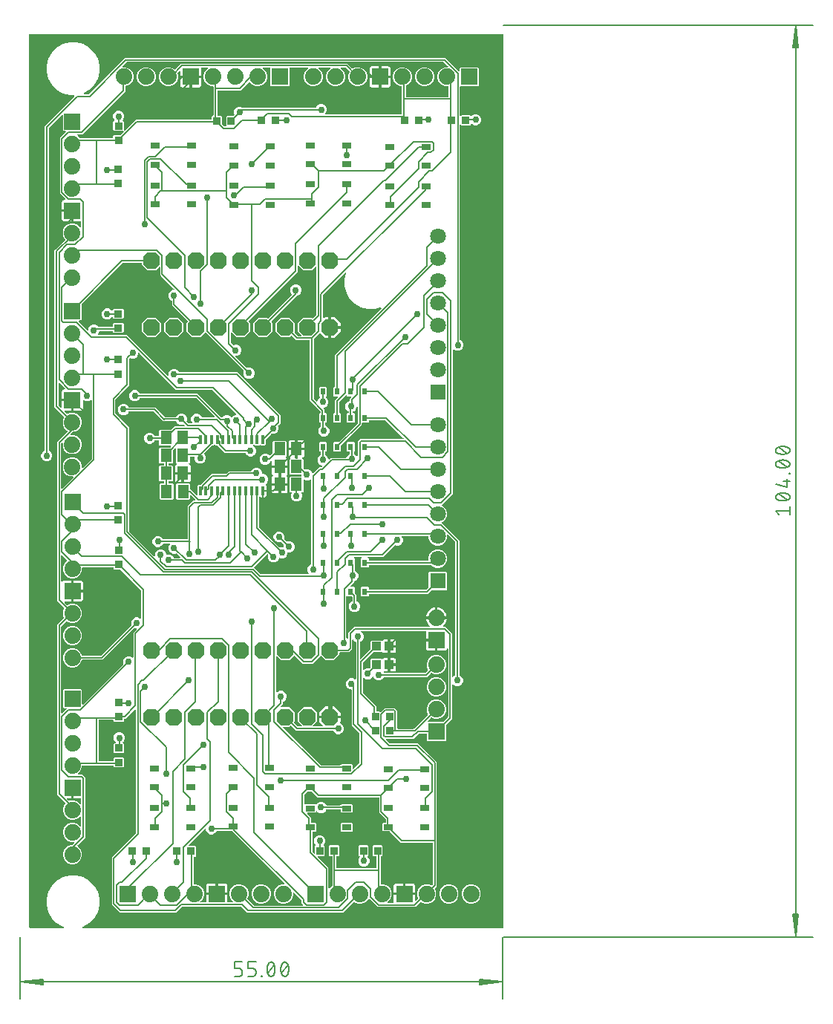
<source format=gbr>
G04 EAGLE Gerber RS-274X export*
G75*
%MOMM*%
%FSLAX34Y34*%
%LPD*%
%INTop Copper*%
%IPPOS*%
%AMOC8*
5,1,8,0,0,1.08239X$1,22.5*%
G01*
%ADD10C,0.130000*%
%ADD11C,0.152400*%
%ADD12P,2.089446X8X112.500000*%
%ADD13R,1.879600X1.879600*%
%ADD14C,1.879600*%
%ADD15R,1.050000X0.650000*%
%ADD16R,0.810000X0.930000*%
%ADD17R,0.930000X0.810000*%
%ADD18R,1.040000X1.020000*%
%ADD19R,1.800000X1.800000*%
%ADD20C,1.800000*%
%ADD21R,0.600000X0.800000*%
%ADD22R,0.304800X0.990600*%
%ADD23R,1.300000X1.500000*%
%ADD24C,0.756400*%

G36*
X49071Y10165D02*
X49071Y10165D01*
X49095Y10162D01*
X49192Y10184D01*
X49290Y10200D01*
X49311Y10212D01*
X49335Y10217D01*
X49420Y10269D01*
X49507Y10316D01*
X49524Y10333D01*
X49545Y10346D01*
X49608Y10422D01*
X49677Y10494D01*
X49687Y10516D01*
X49702Y10534D01*
X49739Y10627D01*
X49780Y10717D01*
X49783Y10741D01*
X49792Y10763D01*
X49797Y10863D01*
X49808Y10961D01*
X49802Y10985D01*
X49804Y11009D01*
X49776Y11104D01*
X49755Y11202D01*
X49743Y11223D01*
X49736Y11246D01*
X49680Y11327D01*
X49629Y11413D01*
X49611Y11429D01*
X49597Y11448D01*
X49518Y11508D01*
X49442Y11573D01*
X49420Y11582D01*
X49401Y11596D01*
X49244Y11657D01*
X48358Y11895D01*
X41481Y15865D01*
X35865Y21481D01*
X31895Y28358D01*
X29839Y36029D01*
X29839Y43971D01*
X31895Y51642D01*
X35865Y58519D01*
X41481Y64135D01*
X48358Y68105D01*
X56029Y70161D01*
X63971Y70161D01*
X71642Y68105D01*
X78519Y64135D01*
X84135Y58519D01*
X88105Y51642D01*
X90161Y43971D01*
X90161Y36029D01*
X88105Y28358D01*
X84135Y21481D01*
X78519Y15865D01*
X71642Y11895D01*
X70756Y11657D01*
X70734Y11647D01*
X70710Y11643D01*
X70622Y11597D01*
X70531Y11556D01*
X70514Y11540D01*
X70493Y11528D01*
X70424Y11457D01*
X70351Y11389D01*
X70340Y11368D01*
X70323Y11350D01*
X70281Y11260D01*
X70234Y11173D01*
X70230Y11149D01*
X70220Y11127D01*
X70209Y11028D01*
X70191Y10930D01*
X70195Y10906D01*
X70192Y10883D01*
X70213Y10786D01*
X70229Y10687D01*
X70240Y10666D01*
X70245Y10642D01*
X70296Y10557D01*
X70341Y10468D01*
X70359Y10452D01*
X70371Y10431D01*
X70446Y10366D01*
X70518Y10297D01*
X70539Y10287D01*
X70558Y10271D01*
X70650Y10234D01*
X70740Y10191D01*
X70764Y10188D01*
X70786Y10179D01*
X70953Y10161D01*
X550000Y10161D01*
X550020Y10164D01*
X550039Y10162D01*
X550141Y10184D01*
X550243Y10200D01*
X550260Y10210D01*
X550280Y10214D01*
X550369Y10267D01*
X550460Y10316D01*
X550474Y10330D01*
X550491Y10340D01*
X550558Y10419D01*
X550630Y10494D01*
X550638Y10512D01*
X550651Y10527D01*
X550690Y10623D01*
X550733Y10717D01*
X550735Y10737D01*
X550743Y10755D01*
X550761Y10922D01*
X550761Y1029078D01*
X550758Y1029098D01*
X550760Y1029117D01*
X550738Y1029219D01*
X550722Y1029321D01*
X550712Y1029338D01*
X550708Y1029358D01*
X550655Y1029447D01*
X550606Y1029538D01*
X550592Y1029552D01*
X550582Y1029569D01*
X550503Y1029636D01*
X550428Y1029708D01*
X550410Y1029716D01*
X550395Y1029729D01*
X550299Y1029768D01*
X550205Y1029811D01*
X550185Y1029813D01*
X550167Y1029821D01*
X550000Y1029839D01*
X10922Y1029839D01*
X10902Y1029836D01*
X10883Y1029838D01*
X10781Y1029816D01*
X10679Y1029800D01*
X10662Y1029790D01*
X10642Y1029786D01*
X10553Y1029733D01*
X10462Y1029684D01*
X10448Y1029670D01*
X10431Y1029660D01*
X10364Y1029581D01*
X10292Y1029506D01*
X10284Y1029488D01*
X10271Y1029473D01*
X10232Y1029377D01*
X10189Y1029283D01*
X10187Y1029263D01*
X10179Y1029245D01*
X10161Y1029078D01*
X10161Y10922D01*
X10164Y10902D01*
X10162Y10883D01*
X10184Y10781D01*
X10200Y10679D01*
X10210Y10662D01*
X10214Y10642D01*
X10267Y10553D01*
X10316Y10462D01*
X10330Y10448D01*
X10340Y10431D01*
X10419Y10364D01*
X10494Y10292D01*
X10512Y10284D01*
X10527Y10271D01*
X10623Y10232D01*
X10717Y10189D01*
X10737Y10187D01*
X10755Y10179D01*
X10922Y10161D01*
X49047Y10161D01*
X49071Y10165D01*
G37*
%LPC*%
G36*
X113353Y28193D02*
X113353Y28193D01*
X111790Y29756D01*
X104393Y37153D01*
X104393Y90863D01*
X131602Y118072D01*
X131655Y118146D01*
X131715Y118216D01*
X131727Y118246D01*
X131746Y118272D01*
X131773Y118359D01*
X131807Y118444D01*
X131811Y118485D01*
X131818Y118507D01*
X131817Y118539D01*
X131825Y118611D01*
X131825Y259342D01*
X131814Y259412D01*
X131812Y259484D01*
X131794Y259533D01*
X131786Y259584D01*
X131752Y259648D01*
X131727Y259715D01*
X131695Y259756D01*
X131670Y259802D01*
X131618Y259851D01*
X131574Y259907D01*
X131530Y259935D01*
X131492Y259971D01*
X131427Y260001D01*
X131367Y260040D01*
X131316Y260053D01*
X131269Y260075D01*
X131198Y260083D01*
X131128Y260100D01*
X131076Y260096D01*
X131025Y260102D01*
X130954Y260087D01*
X130883Y260081D01*
X130835Y260061D01*
X130784Y260050D01*
X130723Y260013D01*
X130657Y259985D01*
X130601Y259940D01*
X130573Y259923D01*
X130558Y259906D01*
X130526Y259880D01*
X119819Y249173D01*
X119176Y249173D01*
X119156Y249170D01*
X119137Y249172D01*
X119035Y249150D01*
X118933Y249134D01*
X118916Y249124D01*
X118896Y249120D01*
X118807Y249067D01*
X118716Y249018D01*
X118702Y249004D01*
X118685Y248994D01*
X118618Y248915D01*
X118546Y248840D01*
X118538Y248822D01*
X118525Y248807D01*
X118486Y248711D01*
X118443Y248617D01*
X118441Y248597D01*
X118433Y248579D01*
X118415Y248412D01*
X118415Y246358D01*
X117522Y245465D01*
X106958Y245465D01*
X106065Y246358D01*
X106065Y246888D01*
X106062Y246908D01*
X106064Y246927D01*
X106042Y247029D01*
X106026Y247131D01*
X106016Y247148D01*
X106012Y247168D01*
X105959Y247257D01*
X105910Y247348D01*
X105896Y247362D01*
X105886Y247379D01*
X105807Y247446D01*
X105732Y247518D01*
X105714Y247526D01*
X105699Y247539D01*
X105603Y247578D01*
X105509Y247621D01*
X105489Y247623D01*
X105471Y247631D01*
X105304Y247649D01*
X89916Y247649D01*
X89896Y247646D01*
X89877Y247648D01*
X89775Y247626D01*
X89673Y247610D01*
X89656Y247600D01*
X89636Y247596D01*
X89547Y247543D01*
X89456Y247494D01*
X89442Y247480D01*
X89425Y247470D01*
X89358Y247391D01*
X89286Y247316D01*
X89278Y247298D01*
X89265Y247283D01*
X89226Y247187D01*
X89183Y247093D01*
X89181Y247073D01*
X89173Y247055D01*
X89155Y246888D01*
X89155Y201168D01*
X89158Y201148D01*
X89156Y201129D01*
X89178Y201027D01*
X89194Y200925D01*
X89204Y200908D01*
X89208Y200888D01*
X89261Y200799D01*
X89310Y200708D01*
X89324Y200694D01*
X89334Y200677D01*
X89413Y200610D01*
X89488Y200538D01*
X89506Y200530D01*
X89521Y200517D01*
X89617Y200478D01*
X89711Y200435D01*
X89731Y200433D01*
X89749Y200425D01*
X89916Y200407D01*
X105264Y200407D01*
X105284Y200410D01*
X105303Y200408D01*
X105405Y200430D01*
X105507Y200446D01*
X105524Y200456D01*
X105544Y200460D01*
X105633Y200513D01*
X105724Y200562D01*
X105738Y200576D01*
X105755Y200586D01*
X105822Y200665D01*
X105894Y200740D01*
X105902Y200758D01*
X105915Y200773D01*
X105954Y200869D01*
X105997Y200963D01*
X105999Y200983D01*
X106007Y201001D01*
X106025Y201168D01*
X106025Y203922D01*
X106918Y204815D01*
X117482Y204815D01*
X118375Y203922D01*
X118375Y194558D01*
X117482Y193665D01*
X106918Y193665D01*
X106025Y194558D01*
X106025Y195072D01*
X106022Y195092D01*
X106024Y195111D01*
X106002Y195213D01*
X105986Y195315D01*
X105976Y195332D01*
X105972Y195352D01*
X105919Y195441D01*
X105870Y195532D01*
X105856Y195546D01*
X105846Y195563D01*
X105767Y195630D01*
X105692Y195702D01*
X105674Y195710D01*
X105659Y195723D01*
X105563Y195762D01*
X105469Y195805D01*
X105449Y195807D01*
X105431Y195815D01*
X105264Y195833D01*
X70984Y195833D01*
X70964Y195830D01*
X70945Y195832D01*
X70843Y195810D01*
X70741Y195794D01*
X70724Y195784D01*
X70704Y195780D01*
X70615Y195727D01*
X70524Y195678D01*
X70510Y195664D01*
X70493Y195654D01*
X70426Y195575D01*
X70354Y195500D01*
X70346Y195482D01*
X70333Y195467D01*
X70294Y195371D01*
X70251Y195277D01*
X70249Y195257D01*
X70241Y195239D01*
X70223Y195072D01*
X70223Y193627D01*
X68560Y189613D01*
X65413Y186466D01*
X65371Y186408D01*
X65322Y186356D01*
X65300Y186309D01*
X65270Y186267D01*
X65249Y186198D01*
X65218Y186133D01*
X65213Y186081D01*
X65197Y186031D01*
X65199Y185960D01*
X65191Y185889D01*
X65202Y185838D01*
X65204Y185786D01*
X65228Y185718D01*
X65244Y185648D01*
X65270Y185603D01*
X65288Y185555D01*
X65333Y185499D01*
X65370Y185437D01*
X65409Y185403D01*
X65442Y185363D01*
X65502Y185324D01*
X65557Y185277D01*
X65605Y185258D01*
X65649Y185230D01*
X65718Y185212D01*
X65785Y185185D01*
X65856Y185177D01*
X65887Y185169D01*
X65911Y185171D01*
X65952Y185167D01*
X71051Y185167D01*
X73915Y182303D01*
X73915Y113353D01*
X72352Y111790D01*
X65257Y104695D01*
X65230Y104657D01*
X65196Y104626D01*
X65158Y104558D01*
X65113Y104495D01*
X65100Y104451D01*
X65077Y104411D01*
X65064Y104334D01*
X65041Y104260D01*
X65042Y104214D01*
X65034Y104169D01*
X65045Y104092D01*
X65047Y104014D01*
X65063Y103971D01*
X65069Y103925D01*
X65105Y103856D01*
X65131Y103783D01*
X65160Y103747D01*
X65181Y103706D01*
X65237Y103652D01*
X65285Y103591D01*
X65324Y103566D01*
X65357Y103534D01*
X65476Y103468D01*
X65484Y103463D01*
X68560Y100387D01*
X70223Y96373D01*
X70223Y92027D01*
X68560Y88013D01*
X65487Y84940D01*
X61473Y83277D01*
X57127Y83277D01*
X53113Y84940D01*
X50040Y88013D01*
X48377Y92027D01*
X48377Y96373D01*
X50040Y100387D01*
X53113Y103460D01*
X57127Y105123D01*
X58901Y105123D01*
X58992Y105137D01*
X59082Y105145D01*
X59112Y105157D01*
X59144Y105162D01*
X59225Y105205D01*
X59309Y105241D01*
X59341Y105267D01*
X59362Y105278D01*
X59384Y105301D01*
X59440Y105346D01*
X61472Y107378D01*
X61514Y107436D01*
X61563Y107488D01*
X61585Y107535D01*
X61615Y107577D01*
X61636Y107646D01*
X61667Y107711D01*
X61672Y107763D01*
X61688Y107813D01*
X61686Y107884D01*
X61694Y107955D01*
X61683Y108006D01*
X61681Y108058D01*
X61657Y108126D01*
X61642Y108196D01*
X61615Y108241D01*
X61597Y108289D01*
X61552Y108345D01*
X61515Y108407D01*
X61476Y108441D01*
X61443Y108481D01*
X61383Y108520D01*
X61328Y108567D01*
X61280Y108586D01*
X61236Y108614D01*
X61167Y108632D01*
X61100Y108659D01*
X61029Y108667D01*
X60998Y108675D01*
X60974Y108673D01*
X60934Y108677D01*
X57127Y108677D01*
X53113Y110340D01*
X50040Y113413D01*
X48377Y117427D01*
X48377Y121773D01*
X50040Y125787D01*
X53113Y128860D01*
X57127Y130523D01*
X61473Y130523D01*
X65487Y128860D01*
X68042Y126305D01*
X68100Y126263D01*
X68152Y126214D01*
X68199Y126192D01*
X68241Y126162D01*
X68310Y126141D01*
X68375Y126110D01*
X68427Y126105D01*
X68477Y126089D01*
X68548Y126091D01*
X68619Y126083D01*
X68670Y126094D01*
X68722Y126096D01*
X68790Y126120D01*
X68860Y126136D01*
X68905Y126162D01*
X68953Y126180D01*
X69009Y126225D01*
X69071Y126262D01*
X69105Y126301D01*
X69145Y126334D01*
X69184Y126394D01*
X69231Y126449D01*
X69250Y126497D01*
X69278Y126541D01*
X69296Y126610D01*
X69323Y126677D01*
X69331Y126748D01*
X69339Y126779D01*
X69337Y126803D01*
X69341Y126844D01*
X69341Y137756D01*
X69330Y137827D01*
X69328Y137899D01*
X69310Y137948D01*
X69302Y137999D01*
X69268Y138062D01*
X69243Y138130D01*
X69211Y138170D01*
X69186Y138217D01*
X69135Y138266D01*
X69090Y138322D01*
X69046Y138350D01*
X69008Y138386D01*
X68943Y138416D01*
X68883Y138455D01*
X68832Y138468D01*
X68785Y138490D01*
X68714Y138497D01*
X68644Y138515D01*
X68592Y138511D01*
X68541Y138517D01*
X68470Y138501D01*
X68399Y138496D01*
X68351Y138475D01*
X68300Y138464D01*
X68239Y138428D01*
X68173Y138399D01*
X68117Y138355D01*
X68089Y138338D01*
X68074Y138320D01*
X68042Y138295D01*
X65487Y135740D01*
X61473Y134077D01*
X57127Y134077D01*
X53113Y135740D01*
X50040Y138813D01*
X48377Y142827D01*
X48377Y147173D01*
X50040Y151187D01*
X50903Y152050D01*
X50915Y152066D01*
X50930Y152079D01*
X50986Y152166D01*
X51047Y152250D01*
X51053Y152269D01*
X51063Y152286D01*
X51089Y152386D01*
X51119Y152485D01*
X51119Y152505D01*
X51123Y152524D01*
X51115Y152627D01*
X51113Y152731D01*
X51106Y152750D01*
X51104Y152770D01*
X51064Y152864D01*
X51028Y152962D01*
X51016Y152978D01*
X51008Y152996D01*
X50903Y153127D01*
X43472Y160558D01*
X41909Y162121D01*
X41909Y356039D01*
X49312Y363442D01*
X49380Y363537D01*
X49450Y363631D01*
X49452Y363637D01*
X49456Y363642D01*
X49490Y363753D01*
X49526Y363865D01*
X49526Y363871D01*
X49528Y363877D01*
X49525Y363994D01*
X49524Y364111D01*
X49522Y364118D01*
X49522Y364123D01*
X49515Y364140D01*
X49477Y364272D01*
X48377Y366927D01*
X48377Y371273D01*
X49753Y374593D01*
X49779Y374706D01*
X49808Y374820D01*
X49807Y374826D01*
X49809Y374832D01*
X49798Y374949D01*
X49789Y375065D01*
X49786Y375071D01*
X49786Y375077D01*
X49738Y375185D01*
X49692Y375292D01*
X49688Y375297D01*
X49686Y375302D01*
X49673Y375316D01*
X49588Y375423D01*
X41909Y383101D01*
X41909Y564827D01*
X43472Y566390D01*
X53487Y576405D01*
X53513Y576442D01*
X53547Y576473D01*
X53585Y576541D01*
X53630Y576604D01*
X53644Y576648D01*
X53666Y576688D01*
X53680Y576765D01*
X53703Y576839D01*
X53701Y576885D01*
X53710Y576930D01*
X53698Y577008D01*
X53696Y577085D01*
X53680Y577128D01*
X53674Y577174D01*
X53639Y577243D01*
X53612Y577316D01*
X53583Y577352D01*
X53562Y577393D01*
X53507Y577448D01*
X53458Y577508D01*
X53419Y577533D01*
X53387Y577565D01*
X53267Y577631D01*
X53251Y577641D01*
X53246Y577643D01*
X53240Y577646D01*
X53013Y577740D01*
X49940Y580813D01*
X48277Y584827D01*
X48277Y589173D01*
X49691Y592586D01*
X49718Y592700D01*
X49746Y592813D01*
X49746Y592820D01*
X49747Y592826D01*
X49736Y592942D01*
X49727Y593059D01*
X49725Y593064D01*
X49724Y593071D01*
X49676Y593178D01*
X49631Y593285D01*
X49626Y593291D01*
X49624Y593295D01*
X49612Y593309D01*
X49526Y593416D01*
X38861Y604081D01*
X38861Y782759D01*
X40424Y784322D01*
X50839Y794737D01*
X50851Y794753D01*
X50866Y794766D01*
X50922Y794853D01*
X50983Y794937D01*
X50989Y794956D01*
X50999Y794973D01*
X51025Y795073D01*
X51055Y795172D01*
X51055Y795192D01*
X51059Y795211D01*
X51051Y795314D01*
X51049Y795418D01*
X51042Y795437D01*
X51040Y795456D01*
X51000Y795551D01*
X50964Y795649D01*
X50952Y795664D01*
X50944Y795683D01*
X50839Y795814D01*
X49940Y796713D01*
X48277Y800727D01*
X48277Y805073D01*
X49940Y809087D01*
X53013Y812160D01*
X57027Y813823D01*
X61373Y813823D01*
X65387Y812160D01*
X68042Y809505D01*
X68100Y809463D01*
X68152Y809414D01*
X68199Y809392D01*
X68241Y809362D01*
X68310Y809341D01*
X68375Y809310D01*
X68427Y809305D01*
X68477Y809289D01*
X68548Y809291D01*
X68619Y809283D01*
X68670Y809294D01*
X68722Y809296D01*
X68790Y809320D01*
X68860Y809336D01*
X68905Y809362D01*
X68953Y809380D01*
X69009Y809425D01*
X69071Y809462D01*
X69105Y809501D01*
X69145Y809534D01*
X69184Y809594D01*
X69231Y809649D01*
X69250Y809697D01*
X69278Y809741D01*
X69296Y809810D01*
X69323Y809877D01*
X69331Y809948D01*
X69339Y809979D01*
X69337Y810003D01*
X69341Y810044D01*
X69341Y815600D01*
X69338Y815620D01*
X69340Y815639D01*
X69318Y815741D01*
X69302Y815843D01*
X69292Y815860D01*
X69288Y815880D01*
X69235Y815969D01*
X69186Y816060D01*
X69172Y816074D01*
X69162Y816091D01*
X69083Y816158D01*
X69008Y816230D01*
X68990Y816238D01*
X68975Y816251D01*
X68879Y816290D01*
X68785Y816333D01*
X68765Y816335D01*
X68747Y816343D01*
X68580Y816361D01*
X60723Y816361D01*
X60723Y827538D01*
X60720Y827558D01*
X60722Y827577D01*
X60700Y827679D01*
X60683Y827781D01*
X60674Y827798D01*
X60670Y827818D01*
X60617Y827907D01*
X60568Y827998D01*
X60554Y828012D01*
X60544Y828029D01*
X60465Y828096D01*
X60390Y828167D01*
X60372Y828176D01*
X60357Y828189D01*
X60261Y828227D01*
X60167Y828271D01*
X60147Y828273D01*
X60129Y828281D01*
X59962Y828299D01*
X59199Y828299D01*
X59199Y829062D01*
X59196Y829082D01*
X59198Y829101D01*
X59176Y829203D01*
X59159Y829305D01*
X59150Y829322D01*
X59146Y829342D01*
X59093Y829431D01*
X59044Y829522D01*
X59030Y829536D01*
X59020Y829553D01*
X58941Y829620D01*
X58866Y829691D01*
X58848Y829700D01*
X58833Y829713D01*
X58737Y829752D01*
X58643Y829795D01*
X58623Y829797D01*
X58605Y829805D01*
X58438Y829823D01*
X47261Y829823D01*
X47261Y838032D01*
X47434Y838679D01*
X47769Y839258D01*
X48242Y839731D01*
X48821Y840066D01*
X49468Y840239D01*
X50802Y840239D01*
X50872Y840250D01*
X50944Y840252D01*
X50993Y840270D01*
X51044Y840278D01*
X51108Y840312D01*
X51175Y840337D01*
X51216Y840369D01*
X51262Y840394D01*
X51311Y840446D01*
X51367Y840490D01*
X51395Y840534D01*
X51431Y840572D01*
X51461Y840637D01*
X51500Y840697D01*
X51513Y840748D01*
X51535Y840795D01*
X51543Y840866D01*
X51560Y840936D01*
X51556Y840988D01*
X51562Y841039D01*
X51547Y841110D01*
X51541Y841181D01*
X51521Y841229D01*
X51510Y841280D01*
X51473Y841341D01*
X51445Y841407D01*
X51400Y841463D01*
X51383Y841491D01*
X51366Y841506D01*
X51340Y841538D01*
X44957Y847921D01*
X44957Y910775D01*
X46520Y912338D01*
X51860Y917678D01*
X51902Y917736D01*
X51951Y917788D01*
X51973Y917835D01*
X52003Y917877D01*
X52024Y917946D01*
X52055Y918011D01*
X52060Y918063D01*
X52076Y918113D01*
X52074Y918184D01*
X52082Y918255D01*
X52071Y918306D01*
X52069Y918358D01*
X52045Y918426D01*
X52030Y918496D01*
X52003Y918540D01*
X51985Y918589D01*
X51940Y918645D01*
X51903Y918707D01*
X51864Y918741D01*
X51831Y918781D01*
X51771Y918820D01*
X51716Y918867D01*
X51668Y918886D01*
X51624Y918914D01*
X51555Y918932D01*
X51488Y918959D01*
X51417Y918967D01*
X51386Y918975D01*
X51362Y918973D01*
X51322Y918977D01*
X49170Y918977D01*
X48277Y919870D01*
X48277Y936956D01*
X48266Y937026D01*
X48264Y937098D01*
X48246Y937147D01*
X48238Y937198D01*
X48204Y937262D01*
X48179Y937329D01*
X48147Y937370D01*
X48122Y937416D01*
X48070Y937465D01*
X48026Y937521D01*
X47982Y937549D01*
X47944Y937585D01*
X47879Y937615D01*
X47819Y937654D01*
X47768Y937667D01*
X47721Y937689D01*
X47650Y937697D01*
X47580Y937714D01*
X47528Y937710D01*
X47477Y937716D01*
X47406Y937701D01*
X47335Y937695D01*
X47287Y937675D01*
X47236Y937664D01*
X47175Y937627D01*
X47109Y937599D01*
X47053Y937554D01*
X47025Y937537D01*
X47010Y937520D01*
X46978Y937494D01*
X32510Y923026D01*
X32457Y922952D01*
X32397Y922882D01*
X32385Y922852D01*
X32366Y922826D01*
X32339Y922739D01*
X32305Y922654D01*
X32301Y922613D01*
X32294Y922591D01*
X32295Y922559D01*
X32287Y922487D01*
X32287Y555155D01*
X32306Y555040D01*
X32323Y554924D01*
X32325Y554919D01*
X32326Y554912D01*
X32381Y554810D01*
X32434Y554705D01*
X32439Y554701D01*
X32442Y554695D01*
X32526Y554615D01*
X32610Y554533D01*
X32616Y554529D01*
X32620Y554526D01*
X32637Y554518D01*
X32757Y554452D01*
X33582Y554110D01*
X35360Y552332D01*
X36323Y550008D01*
X36323Y547492D01*
X35360Y545168D01*
X33582Y543390D01*
X31258Y542427D01*
X28742Y542427D01*
X26418Y543390D01*
X24640Y545168D01*
X23677Y547492D01*
X23677Y550008D01*
X24640Y552332D01*
X26418Y554110D01*
X27243Y554452D01*
X27343Y554513D01*
X27443Y554573D01*
X27447Y554578D01*
X27452Y554581D01*
X27527Y554671D01*
X27603Y554760D01*
X27605Y554766D01*
X27609Y554771D01*
X27651Y554879D01*
X27695Y554988D01*
X27696Y554996D01*
X27697Y555001D01*
X27698Y555019D01*
X27713Y555155D01*
X27713Y924697D01*
X61556Y958540D01*
X61598Y958598D01*
X61647Y958650D01*
X61669Y958697D01*
X61699Y958739D01*
X61720Y958808D01*
X61751Y958873D01*
X61756Y958925D01*
X61772Y958975D01*
X61770Y959046D01*
X61778Y959117D01*
X61767Y959168D01*
X61765Y959220D01*
X61741Y959288D01*
X61726Y959358D01*
X61699Y959403D01*
X61681Y959451D01*
X61636Y959507D01*
X61599Y959569D01*
X61560Y959603D01*
X61527Y959643D01*
X61467Y959682D01*
X61412Y959729D01*
X61364Y959748D01*
X61320Y959776D01*
X61251Y959794D01*
X61184Y959821D01*
X61113Y959829D01*
X61082Y959837D01*
X61058Y959835D01*
X61018Y959839D01*
X56029Y959839D01*
X48358Y961895D01*
X41481Y965865D01*
X35865Y971481D01*
X31895Y978358D01*
X29839Y986029D01*
X29839Y993971D01*
X31895Y1001642D01*
X35865Y1008519D01*
X41481Y1014135D01*
X48358Y1018105D01*
X56029Y1020161D01*
X63971Y1020161D01*
X71642Y1018105D01*
X78519Y1014135D01*
X84135Y1008519D01*
X88105Y1001642D01*
X90161Y993971D01*
X90161Y986029D01*
X88105Y978358D01*
X84135Y971481D01*
X78519Y965865D01*
X72616Y962457D01*
X72579Y962427D01*
X72536Y962404D01*
X72484Y962349D01*
X72426Y962301D01*
X72400Y962261D01*
X72367Y962226D01*
X72335Y962157D01*
X72295Y962093D01*
X72284Y962046D01*
X72263Y962003D01*
X72255Y961928D01*
X72237Y961854D01*
X72242Y961806D01*
X72236Y961759D01*
X72252Y961684D01*
X72259Y961609D01*
X72278Y961565D01*
X72289Y961518D01*
X72328Y961453D01*
X72358Y961384D01*
X72390Y961348D01*
X72415Y961307D01*
X72472Y961258D01*
X72523Y961202D01*
X72565Y961178D01*
X72602Y961147D01*
X72672Y961119D01*
X72738Y961082D01*
X72785Y961073D01*
X72830Y961055D01*
X72958Y961041D01*
X72980Y961037D01*
X72987Y961038D01*
X72997Y961037D01*
X77487Y961037D01*
X77578Y961051D01*
X77668Y961059D01*
X77698Y961071D01*
X77730Y961076D01*
X77811Y961119D01*
X77895Y961155D01*
X77927Y961181D01*
X77948Y961192D01*
X77970Y961215D01*
X78026Y961260D01*
X119053Y1002287D01*
X484697Y1002287D01*
X499472Y987512D01*
X499475Y987509D01*
X499535Y987465D01*
X499588Y987415D01*
X499634Y987394D01*
X499674Y987364D01*
X499744Y987342D01*
X499811Y987311D01*
X499861Y987306D01*
X499909Y987291D01*
X499983Y987292D01*
X500055Y987284D01*
X500105Y987295D01*
X500155Y987296D01*
X500224Y987321D01*
X500296Y987336D01*
X500339Y987362D01*
X500387Y987379D01*
X500444Y987425D01*
X500507Y987463D01*
X500540Y987501D01*
X500579Y987532D01*
X500619Y987594D01*
X500667Y987650D01*
X500686Y987696D01*
X500713Y987739D01*
X500731Y987810D01*
X500759Y987878D01*
X500766Y987946D01*
X500774Y987977D01*
X500772Y988001D01*
X500777Y988044D01*
X500777Y990830D01*
X501670Y991723D01*
X521730Y991723D01*
X522623Y990830D01*
X522623Y970770D01*
X521730Y969877D01*
X501798Y969877D01*
X501778Y969874D01*
X501759Y969876D01*
X501657Y969854D01*
X501555Y969838D01*
X501538Y969828D01*
X501518Y969824D01*
X501429Y969771D01*
X501338Y969722D01*
X501324Y969708D01*
X501307Y969698D01*
X501240Y969619D01*
X501168Y969544D01*
X501160Y969526D01*
X501147Y969511D01*
X501108Y969415D01*
X501065Y969321D01*
X501063Y969301D01*
X501055Y969283D01*
X501037Y969116D01*
X501037Y937211D01*
X501048Y937140D01*
X501050Y937068D01*
X501068Y937019D01*
X501076Y936968D01*
X501110Y936905D01*
X501135Y936837D01*
X501167Y936797D01*
X501192Y936751D01*
X501244Y936701D01*
X501288Y936645D01*
X501332Y936617D01*
X501370Y936581D01*
X501435Y936551D01*
X501495Y936512D01*
X501546Y936500D01*
X501593Y936478D01*
X501664Y936470D01*
X501734Y936452D01*
X501786Y936456D01*
X501837Y936451D01*
X501908Y936466D01*
X501979Y936471D01*
X502027Y936492D01*
X502078Y936503D01*
X502139Y936540D01*
X502205Y936568D01*
X502261Y936613D01*
X502289Y936629D01*
X502304Y936647D01*
X502336Y936673D01*
X503218Y937555D01*
X512582Y937555D01*
X513611Y936525D01*
X513627Y936514D01*
X513640Y936498D01*
X513727Y936442D01*
X513811Y936382D01*
X513830Y936376D01*
X513847Y936365D01*
X513947Y936340D01*
X514046Y936309D01*
X514066Y936310D01*
X514085Y936305D01*
X514188Y936313D01*
X514292Y936316D01*
X514310Y936323D01*
X514330Y936324D01*
X514425Y936365D01*
X514523Y936400D01*
X514538Y936413D01*
X514557Y936420D01*
X514688Y936525D01*
X515486Y937324D01*
X517810Y938287D01*
X520326Y938287D01*
X522650Y937324D01*
X524428Y935546D01*
X525391Y933222D01*
X525391Y930706D01*
X524428Y928382D01*
X522650Y926604D01*
X520326Y925641D01*
X517810Y925641D01*
X515486Y926604D01*
X514774Y927316D01*
X514716Y927358D01*
X514664Y927407D01*
X514617Y927429D01*
X514575Y927460D01*
X514506Y927481D01*
X514441Y927511D01*
X514389Y927517D01*
X514339Y927532D01*
X514268Y927530D01*
X514197Y927538D01*
X514146Y927527D01*
X514094Y927526D01*
X514026Y927501D01*
X513956Y927486D01*
X513911Y927459D01*
X513863Y927441D01*
X513807Y927396D01*
X513745Y927360D01*
X513711Y927320D01*
X513671Y927287D01*
X513632Y927227D01*
X513585Y927173D01*
X513566Y927124D01*
X513538Y927081D01*
X513520Y927011D01*
X513493Y926944D01*
X513485Y926873D01*
X513477Y926842D01*
X513479Y926819D01*
X513475Y926778D01*
X513475Y926098D01*
X512582Y925205D01*
X503218Y925205D01*
X502336Y926087D01*
X502278Y926129D01*
X502226Y926179D01*
X502179Y926201D01*
X502137Y926231D01*
X502068Y926252D01*
X502003Y926282D01*
X501951Y926288D01*
X501901Y926303D01*
X501830Y926301D01*
X501759Y926309D01*
X501708Y926298D01*
X501656Y926297D01*
X501588Y926272D01*
X501518Y926257D01*
X501473Y926230D01*
X501425Y926213D01*
X501369Y926168D01*
X501307Y926131D01*
X501273Y926091D01*
X501233Y926059D01*
X501194Y925999D01*
X501147Y925944D01*
X501128Y925896D01*
X501100Y925852D01*
X501082Y925782D01*
X501055Y925716D01*
X501047Y925645D01*
X501039Y925613D01*
X501041Y925590D01*
X501037Y925549D01*
X501037Y681405D01*
X501055Y681291D01*
X501073Y681174D01*
X501075Y681169D01*
X501076Y681162D01*
X501131Y681059D01*
X501184Y680955D01*
X501189Y680951D01*
X501192Y680945D01*
X501277Y680864D01*
X501360Y680783D01*
X501366Y680779D01*
X501370Y680776D01*
X501387Y680768D01*
X501507Y680702D01*
X502332Y680360D01*
X504110Y678582D01*
X505073Y676258D01*
X505073Y673742D01*
X504110Y671418D01*
X502332Y669640D01*
X500008Y668677D01*
X497492Y668677D01*
X495168Y669640D01*
X494314Y670494D01*
X494256Y670536D01*
X494204Y670585D01*
X494157Y670607D01*
X494115Y670638D01*
X494046Y670659D01*
X493981Y670689D01*
X493929Y670695D01*
X493879Y670710D01*
X493808Y670708D01*
X493737Y670716D01*
X493686Y670705D01*
X493634Y670704D01*
X493566Y670679D01*
X493496Y670664D01*
X493451Y670637D01*
X493403Y670619D01*
X493347Y670574D01*
X493285Y670538D01*
X493251Y670498D01*
X493211Y670465D01*
X493172Y670405D01*
X493125Y670351D01*
X493106Y670302D01*
X493078Y670259D01*
X493060Y670189D01*
X493033Y670122D01*
X493025Y670051D01*
X493017Y670020D01*
X493019Y669997D01*
X493015Y669956D01*
X493015Y505021D01*
X491452Y503458D01*
X480826Y492832D01*
X480799Y492795D01*
X480765Y492764D01*
X480728Y492696D01*
X480683Y492632D01*
X480669Y492589D01*
X480647Y492548D01*
X480633Y492472D01*
X480610Y492397D01*
X480611Y492351D01*
X480603Y492306D01*
X480614Y492229D01*
X480617Y492151D01*
X480632Y492108D01*
X480639Y492063D01*
X480674Y491994D01*
X480701Y491920D01*
X480730Y491884D01*
X480750Y491844D01*
X480806Y491789D01*
X480855Y491728D01*
X480893Y491704D01*
X480926Y491671D01*
X481046Y491605D01*
X481062Y491595D01*
X481066Y491594D01*
X481073Y491591D01*
X481962Y491222D01*
X484922Y488262D01*
X486525Y484393D01*
X486525Y480207D01*
X484922Y476338D01*
X481962Y473378D01*
X481138Y473036D01*
X481099Y473012D01*
X481056Y472996D01*
X480995Y472948D01*
X480929Y472907D01*
X480900Y472871D01*
X480864Y472843D01*
X480822Y472777D01*
X480772Y472717D01*
X480756Y472674D01*
X480731Y472636D01*
X480712Y472560D01*
X480684Y472488D01*
X480682Y472442D01*
X480671Y472397D01*
X480677Y472320D01*
X480674Y472242D01*
X480686Y472198D01*
X480690Y472152D01*
X480720Y472081D01*
X480742Y472006D01*
X480768Y471968D01*
X480786Y471926D01*
X480872Y471819D01*
X480882Y471804D01*
X480886Y471801D01*
X480891Y471795D01*
X499072Y453614D01*
X500635Y452051D01*
X500635Y299013D01*
X500654Y298898D01*
X500671Y298782D01*
X500673Y298777D01*
X500674Y298770D01*
X500729Y298668D01*
X500782Y298563D01*
X500787Y298559D01*
X500790Y298553D01*
X500874Y298473D01*
X500958Y298391D01*
X500964Y298387D01*
X500968Y298384D01*
X500985Y298376D01*
X501105Y298310D01*
X501930Y297968D01*
X503708Y296190D01*
X504671Y293866D01*
X504671Y291350D01*
X503708Y289026D01*
X501930Y287248D01*
X499606Y286285D01*
X497090Y286285D01*
X494766Y287248D01*
X493586Y288428D01*
X493528Y288470D01*
X493476Y288519D01*
X493429Y288541D01*
X493387Y288572D01*
X493318Y288593D01*
X493253Y288623D01*
X493201Y288629D01*
X493151Y288644D01*
X493080Y288642D01*
X493009Y288650D01*
X492958Y288639D01*
X492906Y288638D01*
X492838Y288613D01*
X492768Y288598D01*
X492723Y288571D01*
X492675Y288553D01*
X492619Y288508D01*
X492557Y288472D01*
X492523Y288432D01*
X492483Y288399D01*
X492444Y288339D01*
X492397Y288285D01*
X492378Y288236D01*
X492350Y288193D01*
X492332Y288123D01*
X492305Y288056D01*
X492297Y287985D01*
X492289Y287954D01*
X492291Y287931D01*
X492287Y287890D01*
X492287Y249053D01*
X490724Y247490D01*
X485446Y242212D01*
X485393Y242138D01*
X485333Y242068D01*
X485321Y242038D01*
X485302Y242012D01*
X485275Y241925D01*
X485241Y241840D01*
X485237Y241799D01*
X485230Y241777D01*
X485231Y241745D01*
X485223Y241674D01*
X485223Y224270D01*
X484330Y223377D01*
X464270Y223377D01*
X463377Y224270D01*
X463377Y231252D01*
X463374Y231272D01*
X463376Y231291D01*
X463354Y231393D01*
X463338Y231495D01*
X463328Y231512D01*
X463324Y231532D01*
X463271Y231621D01*
X463222Y231712D01*
X463208Y231726D01*
X463198Y231743D01*
X463119Y231810D01*
X463044Y231882D01*
X463026Y231890D01*
X463011Y231903D01*
X462915Y231942D01*
X462821Y231985D01*
X462801Y231987D01*
X462783Y231995D01*
X462616Y232013D01*
X454473Y232013D01*
X454383Y231999D01*
X454292Y231991D01*
X454262Y231979D01*
X454230Y231974D01*
X454150Y231931D01*
X454066Y231895D01*
X454034Y231869D01*
X454013Y231858D01*
X453991Y231835D01*
X453935Y231790D01*
X447982Y225837D01*
X417984Y225837D01*
X417914Y225826D01*
X417842Y225824D01*
X417793Y225806D01*
X417742Y225798D01*
X417678Y225764D01*
X417611Y225739D01*
X417570Y225707D01*
X417524Y225682D01*
X417475Y225630D01*
X417419Y225586D01*
X417391Y225542D01*
X417355Y225504D01*
X417325Y225439D01*
X417286Y225379D01*
X417273Y225328D01*
X417251Y225281D01*
X417243Y225210D01*
X417226Y225140D01*
X417230Y225088D01*
X417224Y225037D01*
X417239Y224966D01*
X417245Y224895D01*
X417265Y224847D01*
X417276Y224796D01*
X417313Y224735D01*
X417341Y224669D01*
X417386Y224613D01*
X417403Y224585D01*
X417420Y224570D01*
X417446Y224538D01*
X420724Y221260D01*
X420798Y221207D01*
X420868Y221147D01*
X420898Y221135D01*
X420924Y221116D01*
X421011Y221089D01*
X421096Y221055D01*
X421137Y221051D01*
X421159Y221044D01*
X421191Y221045D01*
X421263Y221037D01*
X453447Y221037D01*
X474787Y199697D01*
X474787Y57803D01*
X472823Y55839D01*
X472755Y55745D01*
X472685Y55650D01*
X472683Y55644D01*
X472679Y55639D01*
X472645Y55528D01*
X472609Y55416D01*
X472609Y55410D01*
X472607Y55404D01*
X472610Y55287D01*
X472611Y55170D01*
X472613Y55163D01*
X472613Y55158D01*
X472620Y55141D01*
X472658Y55009D01*
X474123Y51473D01*
X474123Y47127D01*
X472460Y43113D01*
X469387Y40040D01*
X465373Y38377D01*
X461027Y38377D01*
X456963Y40061D01*
X456850Y40087D01*
X456736Y40116D01*
X456730Y40115D01*
X456724Y40117D01*
X456607Y40106D01*
X456491Y40097D01*
X456485Y40094D01*
X456479Y40094D01*
X456371Y40046D01*
X456265Y40000D01*
X456259Y39996D01*
X456254Y39994D01*
X456240Y39981D01*
X456134Y39896D01*
X452090Y35852D01*
X450527Y34289D01*
X407485Y34289D01*
X398564Y43210D01*
X397769Y44005D01*
X397732Y44032D01*
X397701Y44066D01*
X397632Y44103D01*
X397569Y44149D01*
X397525Y44162D01*
X397485Y44184D01*
X397408Y44198D01*
X397334Y44221D01*
X397288Y44220D01*
X397243Y44228D01*
X397166Y44217D01*
X397088Y44215D01*
X397045Y44199D01*
X397000Y44192D01*
X396930Y44157D01*
X396857Y44130D01*
X396821Y44102D01*
X396780Y44081D01*
X396726Y44025D01*
X396665Y43977D01*
X396640Y43938D01*
X396608Y43905D01*
X396542Y43785D01*
X396532Y43770D01*
X396531Y43765D01*
X396527Y43758D01*
X396260Y43113D01*
X393187Y40040D01*
X389173Y38377D01*
X384827Y38377D01*
X380763Y40061D01*
X380650Y40087D01*
X380536Y40116D01*
X380530Y40115D01*
X380524Y40117D01*
X380407Y40106D01*
X380291Y40097D01*
X380285Y40094D01*
X380279Y40094D01*
X380171Y40046D01*
X380065Y40000D01*
X380059Y39996D01*
X380054Y39994D01*
X380040Y39981D01*
X379934Y39896D01*
X369794Y29756D01*
X368231Y28193D01*
X258573Y28193D01*
X252276Y34490D01*
X252202Y34543D01*
X252132Y34603D01*
X252102Y34615D01*
X252076Y34634D01*
X251989Y34661D01*
X251904Y34695D01*
X251863Y34699D01*
X251841Y34706D01*
X251809Y34705D01*
X251737Y34713D01*
X184305Y34713D01*
X184215Y34699D01*
X184124Y34691D01*
X184094Y34679D01*
X184062Y34674D01*
X183982Y34631D01*
X183898Y34595D01*
X183866Y34569D01*
X183845Y34558D01*
X183823Y34535D01*
X183767Y34490D01*
X177470Y28193D01*
X113353Y28193D01*
G37*
%LPD*%
G36*
X328380Y413778D02*
X328380Y413778D01*
X328452Y413780D01*
X328501Y413798D01*
X328553Y413806D01*
X328616Y413840D01*
X328683Y413865D01*
X328724Y413897D01*
X328770Y413922D01*
X328819Y413974D01*
X328875Y414018D01*
X328903Y414062D01*
X328939Y414100D01*
X328970Y414165D01*
X329008Y414225D01*
X329021Y414276D01*
X329043Y414323D01*
X329051Y414394D01*
X329068Y414464D01*
X329064Y414516D01*
X329070Y414567D01*
X329055Y414638D01*
X329049Y414709D01*
X329029Y414757D01*
X329018Y414808D01*
X328981Y414869D01*
X328953Y414935D01*
X328908Y414991D01*
X328892Y415019D01*
X328874Y415034D01*
X328848Y415066D01*
X328396Y415518D01*
X327433Y417842D01*
X327433Y420358D01*
X328396Y422682D01*
X330174Y424460D01*
X330999Y424802D01*
X331099Y424863D01*
X331199Y424923D01*
X331203Y424928D01*
X331208Y424931D01*
X331283Y425021D01*
X331359Y425110D01*
X331361Y425116D01*
X331365Y425121D01*
X331407Y425229D01*
X331451Y425338D01*
X331452Y425346D01*
X331453Y425351D01*
X331454Y425369D01*
X331469Y425505D01*
X331469Y521046D01*
X331458Y521117D01*
X331456Y521189D01*
X331438Y521238D01*
X331430Y521289D01*
X331396Y521353D01*
X331371Y521420D01*
X331339Y521461D01*
X331314Y521507D01*
X331262Y521556D01*
X331217Y521612D01*
X331174Y521640D01*
X331136Y521676D01*
X331071Y521706D01*
X331010Y521745D01*
X330960Y521758D01*
X330913Y521780D01*
X330842Y521787D01*
X330772Y521805D01*
X330720Y521801D01*
X330669Y521807D01*
X330598Y521791D01*
X330527Y521786D01*
X330479Y521765D01*
X330428Y521754D01*
X330366Y521718D01*
X330300Y521689D01*
X330297Y521686D01*
X327930Y520706D01*
X325414Y520706D01*
X323837Y521359D01*
X323793Y521370D01*
X323751Y521389D01*
X323674Y521398D01*
X323598Y521415D01*
X323552Y521411D01*
X323507Y521416D01*
X323430Y521400D01*
X323353Y521392D01*
X323311Y521374D01*
X323266Y521364D01*
X323199Y521324D01*
X323128Y521292D01*
X323094Y521261D01*
X323055Y521238D01*
X323004Y521179D01*
X322947Y521126D01*
X322925Y521086D01*
X322895Y521051D01*
X322866Y520979D01*
X322829Y520910D01*
X322820Y520865D01*
X322803Y520823D01*
X322788Y520687D01*
X322785Y520668D01*
X322786Y520663D01*
X322785Y520656D01*
X322785Y507868D01*
X321892Y506975D01*
X321263Y506975D01*
X321218Y506968D01*
X321172Y506970D01*
X321097Y506948D01*
X321020Y506936D01*
X320980Y506914D01*
X320936Y506901D01*
X320872Y506857D01*
X320803Y506820D01*
X320771Y506787D01*
X320734Y506761D01*
X320687Y506699D01*
X320634Y506642D01*
X320614Y506600D01*
X320587Y506564D01*
X320563Y506490D01*
X320530Y506419D01*
X320525Y506373D01*
X320511Y506330D01*
X320512Y506252D01*
X320503Y506175D01*
X320513Y506130D01*
X320513Y506084D01*
X320551Y505952D01*
X320555Y505934D01*
X320558Y505930D01*
X320560Y505923D01*
X321283Y504178D01*
X321283Y501662D01*
X320320Y499338D01*
X318542Y497560D01*
X316218Y496597D01*
X313702Y496597D01*
X311378Y497560D01*
X309600Y499338D01*
X308637Y501662D01*
X308637Y504178D01*
X309360Y505923D01*
X309371Y505967D01*
X309390Y506009D01*
X309398Y506086D01*
X309416Y506162D01*
X309412Y506208D01*
X309417Y506253D01*
X309400Y506330D01*
X309393Y506407D01*
X309375Y506449D01*
X309365Y506494D01*
X309325Y506561D01*
X309293Y506632D01*
X309262Y506666D01*
X309239Y506705D01*
X309179Y506756D01*
X309127Y506813D01*
X309087Y506835D01*
X309052Y506865D01*
X308979Y506894D01*
X308911Y506931D01*
X308866Y506940D01*
X308824Y506957D01*
X308688Y506972D01*
X308669Y506975D01*
X308664Y506974D01*
X308657Y506975D01*
X307628Y506975D01*
X306735Y507868D01*
X306735Y524132D01*
X307628Y525025D01*
X319588Y525025D01*
X319608Y525028D01*
X319627Y525026D01*
X319729Y525048D01*
X319831Y525064D01*
X319848Y525074D01*
X319868Y525078D01*
X319957Y525131D01*
X320048Y525180D01*
X320062Y525194D01*
X320079Y525204D01*
X320146Y525283D01*
X320218Y525358D01*
X320226Y525376D01*
X320239Y525391D01*
X320278Y525487D01*
X320321Y525581D01*
X320323Y525601D01*
X320331Y525619D01*
X320349Y525786D01*
X320349Y526534D01*
X320346Y526554D01*
X320348Y526573D01*
X320326Y526675D01*
X320310Y526777D01*
X320300Y526794D01*
X320296Y526814D01*
X320243Y526903D01*
X320194Y526994D01*
X320180Y527008D01*
X320170Y527025D01*
X320091Y527092D01*
X320016Y527164D01*
X319998Y527172D01*
X319983Y527185D01*
X319887Y527224D01*
X319793Y527267D01*
X319773Y527269D01*
X319755Y527277D01*
X319588Y527295D01*
X307628Y527295D01*
X306735Y528188D01*
X306735Y544452D01*
X307748Y545465D01*
X307804Y545542D01*
X307865Y545615D01*
X307875Y545641D01*
X307892Y545664D01*
X307920Y545755D01*
X307955Y545844D01*
X307956Y545872D01*
X307964Y545899D01*
X307962Y545995D01*
X307966Y546090D01*
X307959Y546117D01*
X307958Y546145D01*
X307925Y546235D01*
X307899Y546327D01*
X307883Y546350D01*
X307873Y546376D01*
X307814Y546451D01*
X307760Y546529D01*
X307737Y546546D01*
X307720Y546568D01*
X307640Y546620D01*
X307563Y546677D01*
X307530Y546690D01*
X307513Y546701D01*
X307481Y546709D01*
X307407Y546738D01*
X307279Y546772D01*
X306700Y547107D01*
X306227Y547580D01*
X305892Y548159D01*
X305719Y548806D01*
X305719Y555117D01*
X313237Y555117D01*
X313237Y546106D01*
X313240Y546086D01*
X313238Y546067D01*
X313260Y545965D01*
X313277Y545863D01*
X313286Y545846D01*
X313290Y545826D01*
X313343Y545737D01*
X313392Y545646D01*
X313406Y545632D01*
X313416Y545615D01*
X313495Y545548D01*
X313570Y545476D01*
X313588Y545468D01*
X313603Y545455D01*
X313699Y545416D01*
X313793Y545373D01*
X313813Y545371D01*
X313831Y545363D01*
X313998Y545345D01*
X315522Y545345D01*
X315542Y545348D01*
X315561Y545346D01*
X315663Y545368D01*
X315765Y545384D01*
X315782Y545394D01*
X315802Y545398D01*
X315891Y545451D01*
X315982Y545500D01*
X315996Y545514D01*
X316013Y545524D01*
X316080Y545603D01*
X316151Y545678D01*
X316160Y545696D01*
X316173Y545711D01*
X316212Y545807D01*
X316255Y545901D01*
X316257Y545921D01*
X316265Y545939D01*
X316283Y546106D01*
X316283Y555117D01*
X323801Y555117D01*
X323801Y548806D01*
X323628Y548159D01*
X323293Y547580D01*
X322820Y547107D01*
X322241Y546772D01*
X322113Y546738D01*
X322026Y546699D01*
X321937Y546666D01*
X321915Y546649D01*
X321889Y546637D01*
X321819Y546572D01*
X321744Y546513D01*
X321729Y546489D01*
X321709Y546470D01*
X321663Y546386D01*
X321611Y546306D01*
X321605Y546278D01*
X321591Y546253D01*
X321575Y546160D01*
X321551Y546067D01*
X321554Y546039D01*
X321549Y546011D01*
X321563Y545917D01*
X321571Y545822D01*
X321582Y545796D01*
X321586Y545768D01*
X321630Y545683D01*
X321667Y545596D01*
X321689Y545568D01*
X321699Y545549D01*
X321722Y545527D01*
X321772Y545465D01*
X322785Y544452D01*
X322785Y534465D01*
X322799Y534375D01*
X322807Y534284D01*
X322819Y534254D01*
X322824Y534222D01*
X322867Y534142D01*
X322903Y534058D01*
X322929Y534026D01*
X322940Y534005D01*
X322963Y533983D01*
X323008Y533927D01*
X323760Y533175D01*
X323855Y533106D01*
X323949Y533037D01*
X323954Y533035D01*
X323960Y533031D01*
X324071Y532997D01*
X324182Y532961D01*
X324189Y532961D01*
X324195Y532959D01*
X324311Y532962D01*
X324428Y532963D01*
X324436Y532965D01*
X324441Y532965D01*
X324458Y532972D01*
X324589Y533010D01*
X325414Y533351D01*
X327930Y533351D01*
X330254Y532389D01*
X332032Y530610D01*
X332569Y529315D01*
X332593Y529276D01*
X332609Y529233D01*
X332657Y529172D01*
X332698Y529106D01*
X332734Y529077D01*
X332762Y529041D01*
X332828Y528999D01*
X332888Y528949D01*
X332931Y528933D01*
X332969Y528908D01*
X333045Y528889D01*
X333117Y528861D01*
X333163Y528859D01*
X333208Y528848D01*
X333285Y528854D01*
X333363Y528851D01*
X333407Y528863D01*
X333453Y528867D01*
X333524Y528897D01*
X333599Y528919D01*
X333637Y528945D01*
X333679Y528963D01*
X333786Y529049D01*
X333801Y529059D01*
X333804Y529063D01*
X333810Y529068D01*
X340429Y535687D01*
X343161Y535687D01*
X343251Y535701D01*
X343342Y535709D01*
X343372Y535721D01*
X343404Y535726D01*
X343485Y535769D01*
X343569Y535805D01*
X343601Y535831D01*
X343622Y535842D01*
X343644Y535865D01*
X343700Y535910D01*
X344168Y536378D01*
X344210Y536436D01*
X344259Y536488D01*
X344281Y536535D01*
X344311Y536577D01*
X344332Y536646D01*
X344363Y536711D01*
X344368Y536763D01*
X344384Y536813D01*
X344382Y536884D01*
X344390Y536955D01*
X344379Y537006D01*
X344377Y537058D01*
X344353Y537126D01*
X344338Y537196D01*
X344311Y537241D01*
X344293Y537289D01*
X344248Y537345D01*
X344211Y537407D01*
X344172Y537441D01*
X344139Y537481D01*
X344079Y537520D01*
X344024Y537567D01*
X343976Y537586D01*
X343932Y537614D01*
X343863Y537632D01*
X343796Y537659D01*
X343784Y537660D01*
X341418Y538640D01*
X339640Y540418D01*
X338677Y542742D01*
X338677Y545258D01*
X339640Y547582D01*
X341418Y549360D01*
X342303Y549727D01*
X342403Y549788D01*
X342503Y549848D01*
X342507Y549853D01*
X342512Y549856D01*
X342587Y549947D01*
X342663Y550035D01*
X342665Y550041D01*
X342669Y550046D01*
X342711Y550154D01*
X342755Y550263D01*
X342756Y550271D01*
X342757Y550275D01*
X342758Y550294D01*
X342773Y550430D01*
X342773Y552574D01*
X342770Y552594D01*
X342772Y552613D01*
X342750Y552715D01*
X342734Y552817D01*
X342724Y552834D01*
X342720Y552854D01*
X342667Y552943D01*
X342618Y553034D01*
X342604Y553048D01*
X342594Y553065D01*
X342515Y553132D01*
X342440Y553204D01*
X342422Y553212D01*
X342407Y553225D01*
X342311Y553264D01*
X342217Y553307D01*
X342197Y553309D01*
X342179Y553317D01*
X342012Y553335D01*
X341428Y553335D01*
X340535Y554228D01*
X340535Y563492D01*
X341428Y564385D01*
X348692Y564385D01*
X349585Y563492D01*
X349585Y554228D01*
X348692Y553335D01*
X348108Y553335D01*
X348088Y553332D01*
X348069Y553334D01*
X347967Y553312D01*
X347865Y553296D01*
X347848Y553286D01*
X347828Y553282D01*
X347739Y553229D01*
X347648Y553180D01*
X347634Y553166D01*
X347617Y553156D01*
X347550Y553077D01*
X347478Y553002D01*
X347470Y552984D01*
X347457Y552969D01*
X347418Y552873D01*
X347375Y552779D01*
X347373Y552759D01*
X347365Y552741D01*
X347347Y552574D01*
X347347Y550380D01*
X347366Y550266D01*
X347383Y550149D01*
X347385Y550144D01*
X347386Y550138D01*
X347441Y550035D01*
X347494Y549930D01*
X347499Y549926D01*
X347502Y549920D01*
X347586Y549840D01*
X347670Y549758D01*
X347676Y549754D01*
X347680Y549751D01*
X347697Y549743D01*
X347817Y549677D01*
X348582Y549360D01*
X350360Y547582D01*
X351345Y545204D01*
X351354Y545179D01*
X351362Y545128D01*
X351396Y545064D01*
X351421Y544997D01*
X351453Y544956D01*
X351478Y544910D01*
X351530Y544861D01*
X351574Y544805D01*
X351618Y544777D01*
X351656Y544741D01*
X351721Y544711D01*
X351781Y544672D01*
X351832Y544659D01*
X351879Y544637D01*
X351950Y544629D01*
X352020Y544612D01*
X352072Y544616D01*
X352123Y544610D01*
X352194Y544625D01*
X352265Y544631D01*
X352313Y544651D01*
X352364Y544662D01*
X352425Y544699D01*
X352491Y544727D01*
X352547Y544772D01*
X352575Y544789D01*
X352590Y544806D01*
X352622Y544832D01*
X354145Y546355D01*
X371209Y546355D01*
X371324Y546374D01*
X371440Y546391D01*
X371445Y546393D01*
X371452Y546394D01*
X371554Y546449D01*
X371659Y546502D01*
X371663Y546507D01*
X371669Y546510D01*
X371749Y546594D01*
X371831Y546678D01*
X371835Y546684D01*
X371838Y546688D01*
X371846Y546705D01*
X371912Y546825D01*
X372640Y548582D01*
X374418Y550360D01*
X375243Y550702D01*
X375342Y550763D01*
X375384Y550788D01*
X375412Y550803D01*
X375416Y550807D01*
X375443Y550823D01*
X375447Y550828D01*
X375452Y550831D01*
X375527Y550921D01*
X375548Y550946D01*
X375582Y550981D01*
X375585Y550990D01*
X375603Y551010D01*
X375605Y551016D01*
X375609Y551021D01*
X375651Y551129D01*
X375655Y551139D01*
X375685Y551204D01*
X375687Y551218D01*
X375695Y551238D01*
X375696Y551246D01*
X375697Y551251D01*
X375698Y551269D01*
X375713Y551405D01*
X375713Y552574D01*
X375710Y552594D01*
X375712Y552613D01*
X375690Y552715D01*
X375674Y552817D01*
X375664Y552834D01*
X375660Y552854D01*
X375607Y552943D01*
X375558Y553034D01*
X375544Y553048D01*
X375534Y553065D01*
X375455Y553132D01*
X375380Y553204D01*
X375362Y553212D01*
X375347Y553225D01*
X375251Y553264D01*
X375157Y553307D01*
X375137Y553309D01*
X375119Y553317D01*
X374952Y553335D01*
X373128Y553335D01*
X372235Y554228D01*
X372235Y563492D01*
X373128Y564385D01*
X380392Y564385D01*
X381285Y563492D01*
X381285Y554228D01*
X380510Y553453D01*
X380465Y553392D01*
X380435Y553360D01*
X380430Y553348D01*
X380397Y553310D01*
X380385Y553280D01*
X380366Y553254D01*
X380339Y553167D01*
X380305Y553082D01*
X380301Y553041D01*
X380294Y553019D01*
X380295Y552986D01*
X380287Y552915D01*
X380287Y551405D01*
X380290Y551387D01*
X380288Y551370D01*
X380306Y551284D01*
X380323Y551174D01*
X380325Y551169D01*
X380326Y551162D01*
X380337Y551142D01*
X380340Y551130D01*
X380373Y551074D01*
X380381Y551060D01*
X380434Y550955D01*
X380439Y550951D01*
X380442Y550945D01*
X380462Y550926D01*
X380466Y550919D01*
X380499Y550891D01*
X380526Y550865D01*
X380610Y550783D01*
X380616Y550779D01*
X380620Y550776D01*
X380637Y550768D01*
X380653Y550759D01*
X380654Y550758D01*
X380757Y550702D01*
X381582Y550360D01*
X383380Y548561D01*
X383396Y548536D01*
X383442Y548450D01*
X383460Y548432D01*
X383474Y548410D01*
X383549Y548348D01*
X383620Y548281D01*
X383644Y548270D01*
X383664Y548253D01*
X383755Y548218D01*
X383843Y548177D01*
X383869Y548174D01*
X383893Y548165D01*
X383991Y548161D01*
X384087Y548150D01*
X384113Y548155D01*
X384139Y548154D01*
X384233Y548181D01*
X384328Y548202D01*
X384350Y548216D01*
X384375Y548223D01*
X384455Y548278D01*
X384539Y548328D01*
X384556Y548348D01*
X384577Y548363D01*
X384636Y548441D01*
X384699Y548515D01*
X384709Y548539D01*
X384724Y548560D01*
X384754Y548653D01*
X384791Y548743D01*
X384794Y548776D01*
X384800Y548794D01*
X384800Y548827D01*
X384809Y548910D01*
X384809Y564827D01*
X387673Y567691D01*
X436238Y567691D01*
X436308Y567702D01*
X436380Y567704D01*
X436429Y567722D01*
X436480Y567730D01*
X436544Y567764D01*
X436611Y567789D01*
X436652Y567821D01*
X436698Y567846D01*
X436747Y567898D01*
X436803Y567942D01*
X436831Y567986D01*
X436867Y568024D01*
X436897Y568089D01*
X436936Y568149D01*
X436949Y568200D01*
X436971Y568247D01*
X436979Y568318D01*
X436996Y568388D01*
X436992Y568440D01*
X436998Y568491D01*
X436983Y568562D01*
X436977Y568633D01*
X436957Y568681D01*
X436946Y568732D01*
X436909Y568793D01*
X436881Y568859D01*
X436836Y568915D01*
X436819Y568943D01*
X436802Y568958D01*
X436776Y568990D01*
X416396Y589370D01*
X416322Y589423D01*
X416252Y589483D01*
X416222Y589495D01*
X416196Y589514D01*
X416109Y589541D01*
X416024Y589575D01*
X415983Y589579D01*
X415961Y589586D01*
X415929Y589585D01*
X415857Y589593D01*
X398046Y589593D01*
X398026Y589590D01*
X398007Y589592D01*
X397905Y589570D01*
X397803Y589554D01*
X397786Y589544D01*
X397766Y589540D01*
X397677Y589487D01*
X397586Y589438D01*
X397572Y589424D01*
X397555Y589414D01*
X397488Y589335D01*
X397416Y589260D01*
X397408Y589242D01*
X397395Y589227D01*
X397356Y589131D01*
X397313Y589037D01*
X397311Y589017D01*
X397303Y588999D01*
X397285Y588832D01*
X397285Y587248D01*
X396392Y586355D01*
X390144Y586355D01*
X390124Y586352D01*
X390105Y586354D01*
X390003Y586332D01*
X389901Y586316D01*
X389884Y586306D01*
X389864Y586302D01*
X389775Y586249D01*
X389684Y586200D01*
X389670Y586186D01*
X389653Y586176D01*
X389586Y586097D01*
X389514Y586022D01*
X389506Y586004D01*
X389493Y585989D01*
X389454Y585893D01*
X389411Y585799D01*
X389409Y585779D01*
X389401Y585761D01*
X389383Y585594D01*
X389383Y584269D01*
X365808Y560694D01*
X365755Y560620D01*
X365695Y560550D01*
X365683Y560520D01*
X365664Y560494D01*
X365637Y560407D01*
X365603Y560322D01*
X365599Y560281D01*
X365592Y560259D01*
X365593Y560227D01*
X365585Y560155D01*
X365585Y554228D01*
X364692Y553335D01*
X357428Y553335D01*
X356535Y554228D01*
X356535Y563492D01*
X357428Y564385D01*
X362715Y564385D01*
X362806Y564399D01*
X362896Y564407D01*
X362926Y564419D01*
X362958Y564424D01*
X363039Y564467D01*
X363123Y564503D01*
X363155Y564529D01*
X363176Y564540D01*
X363198Y564563D01*
X363254Y564608D01*
X384586Y585940D01*
X384639Y586014D01*
X384699Y586084D01*
X384711Y586114D01*
X384730Y586140D01*
X384757Y586227D01*
X384791Y586312D01*
X384795Y586353D01*
X384802Y586375D01*
X384801Y586407D01*
X384809Y586479D01*
X384809Y603504D01*
X384794Y603600D01*
X384784Y603697D01*
X384774Y603721D01*
X384770Y603747D01*
X384724Y603833D01*
X384684Y603922D01*
X384667Y603941D01*
X384654Y603964D01*
X384584Y604031D01*
X384518Y604103D01*
X384495Y604116D01*
X384476Y604134D01*
X384388Y604175D01*
X384302Y604222D01*
X384277Y604226D01*
X384253Y604237D01*
X384156Y604248D01*
X384060Y604265D01*
X384034Y604261D01*
X384009Y604264D01*
X383913Y604244D01*
X383817Y604229D01*
X383794Y604218D01*
X383768Y604212D01*
X383685Y604162D01*
X383598Y604118D01*
X383579Y604099D01*
X383557Y604086D01*
X383494Y604012D01*
X383426Y603942D01*
X383410Y603914D01*
X383397Y603899D01*
X383385Y603868D01*
X383345Y603795D01*
X382360Y601418D01*
X380582Y599640D01*
X379517Y599199D01*
X379417Y599137D01*
X379317Y599077D01*
X379313Y599072D01*
X379308Y599069D01*
X379233Y598979D01*
X379157Y598890D01*
X379155Y598884D01*
X379151Y598880D01*
X379109Y598771D01*
X379065Y598662D01*
X379064Y598655D01*
X379063Y598650D01*
X379062Y598632D01*
X379047Y598495D01*
X379047Y598166D01*
X379050Y598146D01*
X379048Y598127D01*
X379070Y598025D01*
X379086Y597923D01*
X379096Y597906D01*
X379100Y597886D01*
X379153Y597797D01*
X379202Y597706D01*
X379216Y597692D01*
X379226Y597675D01*
X379305Y597608D01*
X379380Y597536D01*
X379398Y597528D01*
X379413Y597515D01*
X379509Y597476D01*
X379603Y597433D01*
X379623Y597431D01*
X379641Y597423D01*
X379808Y597405D01*
X380392Y597405D01*
X381285Y596512D01*
X381285Y587248D01*
X380392Y586355D01*
X373128Y586355D01*
X372235Y587248D01*
X372235Y596512D01*
X373128Y597405D01*
X373712Y597405D01*
X373732Y597408D01*
X373751Y597406D01*
X373853Y597428D01*
X373955Y597444D01*
X373972Y597454D01*
X373992Y597458D01*
X374081Y597511D01*
X374172Y597560D01*
X374186Y597574D01*
X374203Y597584D01*
X374270Y597663D01*
X374342Y597738D01*
X374350Y597756D01*
X374363Y597771D01*
X374402Y597867D01*
X374445Y597961D01*
X374447Y597981D01*
X374455Y597999D01*
X374473Y598166D01*
X374473Y598694D01*
X374455Y598809D01*
X374437Y598925D01*
X374435Y598931D01*
X374434Y598937D01*
X374379Y599040D01*
X374326Y599145D01*
X374321Y599149D01*
X374318Y599154D01*
X374234Y599235D01*
X374150Y599317D01*
X374144Y599320D01*
X374140Y599324D01*
X374123Y599332D01*
X374003Y599398D01*
X373418Y599640D01*
X371640Y601418D01*
X370677Y603742D01*
X370677Y606258D01*
X371640Y608582D01*
X373418Y610360D01*
X375195Y611096D01*
X375295Y611158D01*
X375395Y611218D01*
X375399Y611222D01*
X375404Y611226D01*
X375479Y611316D01*
X375555Y611405D01*
X375557Y611410D01*
X375561Y611415D01*
X375603Y611524D01*
X375647Y611633D01*
X375648Y611640D01*
X375649Y611645D01*
X375650Y611663D01*
X375665Y611799D01*
X375665Y613595D01*
X377146Y615076D01*
X377188Y615134D01*
X377237Y615186D01*
X377259Y615233D01*
X377289Y615275D01*
X377310Y615344D01*
X377341Y615409D01*
X377346Y615461D01*
X377362Y615511D01*
X377360Y615582D01*
X377368Y615653D01*
X377357Y615704D01*
X377355Y615756D01*
X377331Y615824D01*
X377316Y615894D01*
X377289Y615939D01*
X377271Y615987D01*
X377226Y616043D01*
X377189Y616105D01*
X377150Y616139D01*
X377117Y616179D01*
X377057Y616218D01*
X377002Y616265D01*
X376954Y616284D01*
X376910Y616312D01*
X376841Y616330D01*
X376774Y616357D01*
X376703Y616365D01*
X376672Y616373D01*
X376648Y616371D01*
X376608Y616375D01*
X373128Y616375D01*
X372202Y617301D01*
X372196Y617342D01*
X372162Y617406D01*
X372137Y617473D01*
X372105Y617514D01*
X372080Y617560D01*
X372028Y617609D01*
X371984Y617665D01*
X371940Y617693D01*
X371902Y617729D01*
X371837Y617759D01*
X371777Y617798D01*
X371726Y617811D01*
X371679Y617833D01*
X371608Y617841D01*
X371538Y617858D01*
X371486Y617854D01*
X371435Y617860D01*
X371364Y617845D01*
X371293Y617839D01*
X371245Y617819D01*
X371194Y617808D01*
X371133Y617771D01*
X371067Y617743D01*
X371011Y617698D01*
X370983Y617681D01*
X370968Y617664D01*
X370936Y617638D01*
X363698Y610400D01*
X363645Y610326D01*
X363585Y610256D01*
X363573Y610226D01*
X363554Y610200D01*
X363527Y610113D01*
X363493Y610028D01*
X363489Y609987D01*
X363482Y609965D01*
X363483Y609933D01*
X363475Y609861D01*
X363475Y598166D01*
X363478Y598146D01*
X363476Y598127D01*
X363498Y598025D01*
X363514Y597923D01*
X363524Y597906D01*
X363528Y597886D01*
X363581Y597797D01*
X363630Y597706D01*
X363644Y597692D01*
X363654Y597675D01*
X363733Y597608D01*
X363808Y597536D01*
X363826Y597528D01*
X363841Y597515D01*
X363937Y597476D01*
X364031Y597433D01*
X364051Y597431D01*
X364069Y597423D01*
X364236Y597405D01*
X364692Y597405D01*
X365585Y596512D01*
X365585Y587248D01*
X364692Y586355D01*
X357428Y586355D01*
X356535Y587248D01*
X356535Y596512D01*
X357428Y597405D01*
X358140Y597405D01*
X358160Y597408D01*
X358179Y597406D01*
X358281Y597428D01*
X358383Y597444D01*
X358400Y597454D01*
X358420Y597458D01*
X358509Y597511D01*
X358600Y597560D01*
X358614Y597574D01*
X358631Y597584D01*
X358698Y597663D01*
X358770Y597738D01*
X358778Y597756D01*
X358791Y597771D01*
X358830Y597867D01*
X358873Y597961D01*
X358875Y597981D01*
X358883Y597999D01*
X358901Y598166D01*
X358901Y612071D01*
X361906Y615076D01*
X361948Y615134D01*
X361997Y615186D01*
X362019Y615233D01*
X362049Y615275D01*
X362070Y615344D01*
X362101Y615409D01*
X362106Y615461D01*
X362122Y615511D01*
X362120Y615582D01*
X362128Y615653D01*
X362117Y615704D01*
X362115Y615756D01*
X362091Y615824D01*
X362076Y615894D01*
X362049Y615939D01*
X362031Y615987D01*
X361986Y616043D01*
X361949Y616105D01*
X361910Y616139D01*
X361877Y616179D01*
X361817Y616218D01*
X361762Y616265D01*
X361714Y616284D01*
X361670Y616312D01*
X361601Y616330D01*
X361534Y616357D01*
X361463Y616365D01*
X361432Y616373D01*
X361408Y616371D01*
X361368Y616375D01*
X357428Y616375D01*
X356535Y617268D01*
X356535Y626532D01*
X357428Y627425D01*
X358140Y627425D01*
X358160Y627428D01*
X358179Y627426D01*
X358281Y627448D01*
X358383Y627464D01*
X358400Y627474D01*
X358420Y627478D01*
X358509Y627531D01*
X358600Y627580D01*
X358614Y627594D01*
X358631Y627604D01*
X358698Y627683D01*
X358770Y627758D01*
X358778Y627776D01*
X358791Y627791D01*
X358830Y627887D01*
X358873Y627981D01*
X358875Y628001D01*
X358883Y628019D01*
X358901Y628186D01*
X358901Y663887D01*
X411364Y716350D01*
X411392Y716389D01*
X411427Y716421D01*
X411463Y716488D01*
X411507Y716549D01*
X411521Y716595D01*
X411544Y716637D01*
X411557Y716712D01*
X411580Y716784D01*
X411578Y716832D01*
X411587Y716880D01*
X411575Y716955D01*
X411573Y717030D01*
X411557Y717075D01*
X411549Y717123D01*
X411515Y717190D01*
X411489Y717261D01*
X411459Y717299D01*
X411437Y717341D01*
X411382Y717394D01*
X411335Y717453D01*
X411295Y717479D01*
X411260Y717513D01*
X411192Y717545D01*
X411128Y717586D01*
X411082Y717598D01*
X411038Y717619D01*
X410963Y717628D01*
X410890Y717646D01*
X410842Y717643D01*
X410794Y717649D01*
X410666Y717629D01*
X410644Y717627D01*
X410638Y717625D01*
X410628Y717623D01*
X403971Y715839D01*
X396029Y715839D01*
X388358Y717895D01*
X381481Y721865D01*
X375865Y727481D01*
X371895Y734358D01*
X369839Y742029D01*
X369839Y749971D01*
X371585Y756486D01*
X371590Y756534D01*
X371604Y756580D01*
X371602Y756656D01*
X371610Y756731D01*
X371599Y756778D01*
X371598Y756826D01*
X371572Y756897D01*
X371555Y756971D01*
X371530Y757012D01*
X371513Y757057D01*
X371466Y757116D01*
X371426Y757181D01*
X371389Y757211D01*
X371359Y757249D01*
X371296Y757290D01*
X371238Y757338D01*
X371193Y757356D01*
X371153Y757382D01*
X371079Y757400D01*
X371008Y757428D01*
X370961Y757430D01*
X370914Y757442D01*
X370838Y757436D01*
X370763Y757440D01*
X370717Y757426D01*
X370669Y757423D01*
X370599Y757393D01*
X370526Y757372D01*
X370486Y757345D01*
X370442Y757326D01*
X370342Y757246D01*
X370323Y757233D01*
X370319Y757228D01*
X370312Y757222D01*
X345410Y732320D01*
X345357Y732246D01*
X345297Y732176D01*
X345285Y732146D01*
X345266Y732120D01*
X345239Y732033D01*
X345205Y731948D01*
X345201Y731907D01*
X345194Y731885D01*
X345195Y731853D01*
X345187Y731781D01*
X345187Y706568D01*
X345198Y706497D01*
X345200Y706425D01*
X345218Y706376D01*
X345226Y706325D01*
X345260Y706262D01*
X345285Y706194D01*
X345317Y706154D01*
X345342Y706108D01*
X345394Y706058D01*
X345438Y706002D01*
X345482Y705974D01*
X345520Y705938D01*
X345585Y705908D01*
X345645Y705869D01*
X345696Y705856D01*
X345743Y705835D01*
X345814Y705827D01*
X345884Y705809D01*
X345936Y705813D01*
X345987Y705807D01*
X346058Y705823D01*
X346129Y705828D01*
X346177Y705849D01*
X346228Y705860D01*
X346289Y705896D01*
X346355Y705925D01*
X346411Y705969D01*
X346439Y705986D01*
X346454Y706004D01*
X346486Y706029D01*
X347750Y707293D01*
X351277Y707293D01*
X351277Y695862D01*
X351280Y695842D01*
X351278Y695823D01*
X351300Y695721D01*
X351317Y695619D01*
X351326Y695602D01*
X351330Y695582D01*
X351383Y695493D01*
X351432Y695402D01*
X351446Y695388D01*
X351456Y695371D01*
X351535Y695304D01*
X351610Y695233D01*
X351628Y695224D01*
X351643Y695211D01*
X351739Y695173D01*
X351833Y695129D01*
X351853Y695127D01*
X351871Y695119D01*
X352038Y695101D01*
X352801Y695101D01*
X352801Y695099D01*
X352038Y695099D01*
X352018Y695096D01*
X351999Y695098D01*
X351897Y695076D01*
X351795Y695059D01*
X351778Y695050D01*
X351758Y695046D01*
X351669Y694993D01*
X351578Y694944D01*
X351564Y694930D01*
X351547Y694920D01*
X351480Y694841D01*
X351409Y694766D01*
X351400Y694748D01*
X351387Y694733D01*
X351348Y694637D01*
X351305Y694543D01*
X351303Y694523D01*
X351295Y694505D01*
X351277Y694338D01*
X351277Y682907D01*
X347750Y682907D01*
X342224Y688433D01*
X342208Y688445D01*
X342195Y688460D01*
X342108Y688517D01*
X342024Y688577D01*
X342005Y688583D01*
X341988Y688593D01*
X341888Y688619D01*
X341789Y688649D01*
X341769Y688649D01*
X341750Y688653D01*
X341647Y688645D01*
X341543Y688643D01*
X341524Y688636D01*
X341504Y688634D01*
X341410Y688594D01*
X341312Y688558D01*
X341296Y688546D01*
X341278Y688538D01*
X341147Y688433D01*
X334742Y682028D01*
X334689Y681954D01*
X334629Y681884D01*
X334617Y681854D01*
X334598Y681828D01*
X334571Y681741D01*
X334537Y681656D01*
X334533Y681615D01*
X334526Y681593D01*
X334527Y681561D01*
X334519Y681490D01*
X334519Y613911D01*
X334533Y613820D01*
X334541Y613730D01*
X334553Y613700D01*
X334558Y613668D01*
X334601Y613587D01*
X334637Y613503D01*
X334663Y613471D01*
X334674Y613450D01*
X334697Y613428D01*
X334742Y613372D01*
X337378Y610736D01*
X337436Y610694D01*
X337488Y610645D01*
X337535Y610623D01*
X337577Y610593D01*
X337646Y610572D01*
X337711Y610541D01*
X337763Y610536D01*
X337813Y610520D01*
X337884Y610522D01*
X337955Y610514D01*
X338006Y610525D01*
X338058Y610527D01*
X338126Y610551D01*
X338196Y610566D01*
X338241Y610593D01*
X338289Y610611D01*
X338345Y610656D01*
X338407Y610693D01*
X338441Y610732D01*
X338481Y610765D01*
X338520Y610825D01*
X338567Y610880D01*
X338586Y610928D01*
X338614Y610972D01*
X338632Y611041D01*
X338659Y611108D01*
X338667Y611179D01*
X338675Y611210D01*
X338673Y611234D01*
X338675Y611252D01*
X339640Y613582D01*
X341393Y615334D01*
X341404Y615351D01*
X341420Y615363D01*
X341476Y615450D01*
X341536Y615534D01*
X341542Y615553D01*
X341553Y615570D01*
X341578Y615670D01*
X341609Y615769D01*
X341608Y615789D01*
X341613Y615808D01*
X341605Y615911D01*
X341602Y616015D01*
X341595Y616034D01*
X341594Y616054D01*
X341553Y616149D01*
X341518Y616246D01*
X341505Y616262D01*
X341498Y616280D01*
X341393Y616411D01*
X340535Y617268D01*
X340535Y626532D01*
X341428Y627425D01*
X348692Y627425D01*
X349585Y626532D01*
X349585Y617268D01*
X348667Y616351D01*
X348656Y616335D01*
X348640Y616322D01*
X348584Y616235D01*
X348524Y616151D01*
X348518Y616132D01*
X348507Y616115D01*
X348482Y616015D01*
X348451Y615916D01*
X348452Y615896D01*
X348447Y615877D01*
X348455Y615774D01*
X348458Y615670D01*
X348465Y615652D01*
X348466Y615632D01*
X348507Y615537D01*
X348542Y615439D01*
X348555Y615424D01*
X348562Y615405D01*
X348667Y615274D01*
X350360Y613582D01*
X351323Y611258D01*
X351323Y608742D01*
X350360Y606418D01*
X348582Y604640D01*
X346247Y603673D01*
X346204Y603666D01*
X346132Y603664D01*
X346083Y603646D01*
X346032Y603638D01*
X345968Y603604D01*
X345901Y603579D01*
X345860Y603547D01*
X345814Y603522D01*
X345765Y603470D01*
X345709Y603426D01*
X345681Y603382D01*
X345645Y603344D01*
X345615Y603279D01*
X345576Y603219D01*
X345563Y603168D01*
X345541Y603121D01*
X345533Y603050D01*
X345516Y602980D01*
X345520Y602928D01*
X345514Y602877D01*
X345529Y602806D01*
X345535Y602735D01*
X345555Y602687D01*
X345566Y602636D01*
X345603Y602575D01*
X345631Y602509D01*
X345676Y602453D01*
X345693Y602425D01*
X345710Y602410D01*
X345736Y602378D01*
X346711Y601403D01*
X346711Y598166D01*
X346714Y598146D01*
X346712Y598127D01*
X346734Y598025D01*
X346750Y597923D01*
X346760Y597906D01*
X346764Y597886D01*
X346817Y597797D01*
X346866Y597706D01*
X346880Y597692D01*
X346890Y597675D01*
X346969Y597608D01*
X347044Y597536D01*
X347062Y597528D01*
X347077Y597515D01*
X347173Y597476D01*
X347267Y597433D01*
X347287Y597431D01*
X347305Y597423D01*
X347472Y597405D01*
X348692Y597405D01*
X349585Y596512D01*
X349585Y587248D01*
X348692Y586355D01*
X348108Y586355D01*
X348088Y586352D01*
X348069Y586354D01*
X347967Y586332D01*
X347865Y586316D01*
X347848Y586306D01*
X347828Y586302D01*
X347739Y586249D01*
X347648Y586200D01*
X347634Y586186D01*
X347617Y586176D01*
X347550Y586097D01*
X347478Y586022D01*
X347470Y586004D01*
X347457Y585989D01*
X347418Y585893D01*
X347375Y585799D01*
X347373Y585779D01*
X347365Y585761D01*
X347347Y585594D01*
X347347Y583886D01*
X347366Y583772D01*
X347383Y583656D01*
X347385Y583650D01*
X347386Y583644D01*
X347441Y583541D01*
X347494Y583436D01*
X347499Y583432D01*
X347502Y583426D01*
X347586Y583347D01*
X347670Y583264D01*
X347676Y583260D01*
X347680Y583257D01*
X347697Y583249D01*
X347817Y583183D01*
X349582Y582452D01*
X351360Y580674D01*
X352323Y578350D01*
X352323Y575834D01*
X351360Y573510D01*
X349582Y571732D01*
X347258Y570769D01*
X344742Y570769D01*
X342418Y571732D01*
X340640Y573510D01*
X339677Y575834D01*
X339677Y578350D01*
X340640Y580674D01*
X342476Y582510D01*
X342503Y582526D01*
X342507Y582531D01*
X342512Y582534D01*
X342587Y582624D01*
X342663Y582713D01*
X342665Y582719D01*
X342669Y582723D01*
X342711Y582832D01*
X342755Y582941D01*
X342756Y582948D01*
X342757Y582953D01*
X342758Y582971D01*
X342773Y583108D01*
X342773Y585594D01*
X342770Y585614D01*
X342772Y585633D01*
X342750Y585735D01*
X342734Y585837D01*
X342724Y585854D01*
X342720Y585874D01*
X342667Y585963D01*
X342618Y586054D01*
X342604Y586068D01*
X342594Y586085D01*
X342515Y586152D01*
X342440Y586224D01*
X342422Y586232D01*
X342407Y586245D01*
X342311Y586284D01*
X342217Y586327D01*
X342197Y586329D01*
X342179Y586337D01*
X342012Y586355D01*
X341428Y586355D01*
X340535Y587248D01*
X340535Y596512D01*
X341433Y597410D01*
X341517Y597428D01*
X341619Y597444D01*
X341636Y597454D01*
X341656Y597458D01*
X341745Y597511D01*
X341836Y597560D01*
X341850Y597574D01*
X341867Y597584D01*
X341934Y597663D01*
X342006Y597738D01*
X342014Y597756D01*
X342027Y597771D01*
X342066Y597867D01*
X342109Y597961D01*
X342111Y597981D01*
X342119Y597999D01*
X342137Y598166D01*
X342137Y599193D01*
X342123Y599284D01*
X342115Y599374D01*
X342103Y599404D01*
X342098Y599436D01*
X342055Y599517D01*
X342019Y599601D01*
X341993Y599633D01*
X341982Y599654D01*
X341959Y599676D01*
X341914Y599732D01*
X329945Y611701D01*
X329945Y679704D01*
X329942Y679724D01*
X329944Y679743D01*
X329922Y679845D01*
X329906Y679947D01*
X329896Y679964D01*
X329892Y679984D01*
X329839Y680073D01*
X329790Y680164D01*
X329776Y680178D01*
X329766Y680195D01*
X329687Y680262D01*
X329612Y680334D01*
X329594Y680342D01*
X329579Y680355D01*
X329483Y680394D01*
X329389Y680437D01*
X329369Y680439D01*
X329351Y680447D01*
X329184Y680465D01*
X314521Y680465D01*
X309384Y685602D01*
X309368Y685613D01*
X309356Y685629D01*
X309269Y685685D01*
X309185Y685745D01*
X309166Y685751D01*
X309149Y685762D01*
X309048Y685787D01*
X308950Y685818D01*
X308930Y685817D01*
X308910Y685822D01*
X308807Y685814D01*
X308704Y685811D01*
X308685Y685804D01*
X308665Y685803D01*
X308570Y685762D01*
X308473Y685727D01*
X308457Y685714D01*
X308439Y685706D01*
X308308Y685602D01*
X306630Y683923D01*
X297370Y683923D01*
X290823Y690470D01*
X290823Y699730D01*
X297370Y706277D01*
X306630Y706277D01*
X313177Y699730D01*
X313177Y690470D01*
X312618Y689912D01*
X312607Y689896D01*
X312591Y689883D01*
X312535Y689796D01*
X312475Y689712D01*
X312469Y689693D01*
X312458Y689677D01*
X312433Y689576D01*
X312402Y689477D01*
X312403Y689457D01*
X312398Y689438D01*
X312406Y689335D01*
X312409Y689231D01*
X312416Y689213D01*
X312417Y689193D01*
X312458Y689098D01*
X312493Y689000D01*
X312506Y688985D01*
X312514Y688966D01*
X312618Y688836D01*
X316192Y685262D01*
X316266Y685209D01*
X316336Y685149D01*
X316366Y685137D01*
X316392Y685118D01*
X316479Y685091D01*
X316564Y685057D01*
X316605Y685053D01*
X316627Y685046D01*
X316659Y685047D01*
X316731Y685039D01*
X319817Y685039D01*
X319888Y685050D01*
X319960Y685052D01*
X320009Y685070D01*
X320060Y685078D01*
X320123Y685112D01*
X320191Y685137D01*
X320231Y685169D01*
X320277Y685194D01*
X320327Y685246D01*
X320383Y685290D01*
X320411Y685334D01*
X320447Y685372D01*
X320477Y685437D01*
X320516Y685497D01*
X320528Y685548D01*
X320550Y685595D01*
X320558Y685666D01*
X320576Y685736D01*
X320572Y685788D01*
X320577Y685839D01*
X320562Y685910D01*
X320557Y685981D01*
X320536Y686029D01*
X320525Y686080D01*
X320488Y686141D01*
X320460Y686207D01*
X320416Y686263D01*
X320399Y686291D01*
X320381Y686306D01*
X320355Y686338D01*
X316223Y690470D01*
X316223Y699730D01*
X322770Y706277D01*
X332030Y706277D01*
X332594Y705712D01*
X332610Y705701D01*
X332623Y705685D01*
X332710Y705629D01*
X332794Y705569D01*
X332813Y705563D01*
X332829Y705552D01*
X332930Y705527D01*
X333029Y705496D01*
X333049Y705497D01*
X333068Y705492D01*
X333171Y705500D01*
X333275Y705503D01*
X333293Y705510D01*
X333313Y705511D01*
X333408Y705552D01*
X333506Y705587D01*
X333521Y705600D01*
X333540Y705608D01*
X333670Y705712D01*
X337342Y709384D01*
X337395Y709458D01*
X337455Y709528D01*
X337467Y709558D01*
X337486Y709584D01*
X337513Y709671D01*
X337547Y709756D01*
X337551Y709797D01*
X337558Y709819D01*
X337557Y709851D01*
X337565Y709923D01*
X337565Y763821D01*
X337564Y763832D01*
X337564Y763838D01*
X337557Y763869D01*
X337554Y763892D01*
X337552Y763964D01*
X337534Y764013D01*
X337526Y764064D01*
X337492Y764127D01*
X337467Y764195D01*
X337435Y764235D01*
X337410Y764281D01*
X337358Y764331D01*
X337314Y764387D01*
X337270Y764415D01*
X337232Y764451D01*
X337167Y764481D01*
X337107Y764520D01*
X337056Y764532D01*
X337009Y764554D01*
X336938Y764562D01*
X336868Y764580D01*
X336816Y764576D01*
X336765Y764581D01*
X336694Y764566D01*
X336623Y764561D01*
X336575Y764540D01*
X336524Y764529D01*
X336463Y764492D01*
X336397Y764464D01*
X336341Y764420D01*
X336313Y764403D01*
X336298Y764385D01*
X336266Y764359D01*
X332030Y760123D01*
X322770Y760123D01*
X317530Y765363D01*
X317472Y765405D01*
X317420Y765455D01*
X317373Y765477D01*
X317331Y765507D01*
X317262Y765528D01*
X317197Y765558D01*
X317145Y765564D01*
X317095Y765579D01*
X317024Y765578D01*
X316953Y765585D01*
X316902Y765574D01*
X316850Y765573D01*
X316782Y765548D01*
X316712Y765533D01*
X316667Y765506D01*
X316619Y765489D01*
X316563Y765444D01*
X316501Y765407D01*
X316467Y765367D01*
X316427Y765335D01*
X316388Y765275D01*
X316341Y765220D01*
X316322Y765172D01*
X316294Y765128D01*
X316276Y765058D01*
X316249Y764992D01*
X316241Y764921D01*
X316233Y764889D01*
X316235Y764866D01*
X316231Y764825D01*
X316231Y758005D01*
X260704Y702478D01*
X260693Y702462D01*
X260677Y702450D01*
X260621Y702362D01*
X260561Y702279D01*
X260555Y702260D01*
X260544Y702243D01*
X260519Y702142D01*
X260488Y702044D01*
X260489Y702024D01*
X260484Y702004D01*
X260492Y701901D01*
X260495Y701798D01*
X260502Y701779D01*
X260503Y701759D01*
X260544Y701664D01*
X260579Y701567D01*
X260592Y701551D01*
X260600Y701533D01*
X260704Y701402D01*
X262377Y699730D01*
X262377Y690470D01*
X255830Y683923D01*
X246570Y683923D01*
X241330Y689163D01*
X241272Y689205D01*
X241220Y689255D01*
X241173Y689277D01*
X241131Y689307D01*
X241062Y689328D01*
X240997Y689358D01*
X240945Y689364D01*
X240895Y689379D01*
X240824Y689378D01*
X240753Y689385D01*
X240702Y689374D01*
X240650Y689373D01*
X240582Y689348D01*
X240512Y689333D01*
X240467Y689306D01*
X240419Y689289D01*
X240363Y689244D01*
X240301Y689207D01*
X240267Y689167D01*
X240227Y689135D01*
X240188Y689075D01*
X240141Y689020D01*
X240122Y688972D01*
X240094Y688928D01*
X240076Y688858D01*
X240049Y688792D01*
X240041Y688721D01*
X240033Y688689D01*
X240035Y688666D01*
X240031Y688625D01*
X240031Y677919D01*
X240045Y677828D01*
X240053Y677738D01*
X240065Y677708D01*
X240070Y677676D01*
X240113Y677595D01*
X240149Y677511D01*
X240175Y677479D01*
X240186Y677458D01*
X240209Y677436D01*
X240254Y677380D01*
X242452Y675182D01*
X242547Y675114D01*
X242641Y675044D01*
X242647Y675042D01*
X242652Y675039D01*
X242763Y675004D01*
X242874Y674968D01*
X242881Y674968D01*
X242887Y674966D01*
X243003Y674969D01*
X243120Y674970D01*
X243128Y674972D01*
X243133Y674973D01*
X243150Y674979D01*
X243281Y675017D01*
X244106Y675359D01*
X246622Y675359D01*
X248946Y674396D01*
X250724Y672618D01*
X251687Y670294D01*
X251687Y667778D01*
X250724Y665454D01*
X248946Y663676D01*
X246622Y662713D01*
X246090Y662713D01*
X246020Y662702D01*
X245948Y662700D01*
X245899Y662682D01*
X245848Y662674D01*
X245784Y662640D01*
X245717Y662615D01*
X245676Y662583D01*
X245630Y662558D01*
X245581Y662507D01*
X245525Y662462D01*
X245497Y662418D01*
X245461Y662380D01*
X245431Y662315D01*
X245392Y662255D01*
X245379Y662204D01*
X245357Y662157D01*
X245349Y662086D01*
X245332Y662016D01*
X245336Y661964D01*
X245330Y661913D01*
X245345Y661842D01*
X245351Y661771D01*
X245371Y661723D01*
X245382Y661672D01*
X245419Y661611D01*
X245447Y661545D01*
X245492Y661489D01*
X245509Y661461D01*
X245526Y661446D01*
X245552Y661414D01*
X257692Y649274D01*
X257786Y649207D01*
X257880Y649136D01*
X257887Y649134D01*
X257892Y649131D01*
X258002Y649096D01*
X258114Y649060D01*
X258121Y649060D01*
X258127Y649058D01*
X258243Y649061D01*
X258360Y649062D01*
X258368Y649064D01*
X258373Y649065D01*
X258390Y649071D01*
X258521Y649109D01*
X259346Y649451D01*
X261862Y649451D01*
X264186Y648488D01*
X265964Y646710D01*
X266927Y644386D01*
X266927Y641870D01*
X265964Y639546D01*
X264186Y637768D01*
X261862Y636805D01*
X259346Y636805D01*
X257022Y637768D01*
X255244Y639546D01*
X254281Y641870D01*
X254281Y644386D01*
X254623Y645211D01*
X254650Y645324D01*
X254678Y645438D01*
X254678Y645444D01*
X254679Y645450D01*
X254668Y645567D01*
X254659Y645683D01*
X254657Y645689D01*
X254656Y645695D01*
X254608Y645802D01*
X254563Y645909D01*
X254558Y645915D01*
X254556Y645920D01*
X254543Y645933D01*
X254458Y646040D01*
X212636Y687862D01*
X211340Y689158D01*
X211324Y689169D01*
X211312Y689185D01*
X211225Y689241D01*
X211141Y689301D01*
X211122Y689307D01*
X211105Y689318D01*
X211004Y689343D01*
X210906Y689374D01*
X210886Y689373D01*
X210866Y689378D01*
X210763Y689370D01*
X210660Y689367D01*
X210641Y689360D01*
X210621Y689359D01*
X210526Y689318D01*
X210429Y689283D01*
X210413Y689270D01*
X210395Y689262D01*
X210264Y689158D01*
X205030Y683923D01*
X195770Y683923D01*
X189223Y690470D01*
X189223Y699730D01*
X190648Y701154D01*
X190659Y701170D01*
X190675Y701183D01*
X190731Y701270D01*
X190791Y701354D01*
X190797Y701373D01*
X190808Y701389D01*
X190833Y701490D01*
X190864Y701589D01*
X190863Y701609D01*
X190868Y701628D01*
X190860Y701731D01*
X190857Y701835D01*
X190850Y701853D01*
X190849Y701873D01*
X190808Y701968D01*
X190773Y702066D01*
X190760Y702081D01*
X190752Y702099D01*
X190648Y702230D01*
X172973Y719905D01*
X172973Y725115D01*
X172955Y725229D01*
X172937Y725346D01*
X172935Y725351D01*
X172934Y725358D01*
X172879Y725461D01*
X172826Y725565D01*
X172821Y725569D01*
X172818Y725575D01*
X172733Y725656D01*
X172650Y725737D01*
X172644Y725741D01*
X172640Y725744D01*
X172623Y725752D01*
X172503Y725818D01*
X171678Y726160D01*
X169900Y727938D01*
X168937Y730262D01*
X168937Y732778D01*
X169900Y735102D01*
X171678Y736880D01*
X174002Y737843D01*
X174534Y737843D01*
X174604Y737854D01*
X174676Y737856D01*
X174725Y737874D01*
X174776Y737882D01*
X174840Y737916D01*
X174907Y737941D01*
X174948Y737973D01*
X174994Y737998D01*
X175043Y738050D01*
X175099Y738094D01*
X175127Y738138D01*
X175163Y738176D01*
X175193Y738241D01*
X175232Y738301D01*
X175245Y738352D01*
X175267Y738399D01*
X175275Y738470D01*
X175292Y738540D01*
X175288Y738592D01*
X175294Y738643D01*
X175279Y738714D01*
X175273Y738785D01*
X175253Y738833D01*
X175242Y738884D01*
X175205Y738945D01*
X175177Y739011D01*
X175132Y739067D01*
X175115Y739095D01*
X175098Y739110D01*
X175072Y739142D01*
X160820Y753394D01*
X159257Y754957D01*
X159257Y763313D01*
X159246Y763384D01*
X159244Y763456D01*
X159226Y763505D01*
X159218Y763556D01*
X159184Y763619D01*
X159159Y763687D01*
X159127Y763727D01*
X159102Y763773D01*
X159050Y763823D01*
X159006Y763879D01*
X158962Y763907D01*
X158924Y763943D01*
X158859Y763973D01*
X158799Y764012D01*
X158748Y764024D01*
X158701Y764046D01*
X158630Y764054D01*
X158560Y764072D01*
X158508Y764068D01*
X158457Y764073D01*
X158386Y764058D01*
X158315Y764053D01*
X158267Y764032D01*
X158216Y764021D01*
X158155Y763984D01*
X158089Y763956D01*
X158033Y763912D01*
X158005Y763895D01*
X157990Y763877D01*
X157958Y763851D01*
X154230Y760123D01*
X144970Y760123D01*
X138423Y766670D01*
X138423Y768096D01*
X138420Y768116D01*
X138422Y768135D01*
X138400Y768237D01*
X138384Y768339D01*
X138374Y768356D01*
X138370Y768376D01*
X138317Y768465D01*
X138268Y768556D01*
X138254Y768570D01*
X138244Y768587D01*
X138165Y768654D01*
X138090Y768726D01*
X138072Y768734D01*
X138057Y768747D01*
X137961Y768786D01*
X137867Y768829D01*
X137847Y768831D01*
X137829Y768839D01*
X137662Y768857D01*
X117087Y768857D01*
X116996Y768843D01*
X116906Y768835D01*
X116876Y768823D01*
X116844Y768818D01*
X116763Y768775D01*
X116679Y768739D01*
X116647Y768713D01*
X116626Y768702D01*
X116604Y768679D01*
X116548Y768634D01*
X70346Y722432D01*
X70298Y722366D01*
X70290Y722358D01*
X70288Y722353D01*
X70233Y722288D01*
X70221Y722258D01*
X70202Y722232D01*
X70175Y722145D01*
X70141Y722060D01*
X70137Y722019D01*
X70130Y721997D01*
X70131Y721965D01*
X70123Y721894D01*
X70123Y703970D01*
X69230Y703077D01*
X67042Y703077D01*
X66971Y703066D01*
X66899Y703064D01*
X66851Y703046D01*
X66800Y703038D01*
X66736Y703004D01*
X66668Y702979D01*
X66628Y702947D01*
X66582Y702922D01*
X66533Y702870D01*
X66476Y702825D01*
X66449Y702782D01*
X66413Y702744D01*
X66383Y702679D01*
X66344Y702618D01*
X66331Y702568D01*
X66309Y702521D01*
X66301Y702449D01*
X66284Y702379D01*
X66288Y702328D01*
X66282Y702277D01*
X66298Y702206D01*
X66303Y702134D01*
X66324Y702087D01*
X66334Y702036D01*
X66372Y701974D01*
X66400Y701908D01*
X66444Y701853D01*
X66461Y701825D01*
X66479Y701810D01*
X66505Y701777D01*
X66518Y701764D01*
X76198Y692084D01*
X76256Y692042D01*
X76308Y691993D01*
X76355Y691971D01*
X76397Y691941D01*
X76466Y691920D01*
X76531Y691889D01*
X76583Y691884D01*
X76633Y691868D01*
X76704Y691870D01*
X76775Y691862D01*
X76826Y691873D01*
X76878Y691875D01*
X76946Y691899D01*
X77016Y691914D01*
X77061Y691941D01*
X77109Y691959D01*
X77165Y692004D01*
X77227Y692041D01*
X77261Y692080D01*
X77301Y692113D01*
X77340Y692173D01*
X77387Y692228D01*
X77406Y692276D01*
X77434Y692320D01*
X77452Y692389D01*
X77479Y692456D01*
X77487Y692527D01*
X77495Y692558D01*
X77493Y692582D01*
X77497Y692622D01*
X77497Y693154D01*
X78460Y695478D01*
X80238Y697256D01*
X82562Y698219D01*
X85078Y698219D01*
X87402Y697256D01*
X88728Y695930D01*
X88802Y695877D01*
X88871Y695817D01*
X88901Y695805D01*
X88928Y695786D01*
X89015Y695759D01*
X89100Y695725D01*
X89140Y695721D01*
X89163Y695714D01*
X89195Y695715D01*
X89266Y695707D01*
X104624Y695707D01*
X104644Y695710D01*
X104663Y695708D01*
X104765Y695730D01*
X104867Y695746D01*
X104884Y695756D01*
X104904Y695760D01*
X104993Y695813D01*
X105084Y695862D01*
X105098Y695876D01*
X105115Y695886D01*
X105182Y695965D01*
X105254Y696040D01*
X105262Y696058D01*
X105275Y696073D01*
X105314Y696169D01*
X105357Y696263D01*
X105359Y696283D01*
X105367Y696301D01*
X105385Y696468D01*
X105385Y698942D01*
X106278Y699835D01*
X116842Y699835D01*
X117735Y698942D01*
X117735Y689578D01*
X116842Y688685D01*
X106278Y688685D01*
X105385Y689578D01*
X105385Y690372D01*
X105382Y690392D01*
X105384Y690411D01*
X105362Y690513D01*
X105346Y690615D01*
X105336Y690632D01*
X105332Y690652D01*
X105279Y690741D01*
X105230Y690832D01*
X105216Y690846D01*
X105206Y690863D01*
X105127Y690930D01*
X105052Y691002D01*
X105034Y691010D01*
X105019Y691023D01*
X104923Y691062D01*
X104829Y691105D01*
X104809Y691107D01*
X104791Y691115D01*
X104624Y691133D01*
X90856Y691133D01*
X90742Y691114D01*
X90625Y691097D01*
X90620Y691095D01*
X90614Y691094D01*
X90511Y691039D01*
X90406Y690986D01*
X90402Y690981D01*
X90396Y690978D01*
X90316Y690894D01*
X90234Y690810D01*
X90230Y690804D01*
X90227Y690800D01*
X90219Y690783D01*
X90153Y690663D01*
X89180Y688314D01*
X88728Y687862D01*
X88686Y687804D01*
X88637Y687752D01*
X88615Y687705D01*
X88584Y687663D01*
X88563Y687594D01*
X88533Y687529D01*
X88527Y687477D01*
X88512Y687427D01*
X88514Y687356D01*
X88506Y687285D01*
X88517Y687234D01*
X88518Y687182D01*
X88543Y687114D01*
X88558Y687044D01*
X88585Y686999D01*
X88603Y686951D01*
X88648Y686895D01*
X88684Y686833D01*
X88724Y686799D01*
X88757Y686759D01*
X88817Y686720D01*
X88871Y686673D01*
X88920Y686654D01*
X88963Y686626D01*
X89033Y686608D01*
X89100Y686581D01*
X89171Y686573D01*
X89202Y686565D01*
X89225Y686567D01*
X89266Y686563D01*
X121343Y686563D01*
X122906Y685000D01*
X167638Y640268D01*
X167696Y640226D01*
X167748Y640177D01*
X167795Y640155D01*
X167837Y640125D01*
X167906Y640104D01*
X167971Y640073D01*
X168023Y640068D01*
X168073Y640052D01*
X168144Y640054D01*
X168215Y640046D01*
X168266Y640057D01*
X168318Y640059D01*
X168386Y640083D01*
X168456Y640098D01*
X168501Y640125D01*
X168549Y640143D01*
X168605Y640188D01*
X168667Y640225D01*
X168701Y640264D01*
X168741Y640297D01*
X168780Y640357D01*
X168827Y640412D01*
X168846Y640460D01*
X168874Y640504D01*
X168892Y640573D01*
X168919Y640640D01*
X168927Y640711D01*
X168935Y640742D01*
X168933Y640766D01*
X168937Y640806D01*
X168937Y642862D01*
X169900Y645186D01*
X171678Y646964D01*
X174002Y647927D01*
X176518Y647927D01*
X178842Y646964D01*
X180620Y645186D01*
X180962Y644361D01*
X181023Y644261D01*
X181083Y644161D01*
X181088Y644157D01*
X181091Y644152D01*
X181181Y644077D01*
X181270Y644001D01*
X181276Y643999D01*
X181281Y643995D01*
X181389Y643953D01*
X181498Y643909D01*
X181506Y643908D01*
X181511Y643907D01*
X181529Y643906D01*
X181665Y643891D01*
X247835Y643891D01*
X296419Y595307D01*
X296419Y585793D01*
X294856Y584230D01*
X293968Y583342D01*
X293899Y583247D01*
X293830Y583153D01*
X293828Y583147D01*
X293824Y583142D01*
X293790Y583031D01*
X293754Y582920D01*
X293754Y582913D01*
X293752Y582907D01*
X293755Y582791D01*
X293756Y582674D01*
X293758Y582666D01*
X293758Y582661D01*
X293765Y582644D01*
X293803Y582512D01*
X294323Y581258D01*
X294323Y578742D01*
X293360Y576418D01*
X291582Y574640D01*
X289258Y573677D01*
X286668Y573677D01*
X286618Y573690D01*
X286612Y573689D01*
X286606Y573691D01*
X286489Y573680D01*
X286373Y573671D01*
X286367Y573668D01*
X286361Y573668D01*
X286254Y573620D01*
X286147Y573574D01*
X286141Y573570D01*
X286137Y573568D01*
X286123Y573556D01*
X286016Y573470D01*
X279862Y567316D01*
X279809Y567242D01*
X279749Y567172D01*
X279737Y567142D01*
X279718Y567116D01*
X279691Y567029D01*
X279657Y566944D01*
X279653Y566903D01*
X279646Y566881D01*
X279647Y566849D01*
X279639Y566778D01*
X279639Y561693D01*
X278746Y560800D01*
X274434Y560800D01*
X273878Y561356D01*
X273862Y561368D01*
X273850Y561384D01*
X273762Y561440D01*
X273679Y561500D01*
X273660Y561506D01*
X273643Y561517D01*
X273542Y561542D01*
X273443Y561572D01*
X273424Y561572D01*
X273404Y561577D01*
X273301Y561569D01*
X273198Y561566D01*
X273179Y561559D01*
X273159Y561558D01*
X273064Y561517D01*
X272967Y561482D01*
X272951Y561469D01*
X272933Y561461D01*
X272802Y561356D01*
X272246Y560800D01*
X267934Y560800D01*
X267378Y561356D01*
X267362Y561368D01*
X267350Y561384D01*
X267262Y561440D01*
X267179Y561500D01*
X267160Y561506D01*
X267143Y561517D01*
X267042Y561542D01*
X266943Y561572D01*
X266924Y561572D01*
X266904Y561577D01*
X266801Y561569D01*
X266698Y561566D01*
X266679Y561559D01*
X266659Y561558D01*
X266564Y561517D01*
X266467Y561482D01*
X266451Y561469D01*
X266433Y561461D01*
X266302Y561356D01*
X265882Y560936D01*
X265870Y560920D01*
X265855Y560908D01*
X265798Y560820D01*
X265738Y560737D01*
X265732Y560718D01*
X265722Y560701D01*
X265696Y560600D01*
X265666Y560502D01*
X265666Y560482D01*
X265662Y560462D01*
X265670Y560359D01*
X265672Y560256D01*
X265679Y560237D01*
X265681Y560217D01*
X265721Y560122D01*
X265757Y560025D01*
X265769Y560009D01*
X265777Y559991D01*
X265882Y559860D01*
X267760Y557982D01*
X268723Y555658D01*
X268723Y553142D01*
X267760Y550818D01*
X265982Y549040D01*
X263658Y548077D01*
X261142Y548077D01*
X258818Y549040D01*
X257040Y550818D01*
X256698Y551643D01*
X256637Y551743D01*
X256577Y551843D01*
X256572Y551847D01*
X256569Y551852D01*
X256479Y551927D01*
X256390Y552003D01*
X256384Y552005D01*
X256379Y552009D01*
X256271Y552051D01*
X256162Y552095D01*
X256154Y552096D01*
X256149Y552097D01*
X256131Y552098D01*
X255995Y552113D01*
X233311Y552113D01*
X224847Y560577D01*
X224773Y560630D01*
X224703Y560690D01*
X224673Y560702D01*
X224647Y560721D01*
X224560Y560748D01*
X224475Y560782D01*
X224434Y560786D01*
X224412Y560793D01*
X224380Y560792D01*
X224309Y560800D01*
X222434Y560800D01*
X221878Y561356D01*
X221862Y561368D01*
X221850Y561384D01*
X221762Y561440D01*
X221679Y561500D01*
X221660Y561506D01*
X221643Y561517D01*
X221542Y561542D01*
X221443Y561572D01*
X221424Y561572D01*
X221404Y561577D01*
X221301Y561569D01*
X221198Y561566D01*
X221179Y561559D01*
X221159Y561558D01*
X221064Y561517D01*
X220967Y561482D01*
X220951Y561469D01*
X220933Y561461D01*
X220802Y561356D01*
X220246Y560800D01*
X219349Y560800D01*
X219259Y560786D01*
X219168Y560778D01*
X219139Y560766D01*
X219107Y560761D01*
X219026Y560718D01*
X218942Y560682D01*
X218910Y560656D01*
X218889Y560645D01*
X218867Y560622D01*
X218811Y560577D01*
X209751Y551517D01*
X209739Y551501D01*
X209724Y551489D01*
X209668Y551401D01*
X209608Y551317D01*
X209602Y551298D01*
X209591Y551282D01*
X209566Y551181D01*
X209535Y551082D01*
X209536Y551062D01*
X209531Y551043D01*
X209539Y550940D01*
X209542Y550836D01*
X209548Y550818D01*
X209550Y550798D01*
X209590Y550703D01*
X209626Y550605D01*
X209638Y550590D01*
X209646Y550572D01*
X209751Y550441D01*
X210360Y549832D01*
X211323Y547508D01*
X211323Y544992D01*
X210360Y542668D01*
X208582Y540890D01*
X206258Y539927D01*
X203742Y539927D01*
X201418Y540890D01*
X199640Y542668D01*
X198677Y544992D01*
X198677Y546952D01*
X198674Y546972D01*
X198676Y546991D01*
X198654Y547093D01*
X198638Y547195D01*
X198628Y547212D01*
X198624Y547232D01*
X198571Y547321D01*
X198522Y547412D01*
X198508Y547426D01*
X198498Y547443D01*
X198419Y547510D01*
X198344Y547582D01*
X198326Y547590D01*
X198311Y547603D01*
X198215Y547642D01*
X198121Y547685D01*
X198101Y547687D01*
X198083Y547695D01*
X197916Y547713D01*
X194006Y547713D01*
X193986Y547710D01*
X193967Y547712D01*
X193865Y547690D01*
X193763Y547674D01*
X193746Y547664D01*
X193726Y547660D01*
X193637Y547607D01*
X193546Y547558D01*
X193532Y547544D01*
X193515Y547534D01*
X193448Y547455D01*
X193376Y547380D01*
X193368Y547362D01*
X193355Y547347D01*
X193316Y547251D01*
X193273Y547157D01*
X193271Y547137D01*
X193263Y547119D01*
X193245Y546952D01*
X193245Y540888D01*
X192232Y539875D01*
X192176Y539798D01*
X192115Y539725D01*
X192105Y539699D01*
X192088Y539676D01*
X192060Y539585D01*
X192025Y539496D01*
X192024Y539468D01*
X192016Y539441D01*
X192018Y539345D01*
X192014Y539250D01*
X192021Y539223D01*
X192022Y539195D01*
X192055Y539105D01*
X192081Y539013D01*
X192097Y538990D01*
X192107Y538964D01*
X192166Y538889D01*
X192220Y538811D01*
X192243Y538794D01*
X192260Y538772D01*
X192341Y538720D01*
X192417Y538663D01*
X192450Y538650D01*
X192467Y538639D01*
X192499Y538631D01*
X192573Y538602D01*
X192701Y538568D01*
X193280Y538233D01*
X193753Y537760D01*
X194088Y537181D01*
X194261Y536534D01*
X194261Y530223D01*
X185982Y530223D01*
X185962Y530220D01*
X185943Y530222D01*
X185841Y530200D01*
X185739Y530183D01*
X185722Y530174D01*
X185702Y530170D01*
X185613Y530117D01*
X185522Y530068D01*
X185508Y530054D01*
X185491Y530044D01*
X185424Y529965D01*
X185353Y529890D01*
X185344Y529872D01*
X185331Y529857D01*
X185292Y529761D01*
X185249Y529667D01*
X185247Y529647D01*
X185239Y529629D01*
X185221Y529462D01*
X185221Y528699D01*
X185219Y528699D01*
X185219Y529462D01*
X185216Y529482D01*
X185218Y529501D01*
X185196Y529603D01*
X185179Y529705D01*
X185170Y529722D01*
X185166Y529742D01*
X185113Y529831D01*
X185064Y529922D01*
X185050Y529936D01*
X185040Y529953D01*
X184961Y530020D01*
X184886Y530091D01*
X184868Y530100D01*
X184853Y530113D01*
X184757Y530152D01*
X184663Y530195D01*
X184643Y530197D01*
X184625Y530205D01*
X184458Y530223D01*
X176179Y530223D01*
X176179Y536534D01*
X176352Y537181D01*
X176687Y537760D01*
X177160Y538233D01*
X177739Y538568D01*
X177867Y538602D01*
X177954Y538641D01*
X178043Y538674D01*
X178066Y538691D01*
X178091Y538703D01*
X178161Y538768D01*
X178235Y538827D01*
X178251Y538851D01*
X178271Y538870D01*
X178317Y538954D01*
X178368Y539034D01*
X178375Y539062D01*
X178389Y539087D01*
X178405Y539180D01*
X178429Y539273D01*
X178426Y539301D01*
X178431Y539329D01*
X178417Y539423D01*
X178409Y539518D01*
X178398Y539544D01*
X178394Y539572D01*
X178350Y539657D01*
X178313Y539744D01*
X178291Y539772D01*
X178281Y539791D01*
X178258Y539814D01*
X178208Y539875D01*
X177195Y540888D01*
X177195Y556244D01*
X177184Y556314D01*
X177182Y556386D01*
X177164Y556435D01*
X177156Y556486D01*
X177122Y556550D01*
X177097Y556617D01*
X177065Y556658D01*
X177040Y556704D01*
X176988Y556753D01*
X176944Y556809D01*
X176900Y556837D01*
X176862Y556873D01*
X176797Y556903D01*
X176737Y556942D01*
X176686Y556955D01*
X176639Y556977D01*
X176568Y556985D01*
X176498Y557002D01*
X176446Y556998D01*
X176395Y557004D01*
X176324Y556989D01*
X176253Y556983D01*
X176205Y556963D01*
X176154Y556952D01*
X176093Y556915D01*
X176027Y556887D01*
X175971Y556842D01*
X175943Y556825D01*
X175928Y556808D01*
X175896Y556782D01*
X174468Y555354D01*
X174415Y555280D01*
X174355Y555210D01*
X174343Y555180D01*
X174324Y555154D01*
X174297Y555067D01*
X174263Y554982D01*
X174259Y554941D01*
X174252Y554919D01*
X174253Y554887D01*
X174245Y554815D01*
X174245Y540888D01*
X173352Y539995D01*
X169268Y539995D01*
X169248Y539992D01*
X169229Y539994D01*
X169127Y539972D01*
X169025Y539956D01*
X169008Y539946D01*
X168988Y539942D01*
X168899Y539889D01*
X168808Y539840D01*
X168794Y539826D01*
X168777Y539816D01*
X168710Y539737D01*
X168638Y539662D01*
X168630Y539644D01*
X168617Y539629D01*
X168578Y539533D01*
X168535Y539439D01*
X168533Y539419D01*
X168525Y539401D01*
X168507Y539234D01*
X168507Y538486D01*
X168510Y538466D01*
X168508Y538447D01*
X168530Y538345D01*
X168546Y538243D01*
X168556Y538226D01*
X168560Y538206D01*
X168613Y538117D01*
X168662Y538026D01*
X168676Y538012D01*
X168686Y537995D01*
X168765Y537928D01*
X168840Y537856D01*
X168858Y537848D01*
X168873Y537835D01*
X168969Y537796D01*
X169063Y537753D01*
X169083Y537751D01*
X169101Y537743D01*
X169268Y537725D01*
X173352Y537725D01*
X174245Y536832D01*
X174245Y520568D01*
X173352Y519675D01*
X169268Y519675D01*
X169248Y519672D01*
X169229Y519674D01*
X169127Y519652D01*
X169025Y519636D01*
X169008Y519626D01*
X168988Y519622D01*
X168899Y519569D01*
X168808Y519520D01*
X168794Y519506D01*
X168777Y519496D01*
X168710Y519417D01*
X168638Y519342D01*
X168630Y519324D01*
X168617Y519309D01*
X168578Y519213D01*
X168535Y519119D01*
X168533Y519099D01*
X168525Y519081D01*
X168507Y518914D01*
X168507Y517786D01*
X168510Y517766D01*
X168508Y517747D01*
X168530Y517645D01*
X168546Y517543D01*
X168556Y517526D01*
X168560Y517506D01*
X168613Y517417D01*
X168662Y517326D01*
X168676Y517312D01*
X168686Y517295D01*
X168765Y517228D01*
X168840Y517156D01*
X168858Y517148D01*
X168873Y517135D01*
X168969Y517096D01*
X169063Y517053D01*
X169083Y517051D01*
X169101Y517043D01*
X169268Y517025D01*
X173632Y517025D01*
X174525Y516132D01*
X174525Y499868D01*
X173632Y498975D01*
X159368Y498975D01*
X158475Y499868D01*
X158475Y516132D01*
X159368Y517025D01*
X163172Y517025D01*
X163192Y517028D01*
X163211Y517026D01*
X163313Y517048D01*
X163415Y517064D01*
X163432Y517074D01*
X163452Y517078D01*
X163541Y517131D01*
X163632Y517180D01*
X163646Y517194D01*
X163663Y517204D01*
X163730Y517283D01*
X163802Y517358D01*
X163810Y517376D01*
X163823Y517391D01*
X163862Y517487D01*
X163905Y517581D01*
X163907Y517601D01*
X163915Y517619D01*
X163933Y517786D01*
X163933Y518914D01*
X163930Y518934D01*
X163932Y518953D01*
X163910Y519055D01*
X163894Y519157D01*
X163884Y519174D01*
X163880Y519194D01*
X163827Y519283D01*
X163778Y519374D01*
X163764Y519388D01*
X163754Y519405D01*
X163675Y519472D01*
X163600Y519544D01*
X163582Y519552D01*
X163567Y519565D01*
X163471Y519604D01*
X163377Y519647D01*
X163357Y519649D01*
X163339Y519657D01*
X163172Y519675D01*
X159088Y519675D01*
X158195Y520568D01*
X158195Y536832D01*
X159088Y537725D01*
X163172Y537725D01*
X163192Y537728D01*
X163211Y537726D01*
X163313Y537748D01*
X163415Y537764D01*
X163432Y537774D01*
X163452Y537778D01*
X163541Y537831D01*
X163632Y537880D01*
X163646Y537894D01*
X163663Y537904D01*
X163730Y537983D01*
X163802Y538058D01*
X163810Y538076D01*
X163823Y538091D01*
X163862Y538187D01*
X163905Y538281D01*
X163907Y538301D01*
X163915Y538319D01*
X163933Y538486D01*
X163933Y539234D01*
X163930Y539252D01*
X163932Y539269D01*
X163932Y539270D01*
X163932Y539273D01*
X163910Y539375D01*
X163894Y539477D01*
X163884Y539494D01*
X163880Y539514D01*
X163827Y539603D01*
X163778Y539694D01*
X163764Y539708D01*
X163754Y539725D01*
X163675Y539792D01*
X163600Y539864D01*
X163582Y539872D01*
X163567Y539885D01*
X163471Y539924D01*
X163377Y539967D01*
X163357Y539969D01*
X163339Y539977D01*
X163172Y539995D01*
X159088Y539995D01*
X158195Y540888D01*
X158195Y557152D01*
X159088Y558045D01*
X170375Y558045D01*
X170465Y558059D01*
X170556Y558067D01*
X170586Y558079D01*
X170618Y558084D01*
X170699Y558127D01*
X170783Y558163D01*
X170815Y558189D01*
X170836Y558200D01*
X170858Y558223D01*
X170914Y558268D01*
X171662Y559016D01*
X171704Y559074D01*
X171753Y559126D01*
X171775Y559173D01*
X171805Y559215D01*
X171826Y559284D01*
X171857Y559349D01*
X171862Y559401D01*
X171878Y559451D01*
X171876Y559522D01*
X171884Y559593D01*
X171873Y559644D01*
X171871Y559696D01*
X171847Y559764D01*
X171832Y559834D01*
X171805Y559879D01*
X171787Y559927D01*
X171742Y559983D01*
X171705Y560045D01*
X171666Y560079D01*
X171633Y560119D01*
X171573Y560158D01*
X171518Y560205D01*
X171470Y560224D01*
X171426Y560252D01*
X171357Y560270D01*
X171290Y560297D01*
X171219Y560305D01*
X171188Y560313D01*
X171164Y560311D01*
X171124Y560315D01*
X159088Y560315D01*
X158195Y561208D01*
X158195Y565702D01*
X158192Y565722D01*
X158194Y565741D01*
X158172Y565843D01*
X158156Y565945D01*
X158146Y565962D01*
X158142Y565982D01*
X158089Y566071D01*
X158040Y566162D01*
X158026Y566176D01*
X158016Y566193D01*
X157937Y566260D01*
X157862Y566332D01*
X157844Y566340D01*
X157829Y566353D01*
X157733Y566392D01*
X157639Y566435D01*
X157619Y566437D01*
X157601Y566445D01*
X157434Y566463D01*
X153905Y566463D01*
X153790Y566444D01*
X153674Y566427D01*
X153669Y566425D01*
X153662Y566424D01*
X153560Y566369D01*
X153455Y566316D01*
X153451Y566311D01*
X153445Y566308D01*
X153365Y566224D01*
X153283Y566140D01*
X153279Y566134D01*
X153276Y566130D01*
X153268Y566113D01*
X153202Y565993D01*
X152860Y565168D01*
X151082Y563390D01*
X148758Y562427D01*
X146242Y562427D01*
X143918Y563390D01*
X142140Y565168D01*
X141177Y567492D01*
X141177Y570008D01*
X142140Y572332D01*
X143918Y574110D01*
X146242Y575073D01*
X148758Y575073D01*
X151082Y574110D01*
X152860Y572332D01*
X153202Y571507D01*
X153264Y571407D01*
X153323Y571307D01*
X153328Y571303D01*
X153331Y571298D01*
X153421Y571223D01*
X153510Y571147D01*
X153516Y571145D01*
X153521Y571141D01*
X153629Y571099D01*
X153738Y571055D01*
X153746Y571054D01*
X153751Y571053D01*
X153769Y571052D01*
X153905Y571037D01*
X157434Y571037D01*
X157454Y571040D01*
X157473Y571038D01*
X157575Y571060D01*
X157677Y571076D01*
X157694Y571086D01*
X157714Y571090D01*
X157803Y571143D01*
X157894Y571192D01*
X157908Y571206D01*
X157925Y571216D01*
X157992Y571295D01*
X158064Y571370D01*
X158072Y571388D01*
X158085Y571403D01*
X158124Y571499D01*
X158167Y571593D01*
X158169Y571613D01*
X158177Y571631D01*
X158195Y571798D01*
X158195Y577472D01*
X159088Y578365D01*
X171065Y578365D01*
X171156Y578379D01*
X171246Y578387D01*
X171276Y578399D01*
X171308Y578404D01*
X171389Y578447D01*
X171473Y578483D01*
X171505Y578509D01*
X171526Y578520D01*
X171548Y578543D01*
X171604Y578588D01*
X175303Y582287D01*
X186726Y582287D01*
X186796Y582298D01*
X186868Y582300D01*
X186917Y582318D01*
X186968Y582326D01*
X187032Y582360D01*
X187099Y582385D01*
X187140Y582417D01*
X187186Y582442D01*
X187235Y582494D01*
X187291Y582538D01*
X187319Y582582D01*
X187355Y582620D01*
X187385Y582685D01*
X187424Y582745D01*
X187437Y582796D01*
X187459Y582843D01*
X187467Y582914D01*
X187484Y582984D01*
X187480Y583036D01*
X187486Y583087D01*
X187471Y583158D01*
X187465Y583229D01*
X187445Y583277D01*
X187434Y583328D01*
X187397Y583389D01*
X187369Y583455D01*
X187324Y583511D01*
X187307Y583539D01*
X187290Y583554D01*
X187264Y583586D01*
X186512Y584338D01*
X186417Y584407D01*
X186323Y584476D01*
X186318Y584478D01*
X186312Y584481D01*
X186201Y584516D01*
X186090Y584552D01*
X186083Y584552D01*
X186077Y584554D01*
X185961Y584551D01*
X185844Y584550D01*
X185836Y584548D01*
X185831Y584547D01*
X185814Y584541D01*
X185683Y584503D01*
X184858Y584161D01*
X182342Y584161D01*
X180018Y585124D01*
X178240Y586902D01*
X177898Y587727D01*
X177837Y587827D01*
X177777Y587927D01*
X177772Y587931D01*
X177769Y587936D01*
X177679Y588011D01*
X177590Y588087D01*
X177584Y588089D01*
X177579Y588093D01*
X177471Y588135D01*
X177362Y588179D01*
X177354Y588180D01*
X177349Y588181D01*
X177331Y588182D01*
X177195Y588197D01*
X165695Y588197D01*
X165605Y588183D01*
X165514Y588175D01*
X165485Y588163D01*
X165453Y588158D01*
X165372Y588115D01*
X165288Y588079D01*
X165256Y588053D01*
X165235Y588042D01*
X165213Y588019D01*
X165157Y587974D01*
X165109Y587926D01*
X165101Y587925D01*
X165075Y587927D01*
X164980Y587905D01*
X164883Y587889D01*
X164860Y587877D01*
X164836Y587872D01*
X164702Y587799D01*
X164030Y587917D01*
X163999Y587918D01*
X163898Y587929D01*
X163213Y587929D01*
X163207Y587934D01*
X163191Y587953D01*
X163107Y588005D01*
X163027Y588063D01*
X163003Y588070D01*
X162982Y588083D01*
X162836Y588126D01*
X162444Y588686D01*
X162422Y588708D01*
X162359Y588787D01*
X152104Y599042D01*
X152030Y599095D01*
X151960Y599155D01*
X151930Y599167D01*
X151904Y599186D01*
X151817Y599213D01*
X151732Y599247D01*
X151691Y599251D01*
X151669Y599258D01*
X151637Y599257D01*
X151565Y599265D01*
X123945Y599265D01*
X123830Y599246D01*
X123714Y599229D01*
X123709Y599227D01*
X123702Y599226D01*
X123600Y599171D01*
X123495Y599118D01*
X123491Y599113D01*
X123485Y599110D01*
X123405Y599026D01*
X123323Y598942D01*
X123319Y598936D01*
X123316Y598932D01*
X123308Y598915D01*
X123242Y598795D01*
X122900Y597970D01*
X121122Y596192D01*
X118798Y595229D01*
X116282Y595229D01*
X113958Y596192D01*
X112180Y597970D01*
X111217Y600294D01*
X111217Y602810D01*
X112180Y605134D01*
X113958Y606912D01*
X116282Y607875D01*
X118798Y607875D01*
X121122Y606912D01*
X122900Y605134D01*
X123242Y604309D01*
X123303Y604209D01*
X123363Y604109D01*
X123368Y604105D01*
X123371Y604100D01*
X123461Y604025D01*
X123550Y603949D01*
X123556Y603947D01*
X123561Y603943D01*
X123669Y603901D01*
X123778Y603857D01*
X123786Y603856D01*
X123791Y603855D01*
X123809Y603854D01*
X123945Y603839D01*
X153775Y603839D01*
X164620Y592994D01*
X164694Y592941D01*
X164764Y592881D01*
X164794Y592869D01*
X164820Y592850D01*
X164907Y592823D01*
X164992Y592789D01*
X165033Y592785D01*
X165055Y592778D01*
X165087Y592779D01*
X165159Y592771D01*
X177195Y592771D01*
X177310Y592790D01*
X177426Y592807D01*
X177431Y592809D01*
X177438Y592810D01*
X177540Y592865D01*
X177645Y592918D01*
X177649Y592923D01*
X177655Y592926D01*
X177735Y593010D01*
X177817Y593094D01*
X177821Y593100D01*
X177824Y593104D01*
X177832Y593121D01*
X177898Y593241D01*
X178240Y594066D01*
X180018Y595844D01*
X182342Y596807D01*
X184858Y596807D01*
X187182Y595844D01*
X188960Y594066D01*
X189923Y591742D01*
X189923Y589226D01*
X189581Y588401D01*
X189554Y588288D01*
X189526Y588174D01*
X189526Y588168D01*
X189525Y588162D01*
X189536Y588044D01*
X189545Y587929D01*
X189547Y587923D01*
X189548Y587917D01*
X189596Y587809D01*
X189641Y587703D01*
X189646Y587697D01*
X189648Y587692D01*
X189661Y587679D01*
X189746Y587572D01*
X191524Y585794D01*
X191598Y585741D01*
X191668Y585681D01*
X191698Y585669D01*
X191724Y585650D01*
X191811Y585623D01*
X191896Y585589D01*
X191937Y585585D01*
X191959Y585578D01*
X191991Y585579D01*
X192063Y585571D01*
X195018Y585571D01*
X195089Y585582D01*
X195161Y585584D01*
X195209Y585602D01*
X195261Y585610D01*
X195324Y585644D01*
X195392Y585669D01*
X195432Y585701D01*
X195478Y585726D01*
X195527Y585778D01*
X195584Y585823D01*
X195612Y585866D01*
X195647Y585904D01*
X195678Y585969D01*
X195716Y586030D01*
X195729Y586080D01*
X195751Y586127D01*
X195759Y586198D01*
X195776Y586268D01*
X195772Y586320D01*
X195778Y586371D01*
X195763Y586442D01*
X195757Y586513D01*
X195737Y586561D01*
X195726Y586612D01*
X195689Y586674D01*
X195661Y586740D01*
X195658Y586743D01*
X194677Y589110D01*
X194677Y591626D01*
X195640Y593950D01*
X197418Y595728D01*
X199742Y596691D01*
X202258Y596691D01*
X204582Y595728D01*
X206360Y593950D01*
X206702Y593125D01*
X206763Y593025D01*
X206823Y592925D01*
X206828Y592921D01*
X206831Y592916D01*
X206921Y592841D01*
X207010Y592765D01*
X207016Y592763D01*
X207021Y592759D01*
X207129Y592717D01*
X207238Y592673D01*
X207246Y592672D01*
X207251Y592671D01*
X207269Y592670D01*
X207405Y592655D01*
X220662Y592655D01*
X220732Y592666D01*
X220804Y592668D01*
X220853Y592686D01*
X220904Y592694D01*
X220968Y592728D01*
X221035Y592753D01*
X221076Y592785D01*
X221122Y592810D01*
X221171Y592862D01*
X221227Y592906D01*
X221255Y592950D01*
X221291Y592988D01*
X221321Y593053D01*
X221360Y593113D01*
X221373Y593164D01*
X221395Y593211D01*
X221403Y593282D01*
X221420Y593352D01*
X221416Y593404D01*
X221422Y593455D01*
X221407Y593526D01*
X221401Y593597D01*
X221381Y593645D01*
X221370Y593696D01*
X221333Y593757D01*
X221305Y593823D01*
X221260Y593879D01*
X221243Y593907D01*
X221226Y593922D01*
X221200Y593954D01*
X200444Y614710D01*
X200370Y614763D01*
X200300Y614823D01*
X200270Y614835D01*
X200244Y614854D01*
X200157Y614881D01*
X200072Y614915D01*
X200031Y614919D01*
X200009Y614926D01*
X199977Y614925D01*
X199905Y614933D01*
X136945Y614933D01*
X136830Y614914D01*
X136714Y614897D01*
X136709Y614895D01*
X136702Y614894D01*
X136600Y614839D01*
X136495Y614786D01*
X136491Y614781D01*
X136485Y614778D01*
X136405Y614694D01*
X136323Y614610D01*
X136319Y614604D01*
X136316Y614600D01*
X136308Y614583D01*
X136242Y614463D01*
X135900Y613638D01*
X134122Y611860D01*
X131798Y610897D01*
X129282Y610897D01*
X126958Y611860D01*
X125180Y613638D01*
X124217Y615962D01*
X124217Y618478D01*
X125180Y620802D01*
X126958Y622580D01*
X129282Y623543D01*
X131798Y623543D01*
X134122Y622580D01*
X135900Y620802D01*
X136242Y619977D01*
X136303Y619877D01*
X136363Y619777D01*
X136368Y619773D01*
X136371Y619768D01*
X136461Y619693D01*
X136550Y619617D01*
X136556Y619615D01*
X136561Y619611D01*
X136669Y619569D01*
X136778Y619525D01*
X136786Y619524D01*
X136791Y619523D01*
X136809Y619522D01*
X136945Y619507D01*
X202115Y619507D01*
X203678Y617944D01*
X229302Y592320D01*
X229318Y592308D01*
X229330Y592293D01*
X229418Y592237D01*
X229502Y592177D01*
X229521Y592171D01*
X229537Y592160D01*
X229638Y592135D01*
X229737Y592104D01*
X229757Y592105D01*
X229776Y592100D01*
X229879Y592108D01*
X229983Y592111D01*
X230001Y592117D01*
X230021Y592119D01*
X230116Y592159D01*
X230214Y592195D01*
X230229Y592207D01*
X230247Y592215D01*
X230378Y592320D01*
X231928Y593869D01*
X234251Y594832D01*
X236767Y594832D01*
X239091Y593869D01*
X239971Y592989D01*
X239987Y592978D01*
X240000Y592962D01*
X240087Y592906D01*
X240171Y592846D01*
X240190Y592840D01*
X240206Y592829D01*
X240307Y592804D01*
X240406Y592773D01*
X240426Y592774D01*
X240445Y592769D01*
X240548Y592777D01*
X240652Y592780D01*
X240670Y592786D01*
X240690Y592788D01*
X240785Y592828D01*
X240883Y592864D01*
X240898Y592877D01*
X240917Y592884D01*
X241047Y592989D01*
X242418Y594360D01*
X244742Y595323D01*
X245426Y595323D01*
X245496Y595334D01*
X245568Y595336D01*
X245617Y595354D01*
X245668Y595362D01*
X245732Y595396D01*
X245799Y595421D01*
X245840Y595453D01*
X245886Y595478D01*
X245935Y595530D01*
X245991Y595574D01*
X246019Y595618D01*
X246055Y595656D01*
X246085Y595721D01*
X246124Y595781D01*
X246137Y595832D01*
X246159Y595879D01*
X246167Y595950D01*
X246184Y596020D01*
X246180Y596072D01*
X246186Y596123D01*
X246171Y596194D01*
X246165Y596265D01*
X246145Y596313D01*
X246134Y596364D01*
X246097Y596425D01*
X246069Y596491D01*
X246024Y596547D01*
X246007Y596575D01*
X245990Y596590D01*
X245964Y596622D01*
X218732Y623854D01*
X218658Y623907D01*
X218588Y623967D01*
X218558Y623979D01*
X218532Y623998D01*
X218445Y624025D01*
X218360Y624059D01*
X218319Y624063D01*
X218297Y624070D01*
X218265Y624069D01*
X218193Y624077D01*
X177361Y624077D01*
X135638Y665800D01*
X135580Y665842D01*
X135528Y665891D01*
X135481Y665913D01*
X135439Y665943D01*
X135370Y665964D01*
X135305Y665995D01*
X135253Y666000D01*
X135203Y666016D01*
X135132Y666014D01*
X135061Y666022D01*
X135010Y666011D01*
X134958Y666009D01*
X134890Y665985D01*
X134820Y665970D01*
X134775Y665943D01*
X134727Y665925D01*
X134671Y665880D01*
X134609Y665843D01*
X134575Y665804D01*
X134535Y665771D01*
X134496Y665711D01*
X134449Y665656D01*
X134430Y665608D01*
X134402Y665564D01*
X134384Y665495D01*
X134357Y665428D01*
X134349Y665357D01*
X134341Y665326D01*
X134343Y665302D01*
X134339Y665262D01*
X134339Y664730D01*
X133376Y662406D01*
X131598Y660628D01*
X129274Y659665D01*
X126758Y659665D01*
X125933Y660007D01*
X125820Y660034D01*
X125706Y660062D01*
X125700Y660062D01*
X125694Y660063D01*
X125577Y660052D01*
X125461Y660043D01*
X125455Y660041D01*
X125449Y660040D01*
X125342Y659992D01*
X125235Y659947D01*
X125229Y659942D01*
X125224Y659940D01*
X125211Y659927D01*
X125104Y659842D01*
X124430Y659168D01*
X124377Y659094D01*
X124317Y659024D01*
X124305Y658994D01*
X124286Y658968D01*
X124259Y658881D01*
X124225Y658796D01*
X124221Y658755D01*
X124214Y658733D01*
X124215Y658701D01*
X124207Y658629D01*
X124207Y629053D01*
X108510Y613356D01*
X108457Y613282D01*
X108397Y613212D01*
X108385Y613182D01*
X108366Y613156D01*
X108339Y613069D01*
X108305Y612984D01*
X108301Y612943D01*
X108294Y612921D01*
X108295Y612889D01*
X108287Y612817D01*
X108287Y597183D01*
X108301Y597092D01*
X108309Y597002D01*
X108321Y596972D01*
X108326Y596940D01*
X108369Y596859D01*
X108405Y596775D01*
X108431Y596743D01*
X108442Y596722D01*
X108465Y596700D01*
X108510Y596644D01*
X124207Y580947D01*
X124207Y463035D01*
X124221Y462944D01*
X124229Y462854D01*
X124241Y462824D01*
X124246Y462792D01*
X124289Y462711D01*
X124325Y462627D01*
X124351Y462595D01*
X124362Y462574D01*
X124385Y462552D01*
X124430Y462496D01*
X152398Y434528D01*
X152456Y434486D01*
X152508Y434437D01*
X152555Y434415D01*
X152597Y434385D01*
X152666Y434364D01*
X152731Y434333D01*
X152783Y434328D01*
X152833Y434312D01*
X152904Y434314D01*
X152975Y434306D01*
X153026Y434317D01*
X153078Y434319D01*
X153146Y434343D01*
X153216Y434358D01*
X153261Y434385D01*
X153309Y434403D01*
X153365Y434448D01*
X153427Y434485D01*
X153461Y434524D01*
X153501Y434557D01*
X153540Y434617D01*
X153587Y434672D01*
X153606Y434720D01*
X153634Y434764D01*
X153652Y434833D01*
X153679Y434900D01*
X153687Y434971D01*
X153695Y435002D01*
X153693Y435026D01*
X153697Y435066D01*
X153697Y437122D01*
X154660Y439446D01*
X156438Y441224D01*
X158762Y442187D01*
X161278Y442187D01*
X163602Y441224D01*
X165380Y439446D01*
X166343Y437122D01*
X166343Y436582D01*
X166350Y436537D01*
X166348Y436491D01*
X166370Y436416D01*
X166382Y436340D01*
X166404Y436299D01*
X166417Y436255D01*
X166461Y436191D01*
X166498Y436122D01*
X166531Y436091D01*
X166557Y436053D01*
X166619Y436007D01*
X166676Y435953D01*
X166718Y435933D01*
X166754Y435906D01*
X166828Y435882D01*
X166899Y435849D01*
X166945Y435844D01*
X166988Y435830D01*
X167066Y435831D01*
X167143Y435822D01*
X167188Y435832D01*
X167234Y435832D01*
X167366Y435870D01*
X167384Y435874D01*
X167388Y435877D01*
X167395Y435879D01*
X167906Y436091D01*
X170422Y436091D01*
X172746Y435128D01*
X174524Y433350D01*
X174866Y432525D01*
X174927Y432425D01*
X174987Y432325D01*
X174992Y432321D01*
X174995Y432316D01*
X175085Y432241D01*
X175174Y432165D01*
X175180Y432163D01*
X175185Y432159D01*
X175293Y432117D01*
X175402Y432073D01*
X175410Y432072D01*
X175415Y432071D01*
X175433Y432070D01*
X175569Y432055D01*
X181618Y432055D01*
X181688Y432066D01*
X181760Y432068D01*
X181809Y432086D01*
X181860Y432094D01*
X181924Y432128D01*
X181991Y432153D01*
X182032Y432185D01*
X182078Y432210D01*
X182127Y432262D01*
X182183Y432306D01*
X182211Y432350D01*
X182247Y432388D01*
X182277Y432453D01*
X182316Y432513D01*
X182329Y432564D01*
X182351Y432611D01*
X182359Y432682D01*
X182376Y432752D01*
X182372Y432804D01*
X182378Y432855D01*
X182363Y432926D01*
X182357Y432997D01*
X182337Y433045D01*
X182326Y433096D01*
X182289Y433157D01*
X182261Y433223D01*
X182216Y433279D01*
X182199Y433307D01*
X182182Y433322D01*
X182156Y433354D01*
X178172Y437338D01*
X178077Y437407D01*
X177983Y437476D01*
X177978Y437478D01*
X177972Y437481D01*
X177860Y437516D01*
X177750Y437552D01*
X177743Y437552D01*
X177737Y437554D01*
X177621Y437551D01*
X177504Y437550D01*
X177496Y437548D01*
X177491Y437547D01*
X177474Y437541D01*
X177343Y437503D01*
X176518Y437161D01*
X174002Y437161D01*
X171678Y438124D01*
X169900Y439902D01*
X168937Y442226D01*
X168937Y444742D01*
X169900Y447066D01*
X170352Y447518D01*
X170394Y447576D01*
X170443Y447628D01*
X170465Y447675D01*
X170496Y447717D01*
X170517Y447786D01*
X170547Y447851D01*
X170553Y447903D01*
X170568Y447953D01*
X170566Y448024D01*
X170574Y448095D01*
X170563Y448146D01*
X170562Y448198D01*
X170537Y448266D01*
X170522Y448336D01*
X170495Y448381D01*
X170477Y448429D01*
X170432Y448485D01*
X170396Y448547D01*
X170356Y448581D01*
X170323Y448621D01*
X170263Y448660D01*
X170209Y448707D01*
X170160Y448726D01*
X170117Y448754D01*
X170047Y448772D01*
X169980Y448799D01*
X169909Y448807D01*
X169878Y448815D01*
X169855Y448813D01*
X169814Y448817D01*
X163377Y448817D01*
X163262Y448798D01*
X163146Y448781D01*
X163141Y448779D01*
X163134Y448778D01*
X163032Y448723D01*
X162927Y448670D01*
X162923Y448665D01*
X162917Y448662D01*
X162837Y448578D01*
X162755Y448494D01*
X162751Y448488D01*
X162748Y448484D01*
X162740Y448467D01*
X162674Y448347D01*
X162332Y447522D01*
X160554Y445744D01*
X158230Y444781D01*
X155714Y444781D01*
X153390Y445744D01*
X151612Y447522D01*
X150649Y449846D01*
X150649Y452362D01*
X151612Y454686D01*
X153390Y456464D01*
X155714Y457427D01*
X158230Y457427D01*
X160554Y456464D01*
X162332Y454686D01*
X162674Y453861D01*
X162735Y453761D01*
X162795Y453661D01*
X162800Y453657D01*
X162803Y453652D01*
X162893Y453577D01*
X162982Y453501D01*
X162988Y453499D01*
X162993Y453495D01*
X163101Y453453D01*
X163210Y453409D01*
X163218Y453408D01*
X163223Y453407D01*
X163241Y453406D01*
X163377Y453391D01*
X189992Y453391D01*
X190012Y453394D01*
X190031Y453392D01*
X190133Y453414D01*
X190235Y453430D01*
X190252Y453440D01*
X190272Y453444D01*
X190361Y453497D01*
X190452Y453546D01*
X190466Y453560D01*
X190483Y453570D01*
X190550Y453649D01*
X190622Y453724D01*
X190630Y453742D01*
X190643Y453757D01*
X190682Y453853D01*
X190725Y453947D01*
X190727Y453967D01*
X190735Y453985D01*
X190753Y454152D01*
X190753Y491167D01*
X197173Y497587D01*
X198802Y497587D01*
X198872Y497598D01*
X198944Y497600D01*
X198993Y497618D01*
X199044Y497626D01*
X199108Y497660D01*
X199175Y497685D01*
X199216Y497717D01*
X199262Y497742D01*
X199311Y497793D01*
X199367Y497838D01*
X199395Y497882D01*
X199431Y497920D01*
X199461Y497985D01*
X199500Y498045D01*
X199513Y498096D01*
X199535Y498143D01*
X199543Y498214D01*
X199560Y498284D01*
X199556Y498336D01*
X199562Y498387D01*
X199547Y498458D01*
X199541Y498529D01*
X199521Y498577D01*
X199510Y498628D01*
X199473Y498689D01*
X199445Y498755D01*
X199400Y498811D01*
X199383Y498839D01*
X199366Y498854D01*
X199340Y498886D01*
X194824Y503402D01*
X194766Y503444D01*
X194714Y503493D01*
X194667Y503515D01*
X194625Y503545D01*
X194556Y503566D01*
X194491Y503597D01*
X194439Y503602D01*
X194389Y503618D01*
X194318Y503616D01*
X194247Y503624D01*
X194196Y503613D01*
X194144Y503611D01*
X194076Y503587D01*
X194006Y503572D01*
X193962Y503545D01*
X193913Y503527D01*
X193857Y503482D01*
X193795Y503445D01*
X193761Y503406D01*
X193721Y503373D01*
X193682Y503313D01*
X193635Y503258D01*
X193616Y503210D01*
X193588Y503166D01*
X193570Y503097D01*
X193543Y503030D01*
X193535Y502959D01*
X193527Y502928D01*
X193529Y502904D01*
X193525Y502864D01*
X193525Y499868D01*
X192632Y498975D01*
X178368Y498975D01*
X177475Y499868D01*
X177475Y516132D01*
X178368Y517025D01*
X192632Y517025D01*
X193525Y516132D01*
X193525Y511048D01*
X193527Y511034D01*
X193526Y511024D01*
X193527Y511019D01*
X193526Y511009D01*
X193548Y510907D01*
X193564Y510805D01*
X193574Y510788D01*
X193578Y510768D01*
X193631Y510679D01*
X193680Y510588D01*
X193694Y510574D01*
X193704Y510557D01*
X193783Y510490D01*
X193858Y510418D01*
X193876Y510410D01*
X193891Y510397D01*
X193987Y510358D01*
X194081Y510315D01*
X194101Y510313D01*
X194119Y510305D01*
X194286Y510287D01*
X194407Y510287D01*
X200742Y503952D01*
X200800Y503910D01*
X200852Y503861D01*
X200899Y503839D01*
X200941Y503809D01*
X201010Y503788D01*
X201075Y503757D01*
X201127Y503752D01*
X201177Y503736D01*
X201248Y503738D01*
X201319Y503730D01*
X201370Y503741D01*
X201422Y503743D01*
X201490Y503767D01*
X201560Y503782D01*
X201605Y503809D01*
X201653Y503827D01*
X201709Y503872D01*
X201771Y503909D01*
X201805Y503948D01*
X201845Y503981D01*
X201884Y504041D01*
X201931Y504096D01*
X201950Y504144D01*
X201978Y504188D01*
X201996Y504257D01*
X202023Y504324D01*
X202031Y504395D01*
X202039Y504426D01*
X202037Y504450D01*
X202041Y504490D01*
X202041Y514507D01*
X202934Y515400D01*
X204809Y515400D01*
X204899Y515414D01*
X204990Y515422D01*
X205019Y515434D01*
X205051Y515439D01*
X205132Y515482D01*
X205216Y515518D01*
X205248Y515544D01*
X205269Y515555D01*
X205291Y515578D01*
X205347Y515623D01*
X216100Y526376D01*
X217663Y527939D01*
X234060Y527939D01*
X234150Y527953D01*
X234241Y527961D01*
X234271Y527973D01*
X234303Y527978D01*
X234383Y528021D01*
X234467Y528057D01*
X234499Y528083D01*
X234520Y528094D01*
X234542Y528117D01*
X234598Y528162D01*
X237579Y531143D01*
X262562Y531143D01*
X262676Y531162D01*
X262793Y531179D01*
X262798Y531181D01*
X262804Y531182D01*
X262907Y531237D01*
X263012Y531290D01*
X263016Y531295D01*
X263022Y531298D01*
X263102Y531382D01*
X263184Y531466D01*
X263188Y531472D01*
X263191Y531476D01*
X263199Y531493D01*
X263265Y531613D01*
X263607Y532438D01*
X265385Y534216D01*
X267709Y535179D01*
X270224Y535179D01*
X272548Y534216D01*
X274327Y532438D01*
X275289Y530114D01*
X275289Y528684D01*
X275293Y528664D01*
X275291Y528645D01*
X275313Y528543D01*
X275329Y528441D01*
X275339Y528424D01*
X275343Y528404D01*
X275396Y528315D01*
X275444Y528224D01*
X275459Y528210D01*
X275469Y528193D01*
X275548Y528126D01*
X275623Y528054D01*
X275641Y528046D01*
X275656Y528033D01*
X275752Y527994D01*
X275846Y527951D01*
X275865Y527949D01*
X275884Y527941D01*
X276051Y527923D01*
X277258Y527923D01*
X279582Y526960D01*
X281360Y525182D01*
X282323Y522858D01*
X282323Y520342D01*
X281360Y518018D01*
X280000Y516658D01*
X279989Y516642D01*
X279973Y516630D01*
X279917Y516543D01*
X279857Y516459D01*
X279851Y516440D01*
X279840Y516423D01*
X279815Y516323D01*
X279784Y516224D01*
X279785Y516204D01*
X279780Y516184D01*
X279788Y516081D01*
X279791Y515978D01*
X279798Y515959D01*
X279799Y515939D01*
X279840Y515844D01*
X279875Y515747D01*
X279888Y515731D01*
X279895Y515713D01*
X280000Y515582D01*
X280147Y515435D01*
X280482Y514856D01*
X280655Y514209D01*
X280655Y509683D01*
X276590Y509683D01*
X276571Y509680D01*
X276551Y509682D01*
X276450Y509660D01*
X276348Y509644D01*
X276330Y509634D01*
X276311Y509630D01*
X276221Y509577D01*
X276130Y509529D01*
X276130Y509528D01*
X276116Y509514D01*
X276099Y509504D01*
X276099Y509503D01*
X276032Y509425D01*
X275960Y509350D01*
X275952Y509332D01*
X275939Y509317D01*
X275900Y509220D01*
X275857Y509127D01*
X275855Y509107D01*
X275847Y509088D01*
X275829Y508922D01*
X275829Y501428D01*
X274732Y501428D01*
X274085Y501601D01*
X273519Y501929D01*
X273429Y501962D01*
X273343Y502002D01*
X273315Y502006D01*
X273289Y502016D01*
X273193Y502019D01*
X273099Y502030D01*
X273071Y502024D01*
X273043Y502025D01*
X272951Y501998D01*
X272858Y501977D01*
X272834Y501963D01*
X272807Y501955D01*
X272729Y501900D01*
X272647Y501851D01*
X272629Y501830D01*
X272606Y501813D01*
X272549Y501737D01*
X272487Y501664D01*
X272477Y501638D01*
X272460Y501615D01*
X272431Y501525D01*
X272395Y501436D01*
X272391Y501401D01*
X272385Y501381D01*
X272385Y501348D01*
X272377Y501269D01*
X272377Y467462D01*
X272391Y467372D01*
X272399Y467281D01*
X272411Y467251D01*
X272416Y467219D01*
X272459Y467138D01*
X272495Y467055D01*
X272521Y467022D01*
X272532Y467002D01*
X272555Y466980D01*
X272600Y466924D01*
X295233Y444291D01*
X295312Y444233D01*
X295370Y444184D01*
X295391Y444175D01*
X295421Y444153D01*
X295427Y444151D01*
X295432Y444147D01*
X295543Y444113D01*
X295556Y444109D01*
X295599Y444092D01*
X295614Y444090D01*
X295655Y444077D01*
X295661Y444077D01*
X295667Y444075D01*
X295735Y444077D01*
X295765Y444073D01*
X295784Y444073D01*
X295814Y444078D01*
X295901Y444079D01*
X295908Y444081D01*
X295913Y444081D01*
X295931Y444088D01*
X296007Y444110D01*
X296027Y444113D01*
X296037Y444118D01*
X296062Y444126D01*
X296887Y444467D01*
X299166Y444467D01*
X299186Y444471D01*
X299205Y444468D01*
X299307Y444490D01*
X299409Y444507D01*
X299426Y444516D01*
X299446Y444521D01*
X299535Y444574D01*
X299626Y444622D01*
X299640Y444637D01*
X299657Y444647D01*
X299724Y444726D01*
X299796Y444801D01*
X299804Y444819D01*
X299817Y444834D01*
X299856Y444930D01*
X299899Y445024D01*
X299901Y445043D01*
X299909Y445062D01*
X299927Y445229D01*
X299927Y446258D01*
X300269Y447083D01*
X300296Y447196D01*
X300324Y447310D01*
X300324Y447316D01*
X300325Y447322D01*
X300314Y447439D01*
X300305Y447555D01*
X300303Y447561D01*
X300302Y447567D01*
X300254Y447674D01*
X300209Y447781D01*
X300204Y447787D01*
X300202Y447792D01*
X300189Y447805D01*
X300104Y447912D01*
X297912Y450104D01*
X297818Y450171D01*
X297724Y450242D01*
X297717Y450244D01*
X297712Y450247D01*
X297602Y450282D01*
X297490Y450318D01*
X297483Y450318D01*
X297477Y450320D01*
X297361Y450317D01*
X297244Y450316D01*
X297236Y450314D01*
X297231Y450313D01*
X297214Y450307D01*
X297083Y450269D01*
X296258Y449927D01*
X293742Y449927D01*
X291418Y450890D01*
X289640Y452668D01*
X288677Y454992D01*
X288677Y457508D01*
X289640Y459832D01*
X291418Y461610D01*
X293742Y462573D01*
X296258Y462573D01*
X298582Y461610D01*
X300360Y459832D01*
X301323Y457508D01*
X301323Y454992D01*
X300981Y454167D01*
X300954Y454054D01*
X300926Y453940D01*
X300926Y453934D01*
X300925Y453928D01*
X300936Y453811D01*
X300945Y453695D01*
X300947Y453689D01*
X300948Y453683D01*
X300996Y453576D01*
X301041Y453469D01*
X301046Y453463D01*
X301048Y453458D01*
X301061Y453445D01*
X301146Y453338D01*
X303338Y451146D01*
X303413Y451092D01*
X303480Y451035D01*
X303503Y451026D01*
X303526Y451008D01*
X303533Y451006D01*
X303538Y451003D01*
X303633Y450973D01*
X303708Y450943D01*
X303736Y450940D01*
X303760Y450932D01*
X303767Y450932D01*
X303773Y450930D01*
X303814Y450931D01*
X303875Y450924D01*
X303879Y450924D01*
X303935Y450934D01*
X304006Y450934D01*
X304014Y450936D01*
X304019Y450937D01*
X304036Y450943D01*
X304093Y450959D01*
X304122Y450964D01*
X304138Y450972D01*
X304167Y450981D01*
X304992Y451323D01*
X307508Y451323D01*
X309832Y450360D01*
X311610Y448582D01*
X312573Y446258D01*
X312573Y443742D01*
X311610Y441418D01*
X309832Y439640D01*
X307508Y438677D01*
X305229Y438677D01*
X305209Y438674D01*
X305189Y438676D01*
X305088Y438654D01*
X304986Y438638D01*
X304968Y438628D01*
X304949Y438624D01*
X304860Y438571D01*
X304769Y438522D01*
X304755Y438508D01*
X304738Y438498D01*
X304670Y438419D01*
X304599Y438344D01*
X304591Y438326D01*
X304578Y438311D01*
X304539Y438215D01*
X304496Y438121D01*
X304493Y438101D01*
X304486Y438083D01*
X304467Y437916D01*
X304467Y436887D01*
X303505Y434563D01*
X301726Y432785D01*
X299402Y431822D01*
X296887Y431822D01*
X295727Y432302D01*
X295708Y432307D01*
X295690Y432317D01*
X295588Y432335D01*
X295487Y432359D01*
X295468Y432357D01*
X295448Y432360D01*
X295346Y432345D01*
X295243Y432335D01*
X295224Y432327D01*
X295205Y432324D01*
X295112Y432278D01*
X295018Y432235D01*
X295003Y432222D01*
X294985Y432213D01*
X294913Y432139D01*
X294837Y432069D01*
X294827Y432052D01*
X294813Y432037D01*
X294732Y431890D01*
X293899Y429879D01*
X292121Y428101D01*
X289797Y427138D01*
X287281Y427138D01*
X284958Y428101D01*
X283179Y429879D01*
X282216Y432203D01*
X282216Y434719D01*
X282558Y435543D01*
X282585Y435657D01*
X282613Y435770D01*
X282613Y435777D01*
X282614Y435783D01*
X282603Y435899D01*
X282594Y436016D01*
X282592Y436021D01*
X282591Y436028D01*
X282543Y436135D01*
X282498Y436242D01*
X282493Y436248D01*
X282491Y436252D01*
X282478Y436266D01*
X282393Y436373D01*
X282290Y436476D01*
X282274Y436487D01*
X282262Y436503D01*
X282175Y436559D01*
X282091Y436619D01*
X282072Y436625D01*
X282055Y436636D01*
X281954Y436661D01*
X281856Y436692D01*
X281836Y436691D01*
X281816Y436696D01*
X281713Y436688D01*
X281610Y436685D01*
X281591Y436678D01*
X281571Y436677D01*
X281476Y436637D01*
X281379Y436601D01*
X281363Y436588D01*
X281345Y436581D01*
X281214Y436476D01*
X266662Y421924D01*
X266651Y421908D01*
X266635Y421896D01*
X266579Y421808D01*
X266519Y421725D01*
X266513Y421706D01*
X266502Y421689D01*
X266477Y421588D01*
X266446Y421489D01*
X266447Y421470D01*
X266442Y421450D01*
X266450Y421347D01*
X266453Y421244D01*
X266460Y421225D01*
X266461Y421205D01*
X266501Y421110D01*
X266537Y421013D01*
X266550Y420997D01*
X266557Y420979D01*
X266662Y420848D01*
X267686Y419824D01*
X273520Y413990D01*
X273594Y413937D01*
X273664Y413877D01*
X273694Y413865D01*
X273720Y413846D01*
X273807Y413819D01*
X273892Y413785D01*
X273933Y413781D01*
X273955Y413774D01*
X273987Y413775D01*
X274059Y413767D01*
X328310Y413767D01*
X328380Y413778D01*
G37*
G36*
X105064Y910594D02*
X105064Y910594D01*
X105083Y910592D01*
X105185Y910614D01*
X105287Y910630D01*
X105304Y910640D01*
X105324Y910644D01*
X105413Y910697D01*
X105504Y910746D01*
X105518Y910760D01*
X105535Y910770D01*
X105602Y910849D01*
X105674Y910924D01*
X105682Y910942D01*
X105695Y910957D01*
X105734Y911053D01*
X105777Y911147D01*
X105779Y911167D01*
X105787Y911185D01*
X105805Y911352D01*
X105805Y913242D01*
X106698Y914135D01*
X113533Y914135D01*
X113624Y914149D01*
X113714Y914157D01*
X113744Y914169D01*
X113776Y914174D01*
X113857Y914217D01*
X113941Y914253D01*
X113973Y914279D01*
X113994Y914290D01*
X114016Y914313D01*
X114072Y914358D01*
X117600Y917886D01*
X117642Y917944D01*
X117691Y917996D01*
X117713Y918043D01*
X117743Y918085D01*
X117764Y918154D01*
X117795Y918219D01*
X117800Y918271D01*
X117816Y918321D01*
X117814Y918392D01*
X117822Y918463D01*
X117811Y918514D01*
X117809Y918566D01*
X117785Y918634D01*
X117770Y918704D01*
X117743Y918749D01*
X117725Y918797D01*
X117680Y918853D01*
X117643Y918915D01*
X117604Y918949D01*
X117571Y918989D01*
X117511Y919028D01*
X117456Y919075D01*
X117408Y919094D01*
X117364Y919122D01*
X117295Y919140D01*
X117228Y919167D01*
X117157Y919175D01*
X117126Y919183D01*
X117102Y919181D01*
X117062Y919185D01*
X106698Y919185D01*
X105805Y920078D01*
X105805Y929442D01*
X106698Y930335D01*
X106782Y930335D01*
X106852Y930346D01*
X106924Y930348D01*
X106973Y930366D01*
X107025Y930374D01*
X107088Y930408D01*
X107155Y930433D01*
X107196Y930465D01*
X107242Y930490D01*
X107291Y930542D01*
X107347Y930586D01*
X107375Y930630D01*
X107411Y930668D01*
X107441Y930733D01*
X107480Y930793D01*
X107493Y930844D01*
X107515Y930891D01*
X107523Y930962D01*
X107540Y931032D01*
X107536Y931084D01*
X107542Y931135D01*
X107527Y931206D01*
X107521Y931277D01*
X107501Y931325D01*
X107490Y931376D01*
X107453Y931437D01*
X107425Y931503D01*
X107380Y931559D01*
X107364Y931587D01*
X107346Y931602D01*
X107320Y931634D01*
X106692Y932262D01*
X105729Y934586D01*
X105729Y937102D01*
X106692Y939426D01*
X108470Y941204D01*
X110794Y942167D01*
X113310Y942167D01*
X115634Y941204D01*
X117412Y939426D01*
X118375Y937102D01*
X118375Y934586D01*
X117412Y932262D01*
X116784Y931634D01*
X116742Y931576D01*
X116693Y931524D01*
X116671Y931477D01*
X116640Y931435D01*
X116619Y931366D01*
X116589Y931301D01*
X116583Y931249D01*
X116568Y931199D01*
X116570Y931128D01*
X116562Y931057D01*
X116573Y931006D01*
X116574Y930954D01*
X116599Y930886D01*
X116614Y930816D01*
X116641Y930771D01*
X116659Y930723D01*
X116704Y930667D01*
X116740Y930605D01*
X116780Y930571D01*
X116813Y930531D01*
X116873Y930492D01*
X116927Y930445D01*
X116976Y930426D01*
X117019Y930398D01*
X117089Y930380D01*
X117156Y930353D01*
X117227Y930345D01*
X117258Y930337D01*
X117259Y930338D01*
X118155Y929442D01*
X118155Y920278D01*
X118166Y920208D01*
X118168Y920136D01*
X118186Y920087D01*
X118194Y920036D01*
X118228Y919972D01*
X118253Y919905D01*
X118285Y919864D01*
X118310Y919818D01*
X118362Y919769D01*
X118406Y919713D01*
X118450Y919685D01*
X118488Y919649D01*
X118553Y919619D01*
X118613Y919580D01*
X118664Y919567D01*
X118711Y919545D01*
X118782Y919537D01*
X118852Y919520D01*
X118904Y919524D01*
X118955Y919518D01*
X119026Y919533D01*
X119097Y919539D01*
X119145Y919559D01*
X119196Y919570D01*
X119257Y919607D01*
X119323Y919635D01*
X119379Y919680D01*
X119407Y919697D01*
X119422Y919714D01*
X119454Y919740D01*
X131641Y931927D01*
X217664Y931927D01*
X217684Y931930D01*
X217703Y931928D01*
X217805Y931950D01*
X217907Y931966D01*
X217924Y931976D01*
X217944Y931980D01*
X218033Y932033D01*
X218124Y932082D01*
X218138Y932096D01*
X218155Y932106D01*
X218222Y932185D01*
X218294Y932260D01*
X218302Y932278D01*
X218315Y932293D01*
X218354Y932389D01*
X218397Y932483D01*
X218399Y932503D01*
X218407Y932521D01*
X218425Y932688D01*
X218425Y935642D01*
X219318Y936535D01*
X219456Y936535D01*
X219476Y936538D01*
X219495Y936536D01*
X219597Y936558D01*
X219699Y936574D01*
X219716Y936584D01*
X219736Y936588D01*
X219825Y936641D01*
X219916Y936690D01*
X219930Y936704D01*
X219947Y936714D01*
X220014Y936793D01*
X220086Y936868D01*
X220094Y936886D01*
X220107Y936901D01*
X220146Y936997D01*
X220189Y937091D01*
X220191Y937111D01*
X220199Y937129D01*
X220217Y937296D01*
X220217Y969116D01*
X220214Y969136D01*
X220216Y969155D01*
X220194Y969257D01*
X220178Y969359D01*
X220168Y969376D01*
X220164Y969396D01*
X220111Y969485D01*
X220062Y969576D01*
X220048Y969590D01*
X220038Y969607D01*
X219959Y969674D01*
X219884Y969746D01*
X219866Y969754D01*
X219851Y969767D01*
X219755Y969806D01*
X219661Y969849D01*
X219641Y969851D01*
X219623Y969859D01*
X219456Y969877D01*
X217427Y969877D01*
X213413Y971540D01*
X210340Y974613D01*
X208677Y978627D01*
X208677Y982973D01*
X210340Y986987D01*
X213415Y990062D01*
X213457Y990120D01*
X213506Y990172D01*
X213528Y990219D01*
X213558Y990261D01*
X213579Y990330D01*
X213610Y990395D01*
X213615Y990447D01*
X213631Y990497D01*
X213629Y990568D01*
X213637Y990639D01*
X213626Y990690D01*
X213624Y990742D01*
X213600Y990810D01*
X213584Y990880D01*
X213558Y990925D01*
X213540Y990973D01*
X213495Y991029D01*
X213458Y991091D01*
X213419Y991125D01*
X213386Y991165D01*
X213326Y991204D01*
X213271Y991251D01*
X213223Y991270D01*
X213179Y991298D01*
X213110Y991316D01*
X213043Y991343D01*
X212972Y991351D01*
X212941Y991359D01*
X212917Y991357D01*
X212876Y991361D01*
X206900Y991361D01*
X206880Y991358D01*
X206861Y991360D01*
X206759Y991338D01*
X206657Y991322D01*
X206640Y991312D01*
X206620Y991308D01*
X206531Y991255D01*
X206440Y991206D01*
X206426Y991192D01*
X206409Y991182D01*
X206342Y991103D01*
X206270Y991028D01*
X206262Y991010D01*
X206249Y990995D01*
X206210Y990899D01*
X206167Y990805D01*
X206165Y990785D01*
X206157Y990767D01*
X206139Y990600D01*
X206139Y982323D01*
X194962Y982323D01*
X194942Y982320D01*
X194923Y982322D01*
X194821Y982300D01*
X194719Y982283D01*
X194702Y982274D01*
X194682Y982270D01*
X194593Y982217D01*
X194502Y982168D01*
X194488Y982154D01*
X194471Y982144D01*
X194404Y982065D01*
X194333Y981990D01*
X194324Y981972D01*
X194311Y981957D01*
X194273Y981861D01*
X194229Y981767D01*
X194227Y981747D01*
X194219Y981729D01*
X194201Y981562D01*
X194201Y980799D01*
X194199Y980799D01*
X194199Y981562D01*
X194196Y981582D01*
X194198Y981601D01*
X194176Y981703D01*
X194159Y981805D01*
X194150Y981822D01*
X194146Y981842D01*
X194093Y981931D01*
X194044Y982022D01*
X194030Y982036D01*
X194020Y982053D01*
X193941Y982120D01*
X193866Y982191D01*
X193848Y982200D01*
X193833Y982213D01*
X193737Y982252D01*
X193643Y982295D01*
X193623Y982297D01*
X193605Y982305D01*
X193438Y982323D01*
X182261Y982323D01*
X182261Y986434D01*
X182250Y986504D01*
X182248Y986576D01*
X182230Y986625D01*
X182222Y986676D01*
X182188Y986740D01*
X182163Y986807D01*
X182131Y986848D01*
X182106Y986894D01*
X182054Y986943D01*
X182010Y986999D01*
X181966Y987027D01*
X181928Y987063D01*
X181863Y987093D01*
X181803Y987132D01*
X181752Y987145D01*
X181705Y987167D01*
X181634Y987175D01*
X181564Y987192D01*
X181512Y987188D01*
X181461Y987194D01*
X181390Y987179D01*
X181319Y987173D01*
X181271Y987153D01*
X181220Y987142D01*
X181159Y987105D01*
X181093Y987077D01*
X181037Y987032D01*
X181009Y987015D01*
X180994Y986998D01*
X180962Y986972D01*
X179274Y985284D01*
X179206Y985189D01*
X179136Y985095D01*
X179134Y985089D01*
X179130Y985084D01*
X179096Y984973D01*
X179060Y984862D01*
X179060Y984855D01*
X179058Y984849D01*
X179061Y984732D01*
X179062Y984616D01*
X179064Y984608D01*
X179064Y984603D01*
X179071Y984586D01*
X179109Y984454D01*
X179723Y982973D01*
X179723Y978627D01*
X178060Y974613D01*
X174987Y971540D01*
X170973Y969877D01*
X166627Y969877D01*
X162613Y971540D01*
X159540Y974613D01*
X157877Y978627D01*
X157877Y982973D01*
X159540Y986987D01*
X162613Y990060D01*
X166627Y991723D01*
X170973Y991723D01*
X174987Y990060D01*
X175746Y989301D01*
X175762Y989289D01*
X175775Y989274D01*
X175862Y989218D01*
X175946Y989157D01*
X175965Y989151D01*
X175982Y989141D01*
X176082Y989115D01*
X176181Y989085D01*
X176201Y989085D01*
X176220Y989081D01*
X176323Y989089D01*
X176427Y989091D01*
X176446Y989098D01*
X176466Y989100D01*
X176560Y989140D01*
X176658Y989176D01*
X176674Y989188D01*
X176692Y989196D01*
X176823Y989301D01*
X181894Y994372D01*
X183457Y995935D01*
X372803Y995935D01*
X378270Y990468D01*
X378364Y990400D01*
X378459Y990330D01*
X378465Y990328D01*
X378470Y990324D01*
X378581Y990290D01*
X378693Y990254D01*
X378699Y990254D01*
X378705Y990252D01*
X378822Y990255D01*
X378938Y990256D01*
X378946Y990258D01*
X378951Y990258D01*
X378968Y990265D01*
X379100Y990303D01*
X382527Y991723D01*
X386873Y991723D01*
X390887Y990060D01*
X393960Y986987D01*
X395623Y982973D01*
X395623Y978627D01*
X393960Y974613D01*
X390887Y971540D01*
X386873Y969877D01*
X382527Y969877D01*
X378513Y971540D01*
X375440Y974613D01*
X373777Y978627D01*
X373777Y982973D01*
X375199Y986406D01*
X375226Y986520D01*
X375255Y986633D01*
X375254Y986639D01*
X375256Y986646D01*
X375245Y986762D01*
X375236Y986878D01*
X375233Y986884D01*
X375233Y986890D01*
X375185Y986998D01*
X375139Y987105D01*
X375135Y987111D01*
X375133Y987115D01*
X375120Y987129D01*
X375034Y987236D01*
X371132Y991138D01*
X371058Y991191D01*
X370988Y991251D01*
X370958Y991263D01*
X370932Y991282D01*
X370845Y991309D01*
X370760Y991343D01*
X370719Y991347D01*
X370697Y991354D01*
X370665Y991353D01*
X370593Y991361D01*
X366024Y991361D01*
X365953Y991350D01*
X365881Y991348D01*
X365832Y991330D01*
X365781Y991322D01*
X365718Y991288D01*
X365650Y991263D01*
X365610Y991231D01*
X365563Y991206D01*
X365514Y991154D01*
X365458Y991110D01*
X365430Y991066D01*
X365394Y991028D01*
X365364Y990963D01*
X365325Y990903D01*
X365312Y990852D01*
X365290Y990805D01*
X365283Y990734D01*
X365265Y990664D01*
X365269Y990612D01*
X365263Y990561D01*
X365279Y990490D01*
X365284Y990419D01*
X365305Y990371D01*
X365316Y990320D01*
X365352Y990259D01*
X365381Y990193D01*
X365425Y990137D01*
X365442Y990109D01*
X365460Y990094D01*
X365485Y990062D01*
X368560Y986987D01*
X370223Y982973D01*
X370223Y978627D01*
X368560Y974613D01*
X365487Y971540D01*
X361473Y969877D01*
X357127Y969877D01*
X353113Y971540D01*
X350040Y974613D01*
X348377Y978627D01*
X348377Y982973D01*
X350040Y986987D01*
X353115Y990062D01*
X353157Y990120D01*
X353206Y990172D01*
X353228Y990219D01*
X353258Y990261D01*
X353279Y990330D01*
X353310Y990395D01*
X353315Y990447D01*
X353331Y990497D01*
X353329Y990568D01*
X353337Y990639D01*
X353326Y990690D01*
X353324Y990742D01*
X353300Y990810D01*
X353284Y990880D01*
X353258Y990925D01*
X353240Y990973D01*
X353195Y991029D01*
X353158Y991091D01*
X353119Y991125D01*
X353086Y991165D01*
X353026Y991204D01*
X352971Y991251D01*
X352923Y991270D01*
X352879Y991298D01*
X352810Y991316D01*
X352743Y991343D01*
X352672Y991351D01*
X352641Y991359D01*
X352617Y991357D01*
X352576Y991361D01*
X340624Y991361D01*
X340553Y991350D01*
X340481Y991348D01*
X340432Y991330D01*
X340381Y991322D01*
X340318Y991288D01*
X340250Y991263D01*
X340210Y991231D01*
X340163Y991206D01*
X340114Y991154D01*
X340058Y991110D01*
X340030Y991066D01*
X339994Y991028D01*
X339964Y990963D01*
X339925Y990903D01*
X339912Y990852D01*
X339890Y990805D01*
X339883Y990734D01*
X339865Y990664D01*
X339869Y990612D01*
X339863Y990561D01*
X339879Y990490D01*
X339884Y990419D01*
X339905Y990371D01*
X339916Y990320D01*
X339952Y990259D01*
X339981Y990193D01*
X340025Y990137D01*
X340042Y990109D01*
X340060Y990094D01*
X340085Y990062D01*
X343160Y986987D01*
X344823Y982973D01*
X344823Y978627D01*
X343160Y974613D01*
X340087Y971540D01*
X336073Y969877D01*
X331727Y969877D01*
X327713Y971540D01*
X324640Y974613D01*
X322977Y978627D01*
X322977Y982973D01*
X324640Y986987D01*
X327715Y990062D01*
X327757Y990120D01*
X327806Y990172D01*
X327828Y990219D01*
X327858Y990261D01*
X327879Y990330D01*
X327910Y990395D01*
X327915Y990447D01*
X327931Y990497D01*
X327929Y990568D01*
X327937Y990639D01*
X327926Y990690D01*
X327924Y990742D01*
X327900Y990810D01*
X327884Y990880D01*
X327858Y990925D01*
X327840Y990973D01*
X327795Y991029D01*
X327758Y991091D01*
X327719Y991125D01*
X327686Y991165D01*
X327626Y991204D01*
X327571Y991251D01*
X327523Y991270D01*
X327479Y991298D01*
X327410Y991316D01*
X327343Y991343D01*
X327272Y991351D01*
X327241Y991359D01*
X327217Y991357D01*
X327176Y991361D01*
X307484Y991361D01*
X307464Y991358D01*
X307445Y991360D01*
X307343Y991338D01*
X307241Y991322D01*
X307224Y991312D01*
X307204Y991308D01*
X307115Y991255D01*
X307024Y991206D01*
X307010Y991192D01*
X306993Y991182D01*
X306926Y991103D01*
X306854Y991028D01*
X306846Y991010D01*
X306833Y990995D01*
X306794Y990899D01*
X306751Y990805D01*
X306749Y990785D01*
X306741Y990767D01*
X306723Y990600D01*
X306723Y970770D01*
X305830Y969877D01*
X285770Y969877D01*
X284877Y970770D01*
X284877Y990600D01*
X284874Y990620D01*
X284876Y990639D01*
X284854Y990741D01*
X284838Y990843D01*
X284828Y990860D01*
X284824Y990880D01*
X284771Y990969D01*
X284722Y991060D01*
X284708Y991074D01*
X284698Y991091D01*
X284619Y991158D01*
X284544Y991230D01*
X284526Y991238D01*
X284511Y991251D01*
X284415Y991290D01*
X284321Y991333D01*
X284301Y991335D01*
X284283Y991343D01*
X284116Y991361D01*
X277124Y991361D01*
X277053Y991350D01*
X276981Y991348D01*
X276932Y991330D01*
X276881Y991322D01*
X276818Y991288D01*
X276750Y991263D01*
X276710Y991231D01*
X276663Y991206D01*
X276614Y991154D01*
X276558Y991110D01*
X276530Y991066D01*
X276494Y991028D01*
X276464Y990963D01*
X276425Y990903D01*
X276412Y990852D01*
X276390Y990805D01*
X276383Y990734D01*
X276365Y990664D01*
X276369Y990612D01*
X276363Y990561D01*
X276379Y990490D01*
X276384Y990419D01*
X276405Y990371D01*
X276416Y990320D01*
X276452Y990259D01*
X276481Y990193D01*
X276525Y990137D01*
X276542Y990109D01*
X276560Y990094D01*
X276585Y990062D01*
X279660Y986987D01*
X281323Y982973D01*
X281323Y978627D01*
X279660Y974613D01*
X276587Y971540D01*
X272573Y969877D01*
X268227Y969877D01*
X264213Y971540D01*
X261130Y974623D01*
X261114Y974635D01*
X261101Y974650D01*
X261014Y974706D01*
X260930Y974767D01*
X260911Y974773D01*
X260894Y974783D01*
X260794Y974809D01*
X260695Y974839D01*
X260675Y974839D01*
X260656Y974843D01*
X260553Y974835D01*
X260449Y974833D01*
X260430Y974826D01*
X260410Y974824D01*
X260316Y974784D01*
X260218Y974748D01*
X260202Y974736D01*
X260184Y974728D01*
X260053Y974623D01*
X252446Y967016D01*
X250883Y965453D01*
X225552Y965453D01*
X225532Y965450D01*
X225513Y965452D01*
X225411Y965430D01*
X225309Y965414D01*
X225292Y965404D01*
X225272Y965400D01*
X225183Y965347D01*
X225092Y965298D01*
X225078Y965284D01*
X225061Y965274D01*
X224994Y965195D01*
X224922Y965120D01*
X224914Y965102D01*
X224901Y965087D01*
X224862Y964991D01*
X224819Y964897D01*
X224817Y964877D01*
X224809Y964859D01*
X224791Y964692D01*
X224791Y937296D01*
X224794Y937276D01*
X224792Y937257D01*
X224814Y937155D01*
X224830Y937053D01*
X224840Y937036D01*
X224844Y937016D01*
X224897Y936927D01*
X224946Y936836D01*
X224960Y936822D01*
X224970Y936805D01*
X225049Y936738D01*
X225124Y936666D01*
X225142Y936658D01*
X225157Y936645D01*
X225253Y936606D01*
X225347Y936563D01*
X225367Y936561D01*
X225385Y936553D01*
X225552Y936535D01*
X228682Y936535D01*
X229575Y935642D01*
X229575Y927643D01*
X229589Y927552D01*
X229597Y927462D01*
X229609Y927432D01*
X229614Y927400D01*
X229657Y927319D01*
X229693Y927235D01*
X229719Y927203D01*
X229730Y927182D01*
X229753Y927160D01*
X229798Y927104D01*
X232372Y924530D01*
X232446Y924477D01*
X232516Y924417D01*
X232546Y924405D01*
X232572Y924386D01*
X232659Y924359D01*
X232744Y924325D01*
X232785Y924321D01*
X232807Y924314D01*
X232839Y924315D01*
X232911Y924307D01*
X233864Y924307D01*
X233884Y924310D01*
X233903Y924308D01*
X234005Y924330D01*
X234107Y924346D01*
X234124Y924356D01*
X234144Y924360D01*
X234233Y924413D01*
X234324Y924462D01*
X234338Y924476D01*
X234355Y924486D01*
X234422Y924565D01*
X234494Y924640D01*
X234502Y924658D01*
X234515Y924673D01*
X234554Y924769D01*
X234597Y924863D01*
X234599Y924883D01*
X234607Y924901D01*
X234625Y925068D01*
X234625Y935642D01*
X235518Y936535D01*
X242613Y936535D01*
X242704Y936549D01*
X242794Y936557D01*
X242824Y936569D01*
X242856Y936574D01*
X242937Y936617D01*
X243021Y936653D01*
X243053Y936679D01*
X243074Y936690D01*
X243096Y936713D01*
X243152Y936758D01*
X243790Y937396D01*
X243858Y937491D01*
X243928Y937585D01*
X243930Y937591D01*
X243933Y937596D01*
X243968Y937707D01*
X244004Y937818D01*
X244004Y937825D01*
X244006Y937831D01*
X244003Y937947D01*
X244002Y938064D01*
X244000Y938072D01*
X243999Y938077D01*
X243993Y938094D01*
X243955Y938225D01*
X243613Y939050D01*
X243613Y941566D01*
X244576Y943890D01*
X246354Y945668D01*
X248678Y946631D01*
X251194Y946631D01*
X253439Y945701D01*
X253503Y945686D01*
X253564Y945661D01*
X253646Y945652D01*
X253678Y945645D01*
X253698Y945646D01*
X253730Y945643D01*
X336603Y945643D01*
X336718Y945662D01*
X336834Y945679D01*
X336839Y945681D01*
X336846Y945682D01*
X336948Y945737D01*
X337053Y945790D01*
X337057Y945795D01*
X337063Y945798D01*
X337143Y945882D01*
X337225Y945966D01*
X337229Y945972D01*
X337232Y945976D01*
X337240Y945993D01*
X337306Y946113D01*
X337648Y946938D01*
X339426Y948716D01*
X341750Y949679D01*
X344266Y949679D01*
X346590Y948716D01*
X348368Y946938D01*
X349331Y944614D01*
X349331Y942098D01*
X348368Y939774D01*
X347916Y939322D01*
X347874Y939264D01*
X347825Y939212D01*
X347803Y939165D01*
X347772Y939123D01*
X347751Y939054D01*
X347721Y938989D01*
X347715Y938937D01*
X347700Y938887D01*
X347702Y938816D01*
X347694Y938745D01*
X347705Y938694D01*
X347706Y938642D01*
X347731Y938574D01*
X347746Y938504D01*
X347773Y938459D01*
X347791Y938411D01*
X347836Y938355D01*
X347872Y938293D01*
X347912Y938259D01*
X347945Y938219D01*
X348005Y938180D01*
X348059Y938133D01*
X348108Y938114D01*
X348151Y938086D01*
X348221Y938068D01*
X348288Y938041D01*
X348359Y938033D01*
X348390Y938025D01*
X348413Y938027D01*
X348454Y938023D01*
X434340Y938023D01*
X434360Y938026D01*
X434379Y938024D01*
X434481Y938046D01*
X434583Y938062D01*
X434600Y938072D01*
X434620Y938076D01*
X434709Y938129D01*
X434800Y938178D01*
X434814Y938192D01*
X434831Y938202D01*
X434898Y938281D01*
X434970Y938356D01*
X434978Y938374D01*
X434991Y938389D01*
X435030Y938485D01*
X435073Y938579D01*
X435075Y938599D01*
X435083Y938617D01*
X435101Y938784D01*
X435101Y969116D01*
X435098Y969136D01*
X435100Y969155D01*
X435078Y969257D01*
X435062Y969359D01*
X435052Y969376D01*
X435048Y969396D01*
X434995Y969485D01*
X434946Y969576D01*
X434932Y969590D01*
X434922Y969607D01*
X434843Y969674D01*
X434768Y969746D01*
X434750Y969754D01*
X434735Y969767D01*
X434639Y969806D01*
X434545Y969849D01*
X434525Y969851D01*
X434507Y969859D01*
X434340Y969877D01*
X433327Y969877D01*
X429313Y971540D01*
X426240Y974613D01*
X424577Y978627D01*
X424577Y982973D01*
X426240Y986987D01*
X429313Y990060D01*
X433327Y991723D01*
X437673Y991723D01*
X441687Y990060D01*
X444760Y986987D01*
X446423Y982973D01*
X446423Y978627D01*
X444760Y974613D01*
X441687Y971540D01*
X440145Y970901D01*
X440045Y970839D01*
X439945Y970780D01*
X439941Y970775D01*
X439936Y970772D01*
X439861Y970681D01*
X439785Y970593D01*
X439783Y970587D01*
X439779Y970582D01*
X439737Y970474D01*
X439693Y970365D01*
X439692Y970357D01*
X439691Y970353D01*
X439690Y970334D01*
X439675Y970198D01*
X439675Y958596D01*
X439678Y958576D01*
X439676Y958557D01*
X439698Y958455D01*
X439714Y958353D01*
X439724Y958336D01*
X439728Y958316D01*
X439781Y958227D01*
X439830Y958136D01*
X439844Y958122D01*
X439854Y958105D01*
X439933Y958038D01*
X440008Y957966D01*
X440026Y957958D01*
X440041Y957945D01*
X440137Y957906D01*
X440231Y957863D01*
X440251Y957861D01*
X440269Y957853D01*
X440436Y957835D01*
X487680Y957835D01*
X487700Y957838D01*
X487719Y957836D01*
X487821Y957858D01*
X487923Y957874D01*
X487940Y957884D01*
X487960Y957888D01*
X488049Y957941D01*
X488140Y957990D01*
X488154Y958004D01*
X488171Y958014D01*
X488238Y958093D01*
X488310Y958168D01*
X488318Y958186D01*
X488331Y958201D01*
X488370Y958297D01*
X488413Y958391D01*
X488415Y958411D01*
X488423Y958429D01*
X488441Y958596D01*
X488441Y969116D01*
X488438Y969136D01*
X488440Y969155D01*
X488418Y969257D01*
X488402Y969359D01*
X488392Y969376D01*
X488388Y969396D01*
X488335Y969485D01*
X488286Y969576D01*
X488272Y969590D01*
X488262Y969607D01*
X488183Y969674D01*
X488108Y969746D01*
X488090Y969754D01*
X488075Y969767D01*
X487979Y969806D01*
X487885Y969849D01*
X487865Y969851D01*
X487847Y969859D01*
X487680Y969877D01*
X484127Y969877D01*
X480113Y971540D01*
X477040Y974613D01*
X475377Y978627D01*
X475377Y982973D01*
X477040Y986987D01*
X480113Y990060D01*
X484127Y991723D01*
X486956Y991723D01*
X487026Y991734D01*
X487098Y991736D01*
X487147Y991754D01*
X487198Y991762D01*
X487262Y991796D01*
X487329Y991821D01*
X487370Y991853D01*
X487416Y991878D01*
X487465Y991930D01*
X487521Y991974D01*
X487549Y992018D01*
X487585Y992056D01*
X487615Y992121D01*
X487654Y992181D01*
X487667Y992232D01*
X487689Y992279D01*
X487697Y992350D01*
X487714Y992420D01*
X487710Y992472D01*
X487716Y992523D01*
X487701Y992594D01*
X487695Y992665D01*
X487675Y992713D01*
X487664Y992764D01*
X487627Y992825D01*
X487599Y992891D01*
X487554Y992947D01*
X487537Y992975D01*
X487520Y992990D01*
X487494Y993022D01*
X483026Y997490D01*
X482952Y997543D01*
X482882Y997603D01*
X482852Y997615D01*
X482826Y997634D01*
X482739Y997661D01*
X482654Y997695D01*
X482613Y997699D01*
X482591Y997706D01*
X482559Y997705D01*
X482487Y997713D01*
X121263Y997713D01*
X121172Y997699D01*
X121082Y997691D01*
X121052Y997679D01*
X121020Y997674D01*
X120939Y997631D01*
X120855Y997595D01*
X120823Y997569D01*
X120802Y997558D01*
X120780Y997535D01*
X120724Y997490D01*
X116256Y993022D01*
X116214Y992964D01*
X116165Y992912D01*
X116143Y992865D01*
X116113Y992823D01*
X116092Y992754D01*
X116061Y992689D01*
X116056Y992637D01*
X116040Y992587D01*
X116042Y992516D01*
X116034Y992445D01*
X116045Y992394D01*
X116047Y992342D01*
X116071Y992274D01*
X116086Y992204D01*
X116113Y992159D01*
X116131Y992111D01*
X116176Y992055D01*
X116213Y991993D01*
X116252Y991959D01*
X116285Y991919D01*
X116345Y991880D01*
X116400Y991833D01*
X116448Y991814D01*
X116492Y991786D01*
X116561Y991768D01*
X116628Y991741D01*
X116699Y991733D01*
X116730Y991725D01*
X116754Y991727D01*
X116794Y991723D01*
X120173Y991723D01*
X124187Y990060D01*
X127260Y986987D01*
X128923Y982973D01*
X128923Y978627D01*
X127260Y974613D01*
X124187Y971540D01*
X120105Y969849D01*
X120005Y969788D01*
X119905Y969728D01*
X119901Y969723D01*
X119896Y969719D01*
X119821Y969630D01*
X119745Y969541D01*
X119743Y969535D01*
X119739Y969530D01*
X119697Y969422D01*
X119653Y969313D01*
X119652Y969305D01*
X119651Y969300D01*
X119650Y969282D01*
X119635Y969146D01*
X119635Y963745D01*
X71051Y915161D01*
X65824Y915161D01*
X65753Y915150D01*
X65681Y915148D01*
X65632Y915130D01*
X65581Y915122D01*
X65518Y915088D01*
X65450Y915063D01*
X65409Y915031D01*
X65363Y915006D01*
X65314Y914955D01*
X65258Y914910D01*
X65230Y914866D01*
X65194Y914828D01*
X65164Y914763D01*
X65125Y914703D01*
X65112Y914652D01*
X65090Y914605D01*
X65083Y914534D01*
X65065Y914464D01*
X65069Y914412D01*
X65063Y914361D01*
X65079Y914290D01*
X65084Y914219D01*
X65105Y914171D01*
X65116Y914120D01*
X65152Y914059D01*
X65181Y913993D01*
X65225Y913937D01*
X65242Y913909D01*
X65260Y913894D01*
X65285Y913862D01*
X68333Y910814D01*
X68407Y910761D01*
X68477Y910701D01*
X68507Y910689D01*
X68533Y910670D01*
X68620Y910643D01*
X68705Y910609D01*
X68746Y910605D01*
X68768Y910598D01*
X68800Y910599D01*
X68872Y910591D01*
X105044Y910591D01*
X105064Y910594D01*
G37*
G36*
X493158Y296581D02*
X493158Y296581D01*
X493229Y296587D01*
X493277Y296607D01*
X493328Y296618D01*
X493389Y296655D01*
X493455Y296683D01*
X493511Y296728D01*
X493539Y296744D01*
X493554Y296762D01*
X493586Y296788D01*
X494766Y297968D01*
X495591Y298310D01*
X495691Y298371D01*
X495791Y298431D01*
X495795Y298436D01*
X495800Y298439D01*
X495875Y298529D01*
X495951Y298618D01*
X495953Y298624D01*
X495957Y298629D01*
X495999Y298737D01*
X496043Y298846D01*
X496044Y298854D01*
X496045Y298859D01*
X496046Y298877D01*
X496061Y299013D01*
X496061Y449841D01*
X496047Y449932D01*
X496039Y450022D01*
X496027Y450052D01*
X496022Y450084D01*
X495979Y450165D01*
X495943Y450249D01*
X495917Y450281D01*
X495906Y450302D01*
X495883Y450324D01*
X495838Y450380D01*
X487824Y458394D01*
X487766Y458436D01*
X487714Y458485D01*
X487667Y458507D01*
X487625Y458537D01*
X487556Y458558D01*
X487491Y458589D01*
X487439Y458594D01*
X487389Y458610D01*
X487318Y458608D01*
X487247Y458616D01*
X487196Y458605D01*
X487144Y458603D01*
X487076Y458579D01*
X487006Y458564D01*
X486961Y458537D01*
X486913Y458519D01*
X486857Y458474D01*
X486795Y458437D01*
X486761Y458398D01*
X486721Y458365D01*
X486682Y458305D01*
X486635Y458250D01*
X486616Y458202D01*
X486588Y458158D01*
X486570Y458089D01*
X486543Y458022D01*
X486535Y457951D01*
X486527Y457920D01*
X486529Y457896D01*
X486525Y457856D01*
X486525Y454807D01*
X484922Y450938D01*
X481962Y447978D01*
X478093Y446375D01*
X473907Y446375D01*
X470038Y447978D01*
X467078Y450938D01*
X465475Y454807D01*
X465475Y456752D01*
X465472Y456772D01*
X465474Y456791D01*
X465452Y456893D01*
X465436Y456995D01*
X465426Y457012D01*
X465422Y457032D01*
X465369Y457121D01*
X465320Y457212D01*
X465306Y457226D01*
X465296Y457243D01*
X465217Y457310D01*
X465142Y457382D01*
X465124Y457390D01*
X465109Y457403D01*
X465013Y457442D01*
X464919Y457485D01*
X464899Y457487D01*
X464881Y457495D01*
X464714Y457513D01*
X435662Y457513D01*
X435591Y457502D01*
X435520Y457500D01*
X435471Y457482D01*
X435419Y457474D01*
X435356Y457440D01*
X435289Y457415D01*
X435248Y457383D01*
X435202Y457358D01*
X435153Y457306D01*
X435097Y457262D01*
X435069Y457218D01*
X435033Y457180D01*
X435002Y457115D01*
X434964Y457055D01*
X434951Y457004D01*
X434929Y456957D01*
X434921Y456886D01*
X434904Y456816D01*
X434908Y456764D01*
X434902Y456713D01*
X434917Y456642D01*
X434923Y456571D01*
X434943Y456523D01*
X434954Y456472D01*
X434991Y456411D01*
X435019Y456345D01*
X435064Y456289D01*
X435080Y456261D01*
X435098Y456246D01*
X435124Y456214D01*
X435128Y456209D01*
X436091Y453886D01*
X436091Y451370D01*
X435128Y449046D01*
X433350Y447268D01*
X431026Y446305D01*
X428510Y446305D01*
X427685Y446647D01*
X427572Y446674D01*
X427458Y446702D01*
X427452Y446702D01*
X427446Y446703D01*
X427329Y446692D01*
X427213Y446683D01*
X427207Y446681D01*
X427201Y446680D01*
X427094Y446632D01*
X426987Y446587D01*
X426981Y446582D01*
X426976Y446580D01*
X426963Y446567D01*
X426856Y446482D01*
X413951Y433577D01*
X396957Y433577D01*
X396886Y433566D01*
X396814Y433564D01*
X396765Y433546D01*
X396714Y433538D01*
X396651Y433504D01*
X396583Y433479D01*
X396543Y433447D01*
X396497Y433422D01*
X396447Y433370D01*
X396391Y433326D01*
X396363Y433282D01*
X396327Y433244D01*
X396297Y433179D01*
X396258Y433119D01*
X396246Y433068D01*
X396224Y433021D01*
X396216Y432950D01*
X396198Y432880D01*
X396202Y432828D01*
X396197Y432777D01*
X396212Y432706D01*
X396217Y432635D01*
X396238Y432587D01*
X396249Y432536D01*
X396286Y432475D01*
X396314Y432409D01*
X396359Y432353D01*
X396375Y432325D01*
X396393Y432310D01*
X396419Y432278D01*
X397285Y431412D01*
X397285Y429828D01*
X397288Y429808D01*
X397286Y429789D01*
X397308Y429687D01*
X397324Y429585D01*
X397334Y429568D01*
X397338Y429548D01*
X397391Y429459D01*
X397440Y429368D01*
X397454Y429354D01*
X397464Y429337D01*
X397543Y429270D01*
X397618Y429198D01*
X397636Y429190D01*
X397651Y429177D01*
X397747Y429138D01*
X397841Y429095D01*
X397861Y429093D01*
X397879Y429085D01*
X398046Y429067D01*
X464714Y429067D01*
X464734Y429070D01*
X464753Y429068D01*
X464855Y429090D01*
X464957Y429106D01*
X464974Y429116D01*
X464994Y429120D01*
X465083Y429173D01*
X465174Y429222D01*
X465188Y429236D01*
X465205Y429246D01*
X465272Y429325D01*
X465344Y429400D01*
X465352Y429418D01*
X465365Y429433D01*
X465404Y429529D01*
X465447Y429623D01*
X465449Y429643D01*
X465457Y429661D01*
X465475Y429828D01*
X465475Y433593D01*
X467078Y437462D01*
X470038Y440422D01*
X473907Y442025D01*
X478093Y442025D01*
X481962Y440422D01*
X484922Y437462D01*
X486525Y433593D01*
X486525Y429407D01*
X484922Y425538D01*
X481962Y422578D01*
X478093Y420975D01*
X473907Y420975D01*
X470038Y422578D01*
X468345Y424270D01*
X468272Y424323D01*
X468202Y424383D01*
X468172Y424395D01*
X468146Y424414D01*
X468059Y424441D01*
X467974Y424475D01*
X467933Y424479D01*
X467911Y424486D01*
X467878Y424485D01*
X467807Y424493D01*
X398046Y424493D01*
X398026Y424490D01*
X398007Y424492D01*
X397905Y424470D01*
X397803Y424454D01*
X397786Y424444D01*
X397766Y424440D01*
X397677Y424387D01*
X397586Y424338D01*
X397572Y424324D01*
X397555Y424314D01*
X397488Y424235D01*
X397416Y424160D01*
X397408Y424142D01*
X397395Y424127D01*
X397356Y424031D01*
X397313Y423937D01*
X397311Y423917D01*
X397303Y423899D01*
X397285Y423732D01*
X397285Y422148D01*
X396392Y421255D01*
X389128Y421255D01*
X388235Y422148D01*
X388235Y431412D01*
X389101Y432278D01*
X389143Y432336D01*
X389193Y432388D01*
X389215Y432435D01*
X389245Y432477D01*
X389266Y432546D01*
X389296Y432611D01*
X389302Y432663D01*
X389317Y432713D01*
X389315Y432784D01*
X389323Y432855D01*
X389312Y432906D01*
X389311Y432958D01*
X389286Y433026D01*
X389271Y433096D01*
X389244Y433141D01*
X389227Y433189D01*
X389182Y433245D01*
X389145Y433307D01*
X389105Y433341D01*
X389073Y433381D01*
X389013Y433420D01*
X388958Y433467D01*
X388910Y433486D01*
X388866Y433514D01*
X388796Y433532D01*
X388730Y433559D01*
X388659Y433567D01*
X388627Y433575D01*
X388604Y433573D01*
X388563Y433577D01*
X380957Y433577D01*
X380886Y433566D01*
X380814Y433564D01*
X380765Y433546D01*
X380714Y433538D01*
X380651Y433504D01*
X380583Y433479D01*
X380543Y433447D01*
X380497Y433422D01*
X380447Y433370D01*
X380391Y433326D01*
X380363Y433282D01*
X380327Y433244D01*
X380297Y433179D01*
X380258Y433119D01*
X380246Y433068D01*
X380224Y433021D01*
X380216Y432950D01*
X380198Y432880D01*
X380202Y432828D01*
X380197Y432777D01*
X380212Y432706D01*
X380217Y432635D01*
X380238Y432587D01*
X380249Y432536D01*
X380286Y432475D01*
X380314Y432409D01*
X380359Y432353D01*
X380375Y432325D01*
X380393Y432310D01*
X380419Y432278D01*
X381285Y431412D01*
X381285Y425805D01*
X381287Y425792D01*
X381287Y418405D01*
X381306Y418290D01*
X381323Y418174D01*
X381325Y418169D01*
X381326Y418162D01*
X381381Y418060D01*
X381434Y417955D01*
X381439Y417951D01*
X381442Y417945D01*
X381526Y417865D01*
X381610Y417783D01*
X381616Y417779D01*
X381620Y417776D01*
X381637Y417768D01*
X381757Y417702D01*
X382582Y417360D01*
X384360Y415582D01*
X385323Y413258D01*
X385323Y410742D01*
X384360Y408418D01*
X382582Y406640D01*
X380709Y405864D01*
X380609Y405803D01*
X380509Y405743D01*
X380505Y405738D01*
X380500Y405734D01*
X380425Y405645D01*
X380349Y405556D01*
X380347Y405550D01*
X380343Y405545D01*
X380301Y405437D01*
X380257Y405327D01*
X380256Y405320D01*
X380255Y405315D01*
X380254Y405297D01*
X380239Y405161D01*
X380239Y404437D01*
X376386Y400584D01*
X376344Y400526D01*
X376295Y400474D01*
X376273Y400427D01*
X376243Y400385D01*
X376222Y400316D01*
X376191Y400251D01*
X376186Y400199D01*
X376170Y400149D01*
X376172Y400078D01*
X376164Y400007D01*
X376175Y399956D01*
X376177Y399904D01*
X376201Y399836D01*
X376216Y399766D01*
X376243Y399721D01*
X376261Y399673D01*
X376306Y399617D01*
X376343Y399555D01*
X376382Y399521D01*
X376415Y399481D01*
X376475Y399442D01*
X376530Y399395D01*
X376578Y399376D01*
X376622Y399348D01*
X376691Y399330D01*
X376758Y399303D01*
X376829Y399295D01*
X376860Y399287D01*
X376884Y399289D01*
X376924Y399285D01*
X380392Y399285D01*
X381285Y398392D01*
X381285Y392784D01*
X381299Y392694D01*
X381307Y392603D01*
X381319Y392574D01*
X381324Y392542D01*
X381367Y392461D01*
X381403Y392377D01*
X381429Y392345D01*
X381440Y392324D01*
X381463Y392302D01*
X381508Y392246D01*
X381724Y392030D01*
X383287Y390467D01*
X383287Y383405D01*
X383306Y383290D01*
X383323Y383174D01*
X383325Y383169D01*
X383326Y383162D01*
X383381Y383060D01*
X383434Y382955D01*
X383439Y382951D01*
X383442Y382945D01*
X383526Y382865D01*
X383610Y382783D01*
X383616Y382779D01*
X383620Y382776D01*
X383637Y382768D01*
X383757Y382702D01*
X384582Y382360D01*
X386360Y380582D01*
X387323Y378258D01*
X387323Y375742D01*
X386360Y373418D01*
X384582Y371640D01*
X382258Y370677D01*
X379742Y370677D01*
X377418Y371640D01*
X375640Y373418D01*
X374677Y375742D01*
X374677Y378258D01*
X375640Y380582D01*
X377418Y382360D01*
X378243Y382702D01*
X378343Y382763D01*
X378443Y382823D01*
X378447Y382828D01*
X378452Y382831D01*
X378527Y382921D01*
X378603Y383010D01*
X378605Y383016D01*
X378609Y383021D01*
X378651Y383129D01*
X378695Y383238D01*
X378696Y383246D01*
X378697Y383251D01*
X378698Y383269D01*
X378713Y383405D01*
X378713Y387474D01*
X378710Y387494D01*
X378712Y387513D01*
X378690Y387615D01*
X378674Y387717D01*
X378664Y387734D01*
X378660Y387754D01*
X378607Y387843D01*
X378558Y387934D01*
X378544Y387948D01*
X378534Y387965D01*
X378455Y388032D01*
X378380Y388104D01*
X378362Y388112D01*
X378347Y388125D01*
X378251Y388164D01*
X378157Y388207D01*
X378137Y388209D01*
X378119Y388217D01*
X377952Y388235D01*
X373128Y388235D01*
X372918Y388445D01*
X372860Y388487D01*
X372808Y388537D01*
X372761Y388559D01*
X372719Y388589D01*
X372650Y388610D01*
X372585Y388640D01*
X372533Y388646D01*
X372483Y388661D01*
X372412Y388659D01*
X372341Y388667D01*
X372290Y388656D01*
X372238Y388655D01*
X372170Y388630D01*
X372100Y388615D01*
X372055Y388588D01*
X372007Y388571D01*
X371951Y388526D01*
X371889Y388489D01*
X371855Y388449D01*
X371815Y388417D01*
X371776Y388357D01*
X371729Y388302D01*
X371710Y388254D01*
X371682Y388210D01*
X371664Y388141D01*
X371637Y388074D01*
X371629Y388003D01*
X371621Y387971D01*
X371623Y387948D01*
X371619Y387907D01*
X371619Y341250D01*
X371633Y341160D01*
X371641Y341069D01*
X371653Y341039D01*
X371658Y341008D01*
X371701Y340927D01*
X371737Y340843D01*
X371763Y340811D01*
X371774Y340790D01*
X371797Y340768D01*
X371842Y340712D01*
X372414Y340140D01*
X372472Y340098D01*
X372524Y340049D01*
X372571Y340027D01*
X372613Y339996D01*
X372682Y339975D01*
X372747Y339945D01*
X372799Y339939D01*
X372849Y339924D01*
X372920Y339926D01*
X372991Y339918D01*
X373042Y339929D01*
X373094Y339930D01*
X373162Y339955D01*
X373232Y339970D01*
X373277Y339997D01*
X373325Y340015D01*
X373381Y340060D01*
X373443Y340096D01*
X373477Y340136D01*
X373517Y340169D01*
X373556Y340229D01*
X373603Y340283D01*
X373622Y340332D01*
X373650Y340375D01*
X373668Y340445D01*
X373695Y340512D01*
X373703Y340583D01*
X373711Y340614D01*
X373709Y340637D01*
X373713Y340678D01*
X373713Y346947D01*
X380337Y353571D01*
X466008Y353571D01*
X466078Y353582D01*
X466150Y353584D01*
X466199Y353602D01*
X466250Y353610D01*
X466314Y353644D01*
X466381Y353669D01*
X466422Y353701D01*
X466468Y353726D01*
X466517Y353778D01*
X466573Y353822D01*
X466601Y353866D01*
X466637Y353904D01*
X466667Y353969D01*
X466706Y354029D01*
X466719Y354080D01*
X466741Y354127D01*
X466749Y354198D01*
X466766Y354268D01*
X466762Y354320D01*
X466768Y354371D01*
X466753Y354442D01*
X466747Y354513D01*
X466727Y354561D01*
X466716Y354612D01*
X466679Y354673D01*
X466651Y354739D01*
X466606Y354795D01*
X466589Y354823D01*
X466572Y354838D01*
X466546Y354870D01*
X465194Y356222D01*
X464089Y357743D01*
X463236Y359417D01*
X462655Y361204D01*
X462454Y362477D01*
X473538Y362477D01*
X473558Y362480D01*
X473577Y362478D01*
X473679Y362500D01*
X473781Y362517D01*
X473798Y362526D01*
X473818Y362530D01*
X473907Y362583D01*
X473998Y362632D01*
X474012Y362646D01*
X474029Y362656D01*
X474096Y362735D01*
X474167Y362810D01*
X474176Y362828D01*
X474189Y362843D01*
X474227Y362939D01*
X474271Y363033D01*
X474273Y363053D01*
X474281Y363071D01*
X474299Y363238D01*
X474299Y364001D01*
X474301Y364001D01*
X474301Y363238D01*
X474304Y363218D01*
X474302Y363199D01*
X474324Y363097D01*
X474341Y362995D01*
X474350Y362978D01*
X474354Y362958D01*
X474407Y362869D01*
X474456Y362778D01*
X474470Y362764D01*
X474480Y362747D01*
X474559Y362680D01*
X474634Y362609D01*
X474652Y362600D01*
X474667Y362587D01*
X474763Y362548D01*
X474857Y362505D01*
X474877Y362503D01*
X474895Y362495D01*
X475062Y362477D01*
X486146Y362477D01*
X485945Y361204D01*
X485364Y359417D01*
X484511Y357743D01*
X483406Y356222D01*
X482054Y354870D01*
X482012Y354812D01*
X481963Y354760D01*
X481941Y354713D01*
X481911Y354671D01*
X481890Y354602D01*
X481859Y354537D01*
X481854Y354485D01*
X481838Y354435D01*
X481840Y354364D01*
X481832Y354293D01*
X481843Y354242D01*
X481845Y354190D01*
X481869Y354122D01*
X481884Y354052D01*
X481911Y354007D01*
X481929Y353959D01*
X481974Y353903D01*
X482011Y353841D01*
X482050Y353807D01*
X482083Y353767D01*
X482143Y353728D01*
X482198Y353681D01*
X482246Y353662D01*
X482290Y353634D01*
X482359Y353616D01*
X482426Y353589D01*
X482497Y353581D01*
X482528Y353573D01*
X482552Y353575D01*
X482592Y353571D01*
X484592Y353571D01*
X492287Y345876D01*
X492287Y297326D01*
X492298Y297256D01*
X492300Y297184D01*
X492318Y297135D01*
X492326Y297083D01*
X492360Y297020D01*
X492385Y296953D01*
X492417Y296912D01*
X492442Y296866D01*
X492494Y296817D01*
X492538Y296761D01*
X492582Y296733D01*
X492620Y296697D01*
X492685Y296667D01*
X492745Y296628D01*
X492796Y296615D01*
X492843Y296593D01*
X492914Y296585D01*
X492984Y296568D01*
X493036Y296572D01*
X493087Y296566D01*
X493158Y296581D01*
G37*
G36*
X47354Y255025D02*
X47354Y255025D01*
X47425Y255031D01*
X47473Y255051D01*
X47524Y255062D01*
X47585Y255099D01*
X47651Y255127D01*
X47707Y255172D01*
X47735Y255189D01*
X47750Y255206D01*
X47782Y255232D01*
X52328Y259778D01*
X52370Y259836D01*
X52419Y259888D01*
X52441Y259935D01*
X52471Y259977D01*
X52492Y260046D01*
X52523Y260111D01*
X52528Y260163D01*
X52544Y260213D01*
X52542Y260284D01*
X52550Y260355D01*
X52539Y260406D01*
X52537Y260458D01*
X52513Y260526D01*
X52498Y260596D01*
X52471Y260640D01*
X52453Y260689D01*
X52408Y260745D01*
X52371Y260807D01*
X52332Y260841D01*
X52299Y260881D01*
X52239Y260920D01*
X52184Y260967D01*
X52136Y260986D01*
X52092Y261014D01*
X52023Y261032D01*
X51956Y261059D01*
X51885Y261067D01*
X51854Y261075D01*
X51830Y261073D01*
X51790Y261077D01*
X49270Y261077D01*
X48377Y261970D01*
X48377Y282030D01*
X49270Y282923D01*
X69330Y282923D01*
X70223Y282030D01*
X70223Y265794D01*
X70234Y265724D01*
X70236Y265652D01*
X70254Y265603D01*
X70262Y265552D01*
X70296Y265488D01*
X70321Y265421D01*
X70353Y265380D01*
X70378Y265334D01*
X70430Y265285D01*
X70474Y265229D01*
X70518Y265201D01*
X70556Y265165D01*
X70621Y265135D01*
X70681Y265096D01*
X70732Y265083D01*
X70779Y265061D01*
X70850Y265053D01*
X70920Y265036D01*
X70972Y265040D01*
X71023Y265034D01*
X71094Y265049D01*
X71165Y265055D01*
X71213Y265075D01*
X71264Y265086D01*
X71325Y265123D01*
X71391Y265151D01*
X71447Y265196D01*
X71475Y265213D01*
X71490Y265230D01*
X71522Y265256D01*
X117298Y311032D01*
X117366Y311127D01*
X117436Y311221D01*
X117438Y311227D01*
X117441Y311232D01*
X117476Y311343D01*
X117512Y311454D01*
X117512Y311461D01*
X117514Y311467D01*
X117511Y311583D01*
X117510Y311700D01*
X117508Y311708D01*
X117507Y311713D01*
X117501Y311730D01*
X117463Y311861D01*
X117121Y312686D01*
X117121Y315202D01*
X118084Y317526D01*
X119862Y319304D01*
X122186Y320267D01*
X124702Y320267D01*
X127026Y319304D01*
X127478Y318852D01*
X127536Y318810D01*
X127588Y318761D01*
X127635Y318739D01*
X127677Y318708D01*
X127746Y318687D01*
X127811Y318657D01*
X127863Y318651D01*
X127913Y318636D01*
X127984Y318638D01*
X128055Y318630D01*
X128106Y318641D01*
X128158Y318642D01*
X128226Y318667D01*
X128296Y318682D01*
X128341Y318709D01*
X128389Y318727D01*
X128445Y318772D01*
X128507Y318808D01*
X128541Y318848D01*
X128581Y318881D01*
X128620Y318941D01*
X128667Y318995D01*
X128686Y319044D01*
X128714Y319087D01*
X128732Y319157D01*
X128759Y319224D01*
X128767Y319295D01*
X128775Y319326D01*
X128773Y319349D01*
X128777Y319390D01*
X128777Y346895D01*
X132400Y350518D01*
X132442Y350576D01*
X132491Y350628D01*
X132513Y350675D01*
X132543Y350717D01*
X132564Y350786D01*
X132595Y350851D01*
X132600Y350903D01*
X132616Y350953D01*
X132614Y351024D01*
X132622Y351095D01*
X132611Y351146D01*
X132609Y351198D01*
X132585Y351266D01*
X132570Y351336D01*
X132543Y351381D01*
X132525Y351429D01*
X132480Y351485D01*
X132443Y351547D01*
X132404Y351581D01*
X132371Y351621D01*
X132311Y351660D01*
X132256Y351707D01*
X132208Y351726D01*
X132164Y351754D01*
X132095Y351772D01*
X132028Y351799D01*
X131957Y351807D01*
X131926Y351815D01*
X131902Y351813D01*
X131862Y351817D01*
X131330Y351817D01*
X130505Y352159D01*
X130392Y352186D01*
X130278Y352214D01*
X130272Y352214D01*
X130266Y352215D01*
X130149Y352204D01*
X130033Y352195D01*
X130027Y352193D01*
X130021Y352192D01*
X129914Y352144D01*
X129807Y352099D01*
X129801Y352094D01*
X129796Y352092D01*
X129783Y352079D01*
X129676Y351994D01*
X93911Y316229D01*
X70774Y316229D01*
X70659Y316210D01*
X70543Y316193D01*
X70537Y316191D01*
X70531Y316190D01*
X70428Y316135D01*
X70323Y316082D01*
X70319Y316077D01*
X70313Y316074D01*
X70234Y315990D01*
X70151Y315906D01*
X70148Y315900D01*
X70144Y315896D01*
X70136Y315879D01*
X70070Y315759D01*
X68560Y312113D01*
X65487Y309040D01*
X61473Y307377D01*
X57127Y307377D01*
X53113Y309040D01*
X50040Y312113D01*
X48377Y316127D01*
X48377Y320473D01*
X50040Y324487D01*
X53113Y327560D01*
X57127Y329223D01*
X61473Y329223D01*
X65487Y327560D01*
X68560Y324487D01*
X69891Y321273D01*
X69953Y321173D01*
X70013Y321073D01*
X70018Y321069D01*
X70021Y321064D01*
X70111Y320989D01*
X70200Y320913D01*
X70206Y320911D01*
X70210Y320907D01*
X70319Y320865D01*
X70428Y320821D01*
X70436Y320820D01*
X70440Y320819D01*
X70458Y320818D01*
X70595Y320803D01*
X91701Y320803D01*
X91792Y320817D01*
X91882Y320825D01*
X91912Y320837D01*
X91944Y320842D01*
X92025Y320885D01*
X92109Y320921D01*
X92141Y320947D01*
X92162Y320958D01*
X92184Y320981D01*
X92240Y321026D01*
X126442Y355228D01*
X126493Y355299D01*
X126532Y355340D01*
X126547Y355373D01*
X126580Y355416D01*
X126582Y355423D01*
X126585Y355428D01*
X126610Y355508D01*
X126636Y355563D01*
X126640Y355601D01*
X126656Y355650D01*
X126656Y355657D01*
X126658Y355663D01*
X126656Y355743D01*
X126663Y355808D01*
X126654Y355848D01*
X126654Y355896D01*
X126652Y355904D01*
X126651Y355909D01*
X126645Y355926D01*
X126614Y356034D01*
X126611Y356048D01*
X126609Y356051D01*
X126607Y356057D01*
X126265Y356882D01*
X126265Y359398D01*
X127228Y361722D01*
X129006Y363500D01*
X131330Y364463D01*
X133846Y364463D01*
X136170Y363500D01*
X136622Y363048D01*
X136680Y363006D01*
X136732Y362957D01*
X136779Y362935D01*
X136821Y362904D01*
X136890Y362883D01*
X136955Y362853D01*
X137007Y362847D01*
X137057Y362832D01*
X137128Y362834D01*
X137199Y362826D01*
X137250Y362837D01*
X137302Y362838D01*
X137370Y362863D01*
X137440Y362878D01*
X137485Y362905D01*
X137533Y362923D01*
X137589Y362968D01*
X137651Y363004D01*
X137685Y363044D01*
X137725Y363077D01*
X137764Y363137D01*
X137811Y363191D01*
X137830Y363240D01*
X137858Y363283D01*
X137876Y363353D01*
X137903Y363420D01*
X137911Y363491D01*
X137919Y363522D01*
X137917Y363545D01*
X137921Y363586D01*
X137921Y394977D01*
X137907Y395068D01*
X137899Y395158D01*
X137887Y395188D01*
X137882Y395220D01*
X137839Y395301D01*
X137803Y395385D01*
X137777Y395417D01*
X137766Y395438D01*
X137743Y395460D01*
X137698Y395516D01*
X114072Y419142D01*
X113998Y419195D01*
X113928Y419255D01*
X113898Y419267D01*
X113872Y419286D01*
X113785Y419313D01*
X113700Y419347D01*
X113659Y419351D01*
X113637Y419358D01*
X113605Y419357D01*
X113533Y419365D01*
X107298Y419365D01*
X106405Y420258D01*
X106405Y420624D01*
X106402Y420644D01*
X106404Y420663D01*
X106382Y420765D01*
X106366Y420867D01*
X106356Y420884D01*
X106352Y420904D01*
X106299Y420993D01*
X106250Y421084D01*
X106236Y421098D01*
X106226Y421115D01*
X106147Y421182D01*
X106072Y421254D01*
X106054Y421262D01*
X106039Y421275D01*
X105943Y421314D01*
X105849Y421357D01*
X105829Y421359D01*
X105811Y421367D01*
X105644Y421385D01*
X70984Y421385D01*
X70964Y421382D01*
X70945Y421384D01*
X70843Y421362D01*
X70741Y421346D01*
X70724Y421336D01*
X70704Y421332D01*
X70615Y421279D01*
X70524Y421230D01*
X70510Y421216D01*
X70493Y421206D01*
X70426Y421127D01*
X70354Y421052D01*
X70346Y421034D01*
X70333Y421019D01*
X70294Y420923D01*
X70251Y420829D01*
X70249Y420809D01*
X70241Y420791D01*
X70223Y420624D01*
X70223Y417727D01*
X68560Y413713D01*
X65487Y410640D01*
X61473Y408977D01*
X57127Y408977D01*
X53113Y410640D01*
X50040Y413713D01*
X48377Y417727D01*
X48377Y422073D01*
X50040Y426087D01*
X52899Y428946D01*
X52911Y428962D01*
X52926Y428975D01*
X52982Y429062D01*
X53043Y429146D01*
X53049Y429165D01*
X53059Y429182D01*
X53085Y429282D01*
X53115Y429381D01*
X53115Y429401D01*
X53119Y429420D01*
X53111Y429523D01*
X53109Y429627D01*
X53102Y429646D01*
X53100Y429666D01*
X53060Y429760D01*
X53024Y429858D01*
X53012Y429874D01*
X53004Y429892D01*
X52899Y430023D01*
X47782Y435140D01*
X47724Y435182D01*
X47672Y435231D01*
X47625Y435253D01*
X47583Y435283D01*
X47514Y435304D01*
X47449Y435335D01*
X47397Y435340D01*
X47347Y435356D01*
X47276Y435354D01*
X47205Y435362D01*
X47154Y435351D01*
X47102Y435349D01*
X47034Y435325D01*
X46964Y435310D01*
X46920Y435283D01*
X46871Y435265D01*
X46815Y435220D01*
X46753Y435183D01*
X46719Y435144D01*
X46679Y435111D01*
X46640Y435051D01*
X46593Y434996D01*
X46574Y434948D01*
X46546Y434904D01*
X46528Y434835D01*
X46501Y434768D01*
X46493Y434697D01*
X46485Y434666D01*
X46487Y434642D01*
X46483Y434602D01*
X46483Y405898D01*
X46491Y405851D01*
X46489Y405802D01*
X46510Y405730D01*
X46522Y405655D01*
X46545Y405613D01*
X46559Y405567D01*
X46602Y405505D01*
X46638Y405438D01*
X46672Y405405D01*
X46700Y405365D01*
X46761Y405321D01*
X46816Y405269D01*
X46860Y405248D01*
X46898Y405220D01*
X46971Y405197D01*
X47039Y405165D01*
X47087Y405160D01*
X47133Y405145D01*
X47208Y405146D01*
X47283Y405138D01*
X47331Y405148D01*
X47379Y405149D01*
X47450Y405174D01*
X47524Y405190D01*
X47565Y405215D01*
X47611Y405231D01*
X47670Y405278D01*
X47735Y405316D01*
X47766Y405353D01*
X47804Y405383D01*
X47834Y405423D01*
X48342Y405931D01*
X48921Y406266D01*
X49568Y406439D01*
X57777Y406439D01*
X57777Y395262D01*
X57780Y395242D01*
X57778Y395223D01*
X57800Y395121D01*
X57817Y395019D01*
X57826Y395002D01*
X57830Y394982D01*
X57883Y394893D01*
X57932Y394802D01*
X57946Y394788D01*
X57956Y394771D01*
X58035Y394704D01*
X58110Y394633D01*
X58128Y394624D01*
X58143Y394611D01*
X58239Y394573D01*
X58333Y394529D01*
X58353Y394527D01*
X58371Y394519D01*
X58538Y394501D01*
X59301Y394501D01*
X59301Y394499D01*
X58538Y394499D01*
X58518Y394496D01*
X58499Y394498D01*
X58397Y394476D01*
X58295Y394459D01*
X58278Y394450D01*
X58258Y394446D01*
X58169Y394393D01*
X58078Y394344D01*
X58064Y394330D01*
X58047Y394320D01*
X57980Y394241D01*
X57909Y394166D01*
X57900Y394148D01*
X57887Y394133D01*
X57848Y394037D01*
X57805Y393943D01*
X57803Y393923D01*
X57795Y393905D01*
X57777Y393738D01*
X57777Y382561D01*
X50754Y382561D01*
X50684Y382550D01*
X50612Y382548D01*
X50563Y382530D01*
X50512Y382522D01*
X50448Y382488D01*
X50381Y382463D01*
X50340Y382431D01*
X50294Y382406D01*
X50245Y382355D01*
X50189Y382310D01*
X50161Y382266D01*
X50125Y382228D01*
X50095Y382163D01*
X50056Y382103D01*
X50043Y382052D01*
X50021Y382005D01*
X50013Y381934D01*
X49996Y381864D01*
X50000Y381812D01*
X49994Y381761D01*
X50009Y381690D01*
X50015Y381619D01*
X50035Y381571D01*
X50046Y381520D01*
X50083Y381459D01*
X50111Y381393D01*
X50156Y381337D01*
X50173Y381309D01*
X50190Y381294D01*
X50216Y381262D01*
X52757Y378721D01*
X52851Y378654D01*
X52945Y378583D01*
X52952Y378581D01*
X52957Y378578D01*
X53067Y378543D01*
X53179Y378507D01*
X53186Y378507D01*
X53192Y378505D01*
X53308Y378508D01*
X53425Y378509D01*
X53433Y378511D01*
X53438Y378512D01*
X53455Y378518D01*
X53586Y378556D01*
X57127Y380023D01*
X61473Y380023D01*
X65487Y378360D01*
X68560Y375287D01*
X70223Y371273D01*
X70223Y366927D01*
X68560Y362913D01*
X65487Y359840D01*
X61473Y358177D01*
X57127Y358177D01*
X53047Y359867D01*
X52984Y359913D01*
X52965Y359919D01*
X52948Y359929D01*
X52848Y359955D01*
X52749Y359985D01*
X52729Y359985D01*
X52710Y359989D01*
X52607Y359981D01*
X52503Y359979D01*
X52484Y359972D01*
X52464Y359970D01*
X52370Y359930D01*
X52272Y359894D01*
X52256Y359882D01*
X52238Y359874D01*
X52107Y359769D01*
X46706Y354368D01*
X46653Y354294D01*
X46593Y354224D01*
X46581Y354194D01*
X46562Y354168D01*
X46535Y354081D01*
X46501Y353996D01*
X46497Y353955D01*
X46490Y353933D01*
X46491Y353901D01*
X46483Y353829D01*
X46483Y255770D01*
X46494Y255700D01*
X46496Y255628D01*
X46514Y255579D01*
X46522Y255528D01*
X46556Y255464D01*
X46581Y255397D01*
X46613Y255356D01*
X46638Y255310D01*
X46689Y255261D01*
X46734Y255205D01*
X46778Y255177D01*
X46816Y255141D01*
X46881Y255111D01*
X46941Y255072D01*
X46992Y255059D01*
X47039Y255037D01*
X47110Y255029D01*
X47180Y255012D01*
X47232Y255016D01*
X47283Y255010D01*
X47354Y255025D01*
G37*
G36*
X425120Y38866D02*
X425120Y38866D01*
X425139Y38864D01*
X425241Y38886D01*
X425343Y38902D01*
X425360Y38912D01*
X425380Y38916D01*
X425469Y38969D01*
X425560Y39018D01*
X425574Y39032D01*
X425591Y39042D01*
X425658Y39121D01*
X425730Y39196D01*
X425738Y39214D01*
X425751Y39229D01*
X425790Y39325D01*
X425833Y39419D01*
X425835Y39439D01*
X425843Y39457D01*
X425861Y39624D01*
X425861Y47777D01*
X437038Y47777D01*
X437058Y47780D01*
X437077Y47778D01*
X437179Y47800D01*
X437281Y47817D01*
X437298Y47826D01*
X437318Y47830D01*
X437407Y47883D01*
X437498Y47932D01*
X437512Y47946D01*
X437529Y47956D01*
X437596Y48035D01*
X437667Y48110D01*
X437676Y48128D01*
X437689Y48143D01*
X437727Y48239D01*
X437771Y48333D01*
X437773Y48353D01*
X437781Y48371D01*
X437799Y48538D01*
X437799Y49301D01*
X437801Y49301D01*
X437801Y48538D01*
X437804Y48518D01*
X437802Y48499D01*
X437824Y48397D01*
X437841Y48295D01*
X437850Y48278D01*
X437854Y48258D01*
X437907Y48169D01*
X437956Y48078D01*
X437970Y48064D01*
X437980Y48047D01*
X438059Y47980D01*
X438134Y47909D01*
X438152Y47900D01*
X438167Y47887D01*
X438263Y47848D01*
X438357Y47805D01*
X438377Y47803D01*
X438395Y47795D01*
X438562Y47777D01*
X449739Y47777D01*
X449739Y41806D01*
X449750Y41736D01*
X449752Y41664D01*
X449770Y41615D01*
X449778Y41564D01*
X449812Y41500D01*
X449837Y41433D01*
X449869Y41392D01*
X449894Y41346D01*
X449945Y41297D01*
X449990Y41241D01*
X450034Y41213D01*
X450072Y41177D01*
X450137Y41147D01*
X450197Y41108D01*
X450248Y41095D01*
X450295Y41073D01*
X450366Y41065D01*
X450436Y41048D01*
X450488Y41052D01*
X450539Y41046D01*
X450610Y41061D01*
X450681Y41067D01*
X450729Y41087D01*
X450780Y41098D01*
X450841Y41135D01*
X450907Y41163D01*
X450963Y41208D01*
X450991Y41225D01*
X451006Y41242D01*
X451038Y41268D01*
X453271Y43501D01*
X453339Y43596D01*
X453409Y43689D01*
X453411Y43695D01*
X453414Y43700D01*
X453448Y43811D01*
X453485Y43923D01*
X453485Y43930D01*
X453487Y43936D01*
X453484Y44052D01*
X453483Y44169D01*
X453480Y44176D01*
X453480Y44181D01*
X453474Y44199D01*
X453436Y44330D01*
X452277Y47127D01*
X452277Y51473D01*
X453940Y55487D01*
X457013Y58560D01*
X461027Y60223D01*
X465373Y60223D01*
X468697Y58846D01*
X468811Y58819D01*
X468924Y58790D01*
X468931Y58791D01*
X468937Y58790D01*
X469053Y58801D01*
X469169Y58810D01*
X469175Y58812D01*
X469182Y58813D01*
X469289Y58860D01*
X469396Y58906D01*
X469402Y58911D01*
X469406Y58913D01*
X469420Y58925D01*
X469527Y59011D01*
X469990Y59474D01*
X470043Y59548D01*
X470103Y59618D01*
X470115Y59648D01*
X470134Y59674D01*
X470161Y59761D01*
X470195Y59846D01*
X470199Y59887D01*
X470206Y59909D01*
X470205Y59941D01*
X470213Y60013D01*
X470213Y106952D01*
X470210Y106972D01*
X470212Y106991D01*
X470190Y107093D01*
X470174Y107195D01*
X470164Y107212D01*
X470160Y107232D01*
X470107Y107321D01*
X470058Y107412D01*
X470044Y107426D01*
X470034Y107443D01*
X469955Y107510D01*
X469880Y107582D01*
X469862Y107590D01*
X469847Y107603D01*
X469751Y107642D01*
X469657Y107685D01*
X469637Y107687D01*
X469619Y107695D01*
X469452Y107713D01*
X434113Y107713D01*
X432550Y109276D01*
X421274Y120552D01*
X421200Y120605D01*
X421130Y120665D01*
X421100Y120677D01*
X421074Y120696D01*
X420987Y120723D01*
X420902Y120757D01*
X420861Y120761D01*
X420839Y120768D01*
X420807Y120767D01*
X420736Y120775D01*
X413628Y120775D01*
X412735Y121668D01*
X412735Y129432D01*
X413628Y130325D01*
X416052Y130325D01*
X416072Y130328D01*
X416091Y130326D01*
X416193Y130348D01*
X416295Y130364D01*
X416312Y130374D01*
X416332Y130378D01*
X416421Y130431D01*
X416512Y130480D01*
X416526Y130494D01*
X416543Y130504D01*
X416610Y130583D01*
X416682Y130658D01*
X416690Y130676D01*
X416703Y130691D01*
X416742Y130787D01*
X416785Y130881D01*
X416787Y130901D01*
X416795Y130919D01*
X416813Y131086D01*
X416813Y134373D01*
X416799Y134464D01*
X416791Y134554D01*
X416779Y134584D01*
X416774Y134616D01*
X416731Y134697D01*
X416695Y134781D01*
X416669Y134813D01*
X416658Y134834D01*
X416635Y134856D01*
X416590Y134912D01*
X409193Y142309D01*
X409193Y158496D01*
X409190Y158516D01*
X409192Y158535D01*
X409170Y158637D01*
X409154Y158739D01*
X409144Y158756D01*
X409140Y158776D01*
X409087Y158865D01*
X409038Y158956D01*
X409024Y158970D01*
X409014Y158987D01*
X408935Y159054D01*
X408860Y159126D01*
X408842Y159134D01*
X408827Y159147D01*
X408731Y159186D01*
X408637Y159229D01*
X408617Y159231D01*
X408599Y159239D01*
X408432Y159257D01*
X338905Y159257D01*
X332230Y165932D01*
X332156Y165985D01*
X332086Y166045D01*
X332056Y166057D01*
X332030Y166076D01*
X331943Y166103D01*
X331858Y166137D01*
X331817Y166141D01*
X331795Y166148D01*
X331763Y166147D01*
X331691Y166155D01*
X328201Y166155D01*
X328110Y166141D01*
X328020Y166133D01*
X327990Y166121D01*
X327958Y166116D01*
X327877Y166073D01*
X327793Y166037D01*
X327761Y166011D01*
X327740Y166000D01*
X327718Y165977D01*
X327662Y165932D01*
X324074Y162344D01*
X324021Y162270D01*
X323961Y162200D01*
X323949Y162170D01*
X323930Y162144D01*
X323903Y162057D01*
X323869Y161972D01*
X323865Y161931D01*
X323858Y161909D01*
X323859Y161877D01*
X323851Y161805D01*
X323851Y152306D01*
X323854Y152286D01*
X323852Y152267D01*
X323874Y152165D01*
X323890Y152063D01*
X323900Y152046D01*
X323904Y152026D01*
X323957Y151937D01*
X324006Y151846D01*
X324020Y151832D01*
X324030Y151815D01*
X324109Y151748D01*
X324184Y151676D01*
X324202Y151668D01*
X324217Y151655D01*
X324313Y151616D01*
X324407Y151573D01*
X324427Y151571D01*
X324445Y151563D01*
X324612Y151545D01*
X336192Y151545D01*
X336395Y151341D01*
X336411Y151330D01*
X336424Y151314D01*
X336511Y151258D01*
X336595Y151198D01*
X336614Y151192D01*
X336631Y151181D01*
X336731Y151156D01*
X336830Y151125D01*
X336850Y151126D01*
X336869Y151121D01*
X336972Y151129D01*
X337076Y151132D01*
X337094Y151139D01*
X337114Y151140D01*
X337209Y151181D01*
X337307Y151216D01*
X337322Y151229D01*
X337341Y151236D01*
X337472Y151341D01*
X339318Y153188D01*
X341642Y154151D01*
X344158Y154151D01*
X346482Y153188D01*
X348260Y151410D01*
X348602Y150585D01*
X348663Y150485D01*
X348723Y150385D01*
X348728Y150381D01*
X348731Y150376D01*
X348821Y150301D01*
X348910Y150225D01*
X348916Y150223D01*
X348921Y150219D01*
X349029Y150177D01*
X349138Y150133D01*
X349146Y150132D01*
X349151Y150131D01*
X349169Y150130D01*
X349305Y150115D01*
X364274Y150115D01*
X364294Y150118D01*
X364313Y150116D01*
X364415Y150138D01*
X364517Y150154D01*
X364534Y150164D01*
X364554Y150168D01*
X364643Y150221D01*
X364734Y150270D01*
X364748Y150284D01*
X364765Y150294D01*
X364832Y150373D01*
X364904Y150448D01*
X364912Y150466D01*
X364925Y150481D01*
X364964Y150577D01*
X364966Y150582D01*
X365928Y151545D01*
X377692Y151545D01*
X378585Y150652D01*
X378585Y142888D01*
X377692Y141995D01*
X365928Y141995D01*
X365035Y142888D01*
X365035Y144780D01*
X365032Y144800D01*
X365034Y144819D01*
X365012Y144921D01*
X364996Y145023D01*
X364986Y145040D01*
X364982Y145060D01*
X364929Y145149D01*
X364880Y145240D01*
X364866Y145254D01*
X364856Y145271D01*
X364777Y145338D01*
X364702Y145410D01*
X364684Y145418D01*
X364669Y145431D01*
X364573Y145470D01*
X364479Y145513D01*
X364459Y145515D01*
X364441Y145523D01*
X364274Y145541D01*
X349305Y145541D01*
X349190Y145522D01*
X349074Y145505D01*
X349069Y145503D01*
X349062Y145502D01*
X348960Y145447D01*
X348855Y145394D01*
X348851Y145389D01*
X348845Y145386D01*
X348765Y145302D01*
X348683Y145218D01*
X348679Y145212D01*
X348676Y145208D01*
X348668Y145191D01*
X348602Y145071D01*
X348260Y144246D01*
X346482Y142468D01*
X344158Y141505D01*
X341642Y141505D01*
X339318Y142468D01*
X338384Y143402D01*
X338326Y143444D01*
X338274Y143493D01*
X338227Y143515D01*
X338185Y143546D01*
X338116Y143567D01*
X338051Y143597D01*
X337999Y143603D01*
X337949Y143618D01*
X337878Y143616D01*
X337807Y143624D01*
X337756Y143613D01*
X337704Y143612D01*
X337636Y143587D01*
X337566Y143572D01*
X337521Y143545D01*
X337473Y143527D01*
X337417Y143482D01*
X337355Y143446D01*
X337321Y143406D01*
X337281Y143373D01*
X337242Y143313D01*
X337195Y143259D01*
X337176Y143210D01*
X337148Y143167D01*
X337130Y143097D01*
X337103Y143030D01*
X337095Y142959D01*
X337087Y142928D01*
X337089Y142905D01*
X337088Y142891D01*
X336192Y141995D01*
X327896Y141995D01*
X327826Y141984D01*
X327754Y141982D01*
X327705Y141964D01*
X327654Y141956D01*
X327590Y141922D01*
X327523Y141897D01*
X327482Y141865D01*
X327436Y141840D01*
X327387Y141788D01*
X327331Y141744D01*
X327303Y141700D01*
X327267Y141662D01*
X327237Y141597D01*
X327198Y141537D01*
X327185Y141486D01*
X327163Y141439D01*
X327155Y141368D01*
X327138Y141298D01*
X327142Y141246D01*
X327136Y141195D01*
X327151Y141124D01*
X327157Y141053D01*
X327177Y141005D01*
X327188Y140954D01*
X327225Y140893D01*
X327253Y140827D01*
X327298Y140771D01*
X327315Y140743D01*
X327332Y140728D01*
X327358Y140696D01*
X331471Y136583D01*
X331471Y130806D01*
X331474Y130786D01*
X331472Y130767D01*
X331494Y130665D01*
X331510Y130563D01*
X331520Y130546D01*
X331524Y130526D01*
X331577Y130437D01*
X331626Y130346D01*
X331640Y130332D01*
X331650Y130315D01*
X331729Y130248D01*
X331804Y130176D01*
X331822Y130168D01*
X331837Y130155D01*
X331933Y130116D01*
X332027Y130073D01*
X332047Y130071D01*
X332065Y130063D01*
X332232Y130045D01*
X336192Y130045D01*
X337085Y129152D01*
X337085Y121388D01*
X336192Y120495D01*
X333756Y120495D01*
X333736Y120492D01*
X333717Y120494D01*
X333615Y120472D01*
X333513Y120456D01*
X333496Y120446D01*
X333476Y120442D01*
X333387Y120389D01*
X333296Y120340D01*
X333282Y120326D01*
X333265Y120316D01*
X333198Y120237D01*
X333126Y120162D01*
X333118Y120144D01*
X333105Y120129D01*
X333066Y120033D01*
X333023Y119939D01*
X333021Y119919D01*
X333013Y119901D01*
X332995Y119734D01*
X332995Y97275D01*
X333009Y97184D01*
X333017Y97094D01*
X333029Y97064D01*
X333034Y97032D01*
X333077Y96951D01*
X333113Y96867D01*
X333139Y96835D01*
X333150Y96814D01*
X333173Y96792D01*
X333218Y96736D01*
X334626Y95328D01*
X334684Y95286D01*
X334736Y95237D01*
X334783Y95215D01*
X334825Y95185D01*
X334894Y95164D01*
X334959Y95133D01*
X335011Y95128D01*
X335061Y95112D01*
X335132Y95114D01*
X335203Y95106D01*
X335254Y95117D01*
X335306Y95119D01*
X335374Y95143D01*
X335444Y95158D01*
X335489Y95185D01*
X335537Y95203D01*
X335593Y95248D01*
X335655Y95285D01*
X335689Y95324D01*
X335729Y95357D01*
X335768Y95417D01*
X335815Y95472D01*
X335834Y95520D01*
X335862Y95564D01*
X335880Y95633D01*
X335907Y95700D01*
X335915Y95771D01*
X335923Y95802D01*
X335921Y95826D01*
X335925Y95866D01*
X335925Y103762D01*
X336625Y104461D01*
X336636Y104477D01*
X336652Y104490D01*
X336708Y104577D01*
X336768Y104661D01*
X336774Y104680D01*
X336785Y104697D01*
X336810Y104797D01*
X336841Y104896D01*
X336840Y104916D01*
X336845Y104935D01*
X336837Y105038D01*
X336834Y105142D01*
X336827Y105160D01*
X336826Y105180D01*
X336785Y105275D01*
X336750Y105373D01*
X336737Y105388D01*
X336730Y105407D01*
X336625Y105538D01*
X336016Y106146D01*
X335053Y108470D01*
X335053Y110986D01*
X336016Y113310D01*
X337794Y115088D01*
X340118Y116051D01*
X342634Y116051D01*
X344958Y115088D01*
X346736Y113310D01*
X347699Y110986D01*
X347699Y108470D01*
X346736Y106146D01*
X346251Y105662D01*
X346240Y105645D01*
X346224Y105633D01*
X346168Y105546D01*
X346108Y105462D01*
X346102Y105443D01*
X346091Y105426D01*
X346066Y105326D01*
X346035Y105227D01*
X346036Y105207D01*
X346031Y105188D01*
X346039Y105085D01*
X346042Y104981D01*
X346049Y104962D01*
X346050Y104942D01*
X346091Y104847D01*
X346126Y104750D01*
X346139Y104734D01*
X346146Y104716D01*
X346251Y104585D01*
X347075Y103762D01*
X347075Y93198D01*
X346182Y92305D01*
X339486Y92305D01*
X339416Y92294D01*
X339344Y92292D01*
X339295Y92274D01*
X339244Y92266D01*
X339180Y92232D01*
X339113Y92207D01*
X339072Y92175D01*
X339026Y92150D01*
X338977Y92098D01*
X338921Y92054D01*
X338893Y92010D01*
X338857Y91972D01*
X338827Y91907D01*
X338788Y91847D01*
X338775Y91796D01*
X338753Y91749D01*
X338745Y91678D01*
X338728Y91608D01*
X338732Y91556D01*
X338726Y91505D01*
X338741Y91434D01*
X338747Y91363D01*
X338767Y91315D01*
X338778Y91264D01*
X338815Y91203D01*
X338843Y91137D01*
X338888Y91081D01*
X338905Y91053D01*
X338922Y91038D01*
X338948Y91006D01*
X351283Y78671D01*
X351283Y56268D01*
X351294Y56197D01*
X351296Y56125D01*
X351314Y56076D01*
X351322Y56025D01*
X351356Y55962D01*
X351381Y55894D01*
X351413Y55854D01*
X351438Y55807D01*
X351490Y55758D01*
X351534Y55702D01*
X351578Y55674D01*
X351616Y55638D01*
X351681Y55608D01*
X351741Y55569D01*
X351792Y55556D01*
X351839Y55534D01*
X351910Y55527D01*
X351980Y55509D01*
X352032Y55513D01*
X352083Y55507D01*
X352154Y55523D01*
X352225Y55528D01*
X352273Y55549D01*
X352324Y55560D01*
X352385Y55596D01*
X352451Y55625D01*
X352507Y55669D01*
X352535Y55686D01*
X352550Y55704D01*
X352582Y55729D01*
X355429Y58576D01*
X355482Y58609D01*
X355583Y58669D01*
X355587Y58674D01*
X355592Y58677D01*
X355667Y58767D01*
X355743Y58856D01*
X355745Y58862D01*
X355749Y58867D01*
X355791Y58975D01*
X355835Y59084D01*
X355836Y59092D01*
X355837Y59096D01*
X355838Y59115D01*
X355853Y59251D01*
X355853Y91544D01*
X355850Y91564D01*
X355852Y91583D01*
X355830Y91685D01*
X355814Y91787D01*
X355804Y91804D01*
X355800Y91824D01*
X355747Y91913D01*
X355698Y92004D01*
X355684Y92018D01*
X355674Y92035D01*
X355595Y92102D01*
X355520Y92174D01*
X355502Y92182D01*
X355487Y92195D01*
X355391Y92234D01*
X355297Y92277D01*
X355277Y92279D01*
X355259Y92287D01*
X355092Y92305D01*
X353018Y92305D01*
X352125Y93198D01*
X352125Y103762D01*
X353018Y104655D01*
X362382Y104655D01*
X363275Y103762D01*
X363275Y93198D01*
X362382Y92305D01*
X361188Y92305D01*
X361168Y92302D01*
X361149Y92304D01*
X361047Y92282D01*
X360945Y92266D01*
X360928Y92256D01*
X360908Y92252D01*
X360819Y92199D01*
X360728Y92150D01*
X360714Y92136D01*
X360697Y92126D01*
X360630Y92047D01*
X360558Y91972D01*
X360550Y91954D01*
X360537Y91939D01*
X360498Y91843D01*
X360455Y91749D01*
X360453Y91729D01*
X360445Y91711D01*
X360427Y91544D01*
X360427Y79248D01*
X360430Y79228D01*
X360428Y79209D01*
X360450Y79107D01*
X360466Y79005D01*
X360476Y78988D01*
X360480Y78968D01*
X360533Y78879D01*
X360582Y78788D01*
X360596Y78774D01*
X360606Y78757D01*
X360685Y78690D01*
X360760Y78618D01*
X360778Y78610D01*
X360793Y78597D01*
X360889Y78558D01*
X360983Y78515D01*
X361003Y78513D01*
X361021Y78505D01*
X361188Y78487D01*
X405384Y78487D01*
X405404Y78490D01*
X405423Y78488D01*
X405525Y78510D01*
X405627Y78526D01*
X405644Y78536D01*
X405664Y78540D01*
X405753Y78593D01*
X405844Y78642D01*
X405858Y78656D01*
X405875Y78666D01*
X405942Y78745D01*
X406014Y78820D01*
X406022Y78838D01*
X406035Y78853D01*
X406074Y78949D01*
X406117Y79043D01*
X406119Y79063D01*
X406127Y79081D01*
X406145Y79248D01*
X406145Y91504D01*
X406142Y91524D01*
X406144Y91543D01*
X406122Y91645D01*
X406106Y91747D01*
X406096Y91764D01*
X406092Y91784D01*
X406039Y91873D01*
X405990Y91964D01*
X405976Y91978D01*
X405966Y91995D01*
X405887Y92062D01*
X405812Y92134D01*
X405794Y92142D01*
X405779Y92155D01*
X405683Y92194D01*
X405589Y92237D01*
X405569Y92239D01*
X405551Y92247D01*
X405384Y92265D01*
X402818Y92265D01*
X401925Y93158D01*
X401925Y103722D01*
X402818Y104615D01*
X412182Y104615D01*
X413075Y103722D01*
X413075Y93158D01*
X412182Y92265D01*
X411480Y92265D01*
X411460Y92262D01*
X411441Y92264D01*
X411339Y92242D01*
X411237Y92226D01*
X411220Y92216D01*
X411200Y92212D01*
X411111Y92159D01*
X411020Y92110D01*
X411006Y92096D01*
X410989Y92086D01*
X410922Y92007D01*
X410850Y91932D01*
X410842Y91914D01*
X410829Y91899D01*
X410790Y91803D01*
X410747Y91709D01*
X410745Y91689D01*
X410737Y91671D01*
X410719Y91504D01*
X410719Y60984D01*
X410722Y60964D01*
X410720Y60945D01*
X410742Y60843D01*
X410758Y60741D01*
X410768Y60724D01*
X410772Y60704D01*
X410825Y60615D01*
X410874Y60524D01*
X410888Y60510D01*
X410898Y60493D01*
X410977Y60426D01*
X411052Y60354D01*
X411070Y60346D01*
X411085Y60333D01*
X411181Y60294D01*
X411275Y60251D01*
X411295Y60249D01*
X411313Y60241D01*
X411480Y60223D01*
X414573Y60223D01*
X418587Y58560D01*
X421660Y55487D01*
X423323Y51473D01*
X423323Y47127D01*
X421660Y43113D01*
X418709Y40162D01*
X418667Y40104D01*
X418618Y40052D01*
X418596Y40005D01*
X418566Y39963D01*
X418545Y39894D01*
X418514Y39829D01*
X418509Y39777D01*
X418493Y39727D01*
X418495Y39656D01*
X418487Y39585D01*
X418498Y39534D01*
X418500Y39482D01*
X418524Y39414D01*
X418540Y39344D01*
X418566Y39299D01*
X418584Y39251D01*
X418629Y39195D01*
X418666Y39133D01*
X418705Y39099D01*
X418738Y39059D01*
X418798Y39020D01*
X418853Y38973D01*
X418901Y38954D01*
X418945Y38926D01*
X419014Y38908D01*
X419081Y38881D01*
X419152Y38873D01*
X419183Y38865D01*
X419207Y38867D01*
X419248Y38863D01*
X425100Y38863D01*
X425120Y38866D01*
G37*
G36*
X379456Y191661D02*
X379456Y191661D01*
X379527Y191667D01*
X379575Y191687D01*
X379626Y191698D01*
X379687Y191735D01*
X379753Y191763D01*
X379809Y191808D01*
X379837Y191825D01*
X379852Y191842D01*
X379884Y191868D01*
X386240Y198224D01*
X386293Y198298D01*
X386353Y198368D01*
X386365Y198398D01*
X386384Y198424D01*
X386411Y198511D01*
X386445Y198596D01*
X386449Y198637D01*
X386456Y198659D01*
X386455Y198691D01*
X386463Y198763D01*
X386463Y232487D01*
X386449Y232578D01*
X386441Y232668D01*
X386429Y232698D01*
X386424Y232730D01*
X386381Y232811D01*
X386345Y232895D01*
X386319Y232927D01*
X386308Y232948D01*
X386285Y232970D01*
X386240Y233026D01*
X377713Y241553D01*
X377713Y281666D01*
X377710Y281686D01*
X377712Y281705D01*
X377690Y281807D01*
X377674Y281909D01*
X377664Y281926D01*
X377660Y281946D01*
X377607Y282035D01*
X377558Y282126D01*
X377544Y282140D01*
X377534Y282157D01*
X377455Y282224D01*
X377380Y282296D01*
X377362Y282304D01*
X377347Y282317D01*
X377251Y282356D01*
X377157Y282399D01*
X377137Y282401D01*
X377119Y282409D01*
X376952Y282427D01*
X376242Y282427D01*
X373918Y283390D01*
X372140Y285168D01*
X371177Y287492D01*
X371177Y290008D01*
X372140Y292332D01*
X373918Y294110D01*
X376242Y295073D01*
X378758Y295073D01*
X381082Y294110D01*
X381414Y293778D01*
X381472Y293736D01*
X381524Y293687D01*
X381571Y293665D01*
X381613Y293634D01*
X381682Y293613D01*
X381747Y293583D01*
X381799Y293577D01*
X381849Y293562D01*
X381920Y293564D01*
X381991Y293556D01*
X382042Y293567D01*
X382094Y293568D01*
X382162Y293593D01*
X382232Y293608D01*
X382277Y293635D01*
X382325Y293653D01*
X382381Y293698D01*
X382443Y293734D01*
X382477Y293774D01*
X382517Y293807D01*
X382556Y293867D01*
X382603Y293921D01*
X382622Y293970D01*
X382650Y294013D01*
X382668Y294083D01*
X382695Y294150D01*
X382703Y294221D01*
X382711Y294252D01*
X382709Y294275D01*
X382713Y294316D01*
X382713Y336111D01*
X382694Y336226D01*
X382677Y336342D01*
X382675Y336347D01*
X382674Y336354D01*
X382619Y336456D01*
X382566Y336561D01*
X382561Y336565D01*
X382558Y336571D01*
X382474Y336651D01*
X382390Y336733D01*
X382384Y336737D01*
X382380Y336740D01*
X382363Y336748D01*
X382243Y336814D01*
X381418Y337156D01*
X379586Y338988D01*
X379528Y339030D01*
X379476Y339079D01*
X379429Y339101D01*
X379387Y339132D01*
X379318Y339153D01*
X379253Y339183D01*
X379201Y339189D01*
X379151Y339204D01*
X379080Y339202D01*
X379009Y339210D01*
X378958Y339199D01*
X378906Y339198D01*
X378838Y339173D01*
X378768Y339158D01*
X378723Y339131D01*
X378675Y339113D01*
X378619Y339068D01*
X378557Y339032D01*
X378523Y338992D01*
X378483Y338959D01*
X378444Y338899D01*
X378397Y338845D01*
X378378Y338796D01*
X378350Y338753D01*
X378332Y338683D01*
X378305Y338616D01*
X378297Y338545D01*
X378289Y338514D01*
X378291Y338491D01*
X378287Y338450D01*
X378287Y328336D01*
X374664Y324713D01*
X364738Y324713D01*
X364718Y324710D01*
X364699Y324712D01*
X364597Y324690D01*
X364495Y324674D01*
X364478Y324664D01*
X364458Y324660D01*
X364369Y324607D01*
X364278Y324558D01*
X364264Y324544D01*
X364247Y324534D01*
X364180Y324455D01*
X364108Y324380D01*
X364100Y324362D01*
X364087Y324347D01*
X364048Y324251D01*
X364005Y324157D01*
X364003Y324137D01*
X363995Y324119D01*
X363977Y323952D01*
X363977Y322370D01*
X357430Y315823D01*
X348170Y315823D01*
X343296Y320698D01*
X343280Y320709D01*
X343267Y320725D01*
X343180Y320781D01*
X343096Y320841D01*
X343077Y320847D01*
X343061Y320858D01*
X342960Y320883D01*
X342861Y320914D01*
X342841Y320913D01*
X342822Y320918D01*
X342719Y320910D01*
X342615Y320907D01*
X342597Y320900D01*
X342577Y320899D01*
X342482Y320858D01*
X342384Y320823D01*
X342369Y320810D01*
X342350Y320802D01*
X342220Y320698D01*
X340576Y319054D01*
X333179Y311657D01*
X322141Y311657D01*
X320578Y313220D01*
X312840Y320958D01*
X312824Y320969D01*
X312812Y320985D01*
X312725Y321041D01*
X312641Y321101D01*
X312622Y321107D01*
X312605Y321118D01*
X312504Y321143D01*
X312406Y321174D01*
X312386Y321173D01*
X312366Y321178D01*
X312263Y321170D01*
X312160Y321167D01*
X312141Y321160D01*
X312121Y321159D01*
X312026Y321118D01*
X311929Y321083D01*
X311913Y321070D01*
X311895Y321062D01*
X311764Y320958D01*
X306630Y315823D01*
X297370Y315823D01*
X293146Y320047D01*
X293088Y320089D01*
X293036Y320139D01*
X292989Y320161D01*
X292947Y320191D01*
X292878Y320212D01*
X292813Y320242D01*
X292761Y320248D01*
X292711Y320263D01*
X292640Y320262D01*
X292569Y320269D01*
X292518Y320258D01*
X292466Y320257D01*
X292398Y320232D01*
X292328Y320217D01*
X292283Y320190D01*
X292235Y320173D01*
X292179Y320128D01*
X292117Y320091D01*
X292083Y320051D01*
X292043Y320019D01*
X292004Y319959D01*
X291957Y319904D01*
X291938Y319856D01*
X291910Y319812D01*
X291892Y319742D01*
X291865Y319676D01*
X291857Y319605D01*
X291849Y319573D01*
X291851Y319550D01*
X291847Y319509D01*
X291847Y279766D01*
X291858Y279696D01*
X291860Y279624D01*
X291878Y279575D01*
X291886Y279523D01*
X291920Y279460D01*
X291945Y279393D01*
X291977Y279352D01*
X292002Y279306D01*
X292054Y279257D01*
X292098Y279201D01*
X292142Y279173D01*
X292180Y279137D01*
X292245Y279106D01*
X292305Y279068D01*
X292356Y279055D01*
X292403Y279033D01*
X292474Y279025D01*
X292544Y279008D01*
X292596Y279012D01*
X292647Y279006D01*
X292718Y279021D01*
X292789Y279027D01*
X292837Y279047D01*
X292888Y279058D01*
X292949Y279095D01*
X293015Y279123D01*
X293071Y279168D01*
X293099Y279184D01*
X293114Y279202D01*
X293146Y279228D01*
X293598Y279680D01*
X295922Y280643D01*
X298438Y280643D01*
X300762Y279680D01*
X302540Y277902D01*
X303503Y275578D01*
X303503Y273062D01*
X302540Y270738D01*
X300762Y268960D01*
X299937Y268618D01*
X299837Y268557D01*
X299737Y268497D01*
X299733Y268492D01*
X299728Y268489D01*
X299653Y268399D01*
X299577Y268310D01*
X299575Y268304D01*
X299571Y268299D01*
X299529Y268191D01*
X299485Y268082D01*
X299484Y268074D01*
X299483Y268069D01*
X299482Y268051D01*
X299467Y267915D01*
X299467Y265753D01*
X297904Y264190D01*
X296990Y263276D01*
X296948Y263218D01*
X296899Y263166D01*
X296877Y263119D01*
X296847Y263077D01*
X296826Y263008D01*
X296795Y262943D01*
X296790Y262891D01*
X296774Y262841D01*
X296776Y262770D01*
X296768Y262699D01*
X296779Y262648D01*
X296781Y262596D01*
X296805Y262528D01*
X296820Y262458D01*
X296847Y262413D01*
X296865Y262365D01*
X296910Y262309D01*
X296947Y262247D01*
X296986Y262213D01*
X297019Y262173D01*
X297079Y262134D01*
X297134Y262087D01*
X297182Y262068D01*
X297226Y262040D01*
X297295Y262022D01*
X297362Y261995D01*
X297433Y261987D01*
X297464Y261979D01*
X297488Y261981D01*
X297528Y261977D01*
X306630Y261977D01*
X313177Y255430D01*
X313177Y246170D01*
X312264Y245258D01*
X312253Y245242D01*
X312237Y245229D01*
X312181Y245142D01*
X312121Y245058D01*
X312115Y245039D01*
X312104Y245023D01*
X312079Y244922D01*
X312048Y244823D01*
X312049Y244803D01*
X312044Y244784D01*
X312052Y244681D01*
X312055Y244577D01*
X312062Y244559D01*
X312063Y244539D01*
X312104Y244444D01*
X312139Y244346D01*
X312152Y244331D01*
X312160Y244313D01*
X312264Y244182D01*
X316192Y240254D01*
X316266Y240201D01*
X316336Y240141D01*
X316366Y240129D01*
X316392Y240110D01*
X316479Y240083D01*
X316564Y240049D01*
X316605Y240045D01*
X316627Y240038D01*
X316659Y240039D01*
X316731Y240031D01*
X320525Y240031D01*
X320596Y240042D01*
X320668Y240044D01*
X320717Y240062D01*
X320768Y240070D01*
X320831Y240104D01*
X320899Y240129D01*
X320939Y240161D01*
X320985Y240186D01*
X321035Y240238D01*
X321091Y240282D01*
X321119Y240326D01*
X321155Y240364D01*
X321185Y240429D01*
X321224Y240489D01*
X321236Y240540D01*
X321258Y240587D01*
X321266Y240658D01*
X321284Y240728D01*
X321280Y240780D01*
X321285Y240831D01*
X321270Y240902D01*
X321265Y240973D01*
X321244Y241021D01*
X321233Y241072D01*
X321196Y241133D01*
X321168Y241199D01*
X321124Y241255D01*
X321107Y241283D01*
X321089Y241298D01*
X321080Y241310D01*
X321079Y241310D01*
X321079Y241311D01*
X321063Y241330D01*
X316223Y246170D01*
X316223Y255430D01*
X322770Y261977D01*
X332030Y261977D01*
X338577Y255430D01*
X338577Y246170D01*
X333737Y241330D01*
X333695Y241272D01*
X333645Y241220D01*
X333623Y241173D01*
X333593Y241131D01*
X333572Y241062D01*
X333542Y240997D01*
X333536Y240945D01*
X333521Y240895D01*
X333522Y240824D01*
X333515Y240753D01*
X333526Y240702D01*
X333527Y240650D01*
X333552Y240582D01*
X333567Y240512D01*
X333594Y240467D01*
X333611Y240419D01*
X333656Y240363D01*
X333693Y240301D01*
X333733Y240267D01*
X333765Y240227D01*
X333825Y240188D01*
X333880Y240141D01*
X333928Y240122D01*
X333972Y240094D01*
X334042Y240076D01*
X334108Y240049D01*
X334179Y240041D01*
X334211Y240033D01*
X334234Y240035D01*
X334275Y240031D01*
X344488Y240031D01*
X344559Y240042D01*
X344631Y240044D01*
X344680Y240062D01*
X344731Y240070D01*
X344794Y240104D01*
X344862Y240129D01*
X344902Y240161D01*
X344948Y240186D01*
X344998Y240238D01*
X345054Y240282D01*
X345082Y240326D01*
X345118Y240364D01*
X345148Y240429D01*
X345187Y240489D01*
X345200Y240540D01*
X345221Y240587D01*
X345229Y240658D01*
X345247Y240728D01*
X345243Y240780D01*
X345249Y240831D01*
X345233Y240902D01*
X345228Y240973D01*
X345207Y241021D01*
X345196Y241072D01*
X345159Y241133D01*
X345131Y241199D01*
X345087Y241255D01*
X345070Y241283D01*
X345052Y241298D01*
X345043Y241310D01*
X345042Y241311D01*
X345027Y241330D01*
X340607Y245750D01*
X340607Y249277D01*
X352038Y249277D01*
X352058Y249280D01*
X352077Y249278D01*
X352179Y249300D01*
X352281Y249317D01*
X352298Y249326D01*
X352318Y249330D01*
X352407Y249383D01*
X352498Y249432D01*
X352512Y249446D01*
X352529Y249456D01*
X352596Y249535D01*
X352667Y249610D01*
X352676Y249628D01*
X352689Y249643D01*
X352727Y249739D01*
X352771Y249833D01*
X352773Y249853D01*
X352781Y249871D01*
X352799Y250038D01*
X352799Y250801D01*
X352801Y250801D01*
X352801Y250038D01*
X352804Y250018D01*
X352802Y249999D01*
X352824Y249897D01*
X352841Y249795D01*
X352850Y249778D01*
X352854Y249758D01*
X352907Y249669D01*
X352956Y249578D01*
X352970Y249564D01*
X352980Y249547D01*
X353059Y249480D01*
X353134Y249409D01*
X353152Y249400D01*
X353167Y249387D01*
X353263Y249348D01*
X353357Y249305D01*
X353377Y249303D01*
X353395Y249295D01*
X353562Y249277D01*
X364993Y249277D01*
X364993Y245750D01*
X364309Y245066D01*
X364282Y245028D01*
X364248Y244997D01*
X364211Y244929D01*
X364165Y244866D01*
X364152Y244822D01*
X364130Y244782D01*
X364116Y244705D01*
X364093Y244631D01*
X364094Y244585D01*
X364086Y244540D01*
X364097Y244463D01*
X364099Y244385D01*
X364115Y244342D01*
X364122Y244296D01*
X364157Y244227D01*
X364184Y244154D01*
X364212Y244118D01*
X364233Y244077D01*
X364289Y244023D01*
X364337Y243962D01*
X364376Y243937D01*
X364409Y243905D01*
X364529Y243839D01*
X364544Y243829D01*
X364549Y243828D01*
X364556Y243824D01*
X366294Y243104D01*
X368072Y241326D01*
X369035Y239002D01*
X369035Y236486D01*
X368072Y234162D01*
X366294Y232384D01*
X363970Y231421D01*
X361454Y231421D01*
X359130Y232384D01*
X357352Y234162D01*
X357010Y234987D01*
X356949Y235087D01*
X356889Y235187D01*
X356884Y235191D01*
X356881Y235196D01*
X356791Y235271D01*
X356702Y235347D01*
X356696Y235349D01*
X356691Y235353D01*
X356583Y235395D01*
X356474Y235439D01*
X356466Y235440D01*
X356461Y235441D01*
X356443Y235442D01*
X356307Y235457D01*
X314521Y235457D01*
X309030Y240948D01*
X309014Y240959D01*
X309002Y240975D01*
X308915Y241031D01*
X308831Y241091D01*
X308812Y241097D01*
X308795Y241108D01*
X308694Y241133D01*
X308596Y241164D01*
X308576Y241163D01*
X308556Y241168D01*
X308453Y241160D01*
X308350Y241157D01*
X308331Y241150D01*
X308311Y241149D01*
X308216Y241108D01*
X308119Y241073D01*
X308103Y241060D01*
X308085Y241052D01*
X307954Y240948D01*
X306630Y239623D01*
X300372Y239623D01*
X300302Y239612D01*
X300230Y239610D01*
X300181Y239592D01*
X300130Y239584D01*
X300066Y239550D01*
X299999Y239525D01*
X299958Y239493D01*
X299912Y239468D01*
X299863Y239416D01*
X299807Y239372D01*
X299779Y239328D01*
X299743Y239290D01*
X299713Y239225D01*
X299674Y239165D01*
X299661Y239114D01*
X299639Y239067D01*
X299631Y238996D01*
X299614Y238926D01*
X299618Y238874D01*
X299612Y238823D01*
X299627Y238752D01*
X299633Y238681D01*
X299653Y238633D01*
X299664Y238582D01*
X299701Y238521D01*
X299729Y238455D01*
X299774Y238399D01*
X299791Y238371D01*
X299808Y238356D01*
X299834Y238324D01*
X342100Y196058D01*
X342174Y196005D01*
X342244Y195945D01*
X342274Y195933D01*
X342300Y195914D01*
X342387Y195887D01*
X342472Y195853D01*
X342513Y195849D01*
X342535Y195842D01*
X342567Y195843D01*
X342639Y195835D01*
X364274Y195835D01*
X364294Y195838D01*
X364313Y195836D01*
X364415Y195858D01*
X364517Y195874D01*
X364534Y195884D01*
X364554Y195888D01*
X364643Y195941D01*
X364734Y195990D01*
X364748Y196004D01*
X364765Y196014D01*
X364832Y196093D01*
X364904Y196168D01*
X364912Y196186D01*
X364925Y196201D01*
X365928Y197205D01*
X377692Y197205D01*
X378585Y196312D01*
X378585Y192406D01*
X378596Y192336D01*
X378598Y192264D01*
X378616Y192215D01*
X378624Y192164D01*
X378658Y192100D01*
X378683Y192033D01*
X378715Y191992D01*
X378740Y191946D01*
X378792Y191897D01*
X378836Y191841D01*
X378880Y191813D01*
X378918Y191777D01*
X378983Y191747D01*
X379043Y191708D01*
X379094Y191695D01*
X379141Y191673D01*
X379212Y191665D01*
X379282Y191648D01*
X379334Y191652D01*
X379385Y191646D01*
X379456Y191661D01*
G37*
G36*
X448488Y237361D02*
X448488Y237361D01*
X448578Y237369D01*
X448608Y237381D01*
X448640Y237386D01*
X448721Y237429D01*
X448805Y237465D01*
X448837Y237491D01*
X448858Y237502D01*
X448880Y237525D01*
X448936Y237570D01*
X464633Y253267D01*
X464701Y253361D01*
X464771Y253456D01*
X464773Y253462D01*
X464777Y253467D01*
X464811Y253578D01*
X464847Y253690D01*
X464847Y253696D01*
X464849Y253702D01*
X464846Y253819D01*
X464845Y253936D01*
X464843Y253943D01*
X464843Y253948D01*
X464836Y253965D01*
X464798Y254097D01*
X463377Y257527D01*
X463377Y261873D01*
X465040Y265887D01*
X468113Y268960D01*
X472127Y270623D01*
X476473Y270623D01*
X480487Y268960D01*
X483560Y265887D01*
X485223Y261873D01*
X485223Y257527D01*
X483560Y253513D01*
X480487Y250440D01*
X476473Y248777D01*
X472127Y248777D01*
X468697Y250198D01*
X468583Y250225D01*
X468470Y250253D01*
X468463Y250253D01*
X468457Y250254D01*
X468341Y250243D01*
X468224Y250234D01*
X468219Y250232D01*
X468212Y250231D01*
X468106Y250184D01*
X467998Y250138D01*
X467992Y250133D01*
X467988Y250131D01*
X467974Y250119D01*
X467867Y250033D01*
X464356Y246522D01*
X464314Y246464D01*
X464265Y246412D01*
X464243Y246365D01*
X464213Y246323D01*
X464192Y246254D01*
X464161Y246189D01*
X464156Y246137D01*
X464140Y246087D01*
X464142Y246016D01*
X464134Y245945D01*
X464145Y245894D01*
X464147Y245842D01*
X464171Y245774D01*
X464186Y245704D01*
X464213Y245659D01*
X464231Y245611D01*
X464276Y245555D01*
X464313Y245493D01*
X464352Y245459D01*
X464385Y245419D01*
X464445Y245380D01*
X464500Y245333D01*
X464548Y245314D01*
X464592Y245286D01*
X464661Y245268D01*
X464728Y245241D01*
X464799Y245233D01*
X464830Y245225D01*
X464854Y245227D01*
X464894Y245223D01*
X481674Y245223D01*
X481764Y245237D01*
X481855Y245245D01*
X481884Y245257D01*
X481916Y245262D01*
X481997Y245305D01*
X482081Y245341D01*
X482113Y245367D01*
X482134Y245378D01*
X482156Y245401D01*
X482212Y245446D01*
X487490Y250724D01*
X487543Y250798D01*
X487603Y250868D01*
X487615Y250898D01*
X487634Y250924D01*
X487661Y251011D01*
X487695Y251096D01*
X487699Y251137D01*
X487706Y251159D01*
X487705Y251191D01*
X487713Y251263D01*
X487713Y328588D01*
X487709Y328612D01*
X487712Y328636D01*
X487690Y328733D01*
X487674Y328831D01*
X487662Y328852D01*
X487657Y328876D01*
X487605Y328961D01*
X487558Y329048D01*
X487541Y329065D01*
X487528Y329086D01*
X487452Y329149D01*
X487380Y329218D01*
X487358Y329228D01*
X487340Y329243D01*
X487247Y329280D01*
X487157Y329321D01*
X487133Y329324D01*
X487111Y329333D01*
X487011Y329338D01*
X486913Y329349D01*
X486889Y329343D01*
X486865Y329345D01*
X486770Y329317D01*
X486672Y329296D01*
X486651Y329284D01*
X486628Y329277D01*
X486547Y329221D01*
X486461Y329170D01*
X486445Y329152D01*
X486426Y329138D01*
X486366Y329059D01*
X486301Y328983D01*
X486292Y328961D01*
X486278Y328942D01*
X486217Y328785D01*
X486066Y328221D01*
X485731Y327642D01*
X485258Y327169D01*
X484679Y326834D01*
X484032Y326661D01*
X475823Y326661D01*
X475823Y337838D01*
X475820Y337858D01*
X475822Y337877D01*
X475800Y337979D01*
X475783Y338081D01*
X475774Y338098D01*
X475770Y338118D01*
X475717Y338207D01*
X475668Y338298D01*
X475654Y338312D01*
X475644Y338329D01*
X475565Y338396D01*
X475490Y338467D01*
X475472Y338476D01*
X475457Y338489D01*
X475361Y338527D01*
X475267Y338571D01*
X475247Y338573D01*
X475229Y338581D01*
X475062Y338599D01*
X474299Y338599D01*
X474299Y339362D01*
X474296Y339382D01*
X474298Y339401D01*
X474276Y339503D01*
X474259Y339605D01*
X474250Y339622D01*
X474246Y339642D01*
X474193Y339731D01*
X474144Y339822D01*
X474130Y339836D01*
X474120Y339853D01*
X474041Y339920D01*
X473966Y339991D01*
X473948Y340000D01*
X473933Y340013D01*
X473837Y340052D01*
X473743Y340095D01*
X473723Y340097D01*
X473705Y340105D01*
X473538Y340123D01*
X462361Y340123D01*
X462361Y348236D01*
X462358Y348256D01*
X462360Y348275D01*
X462338Y348377D01*
X462322Y348479D01*
X462312Y348496D01*
X462308Y348516D01*
X462255Y348605D01*
X462206Y348696D01*
X462192Y348710D01*
X462182Y348727D01*
X462103Y348794D01*
X462028Y348866D01*
X462010Y348874D01*
X461995Y348887D01*
X461899Y348926D01*
X461805Y348969D01*
X461785Y348971D01*
X461767Y348979D01*
X461600Y348997D01*
X389298Y348997D01*
X389228Y348986D01*
X389156Y348984D01*
X389107Y348966D01*
X389055Y348958D01*
X388992Y348924D01*
X388925Y348899D01*
X388884Y348867D01*
X388838Y348842D01*
X388789Y348790D01*
X388733Y348746D01*
X388705Y348702D01*
X388669Y348664D01*
X388639Y348599D01*
X388600Y348539D01*
X388587Y348488D01*
X388565Y348441D01*
X388557Y348370D01*
X388540Y348300D01*
X388544Y348248D01*
X388538Y348197D01*
X388553Y348126D01*
X388559Y348055D01*
X388579Y348007D01*
X388590Y347956D01*
X388627Y347895D01*
X388655Y347829D01*
X388700Y347773D01*
X388716Y347745D01*
X388734Y347730D01*
X388760Y347698D01*
X390360Y346098D01*
X391323Y343774D01*
X391323Y341258D01*
X390360Y338934D01*
X388582Y337156D01*
X387757Y336814D01*
X387657Y336753D01*
X387557Y336693D01*
X387553Y336688D01*
X387548Y336685D01*
X387473Y336595D01*
X387397Y336506D01*
X387395Y336500D01*
X387391Y336495D01*
X387349Y336387D01*
X387305Y336278D01*
X387304Y336270D01*
X387303Y336265D01*
X387302Y336247D01*
X387287Y336111D01*
X387287Y317682D01*
X387288Y317672D01*
X387288Y317666D01*
X387294Y317636D01*
X387298Y317612D01*
X387300Y317540D01*
X387318Y317491D01*
X387326Y317440D01*
X387360Y317376D01*
X387385Y317309D01*
X387417Y317268D01*
X387442Y317222D01*
X387493Y317173D01*
X387538Y317117D01*
X387582Y317089D01*
X387620Y317053D01*
X387685Y317023D01*
X387745Y316984D01*
X387796Y316971D01*
X387843Y316949D01*
X387914Y316941D01*
X387984Y316924D01*
X388036Y316928D01*
X388087Y316922D01*
X388158Y316937D01*
X388229Y316943D01*
X388277Y316963D01*
X388328Y316974D01*
X388389Y317011D01*
X388455Y317039D01*
X388511Y317084D01*
X388539Y317101D01*
X388554Y317118D01*
X388586Y317144D01*
X398742Y327300D01*
X398795Y327374D01*
X398855Y327444D01*
X398867Y327474D01*
X398886Y327500D01*
X398913Y327587D01*
X398947Y327672D01*
X398951Y327713D01*
X398958Y327735D01*
X398957Y327767D01*
X398965Y327838D01*
X398965Y337172D01*
X399858Y338065D01*
X411522Y338065D01*
X411844Y337742D01*
X411940Y337673D01*
X412036Y337603D01*
X412040Y337601D01*
X412044Y337599D01*
X412157Y337564D01*
X412271Y337528D01*
X412275Y337528D01*
X412279Y337526D01*
X412397Y337530D01*
X412517Y337531D01*
X412520Y337533D01*
X412525Y337533D01*
X412637Y337574D01*
X412748Y337613D01*
X412752Y337616D01*
X412756Y337617D01*
X412850Y337692D01*
X412942Y337765D01*
X412945Y337769D01*
X412948Y337771D01*
X412955Y337783D01*
X413041Y337900D01*
X413157Y338100D01*
X413630Y338573D01*
X414209Y338908D01*
X414856Y339081D01*
X418867Y339081D01*
X418867Y332202D01*
X418870Y332182D01*
X418868Y332163D01*
X418890Y332061D01*
X418907Y331959D01*
X418916Y331942D01*
X418920Y331922D01*
X418973Y331833D01*
X419022Y331742D01*
X419036Y331728D01*
X419046Y331711D01*
X419125Y331644D01*
X419200Y331573D01*
X419218Y331564D01*
X419233Y331551D01*
X419329Y331512D01*
X419423Y331469D01*
X419443Y331467D01*
X419461Y331459D01*
X419628Y331441D01*
X420391Y331441D01*
X420391Y331439D01*
X419628Y331439D01*
X419608Y331436D01*
X419589Y331438D01*
X419487Y331416D01*
X419385Y331399D01*
X419368Y331390D01*
X419348Y331386D01*
X419259Y331333D01*
X419168Y331284D01*
X419154Y331270D01*
X419137Y331260D01*
X419070Y331181D01*
X418999Y331106D01*
X418990Y331088D01*
X418977Y331073D01*
X418938Y330977D01*
X418895Y330883D01*
X418893Y330863D01*
X418885Y330845D01*
X418867Y330678D01*
X418867Y323799D01*
X414856Y323799D01*
X414209Y323972D01*
X413630Y324307D01*
X413157Y324780D01*
X413041Y324980D01*
X412995Y325036D01*
X412988Y325048D01*
X412980Y325055D01*
X412967Y325071D01*
X412892Y325165D01*
X412888Y325167D01*
X412886Y325170D01*
X412785Y325233D01*
X412685Y325298D01*
X412681Y325299D01*
X412677Y325301D01*
X412562Y325329D01*
X412446Y325358D01*
X412442Y325358D01*
X412438Y325359D01*
X412318Y325348D01*
X412201Y325339D01*
X412197Y325337D01*
X412193Y325337D01*
X412082Y325288D01*
X411975Y325242D01*
X411971Y325239D01*
X411968Y325238D01*
X411957Y325228D01*
X411844Y325138D01*
X411522Y324815D01*
X403040Y324815D01*
X402950Y324801D01*
X402859Y324793D01*
X402830Y324781D01*
X402798Y324776D01*
X402717Y324733D01*
X402633Y324697D01*
X402601Y324671D01*
X402580Y324660D01*
X402558Y324637D01*
X402502Y324592D01*
X391130Y313220D01*
X391077Y313146D01*
X391017Y313076D01*
X391005Y313046D01*
X390986Y313020D01*
X390959Y312933D01*
X390925Y312848D01*
X390921Y312807D01*
X390914Y312785D01*
X390915Y312753D01*
X390907Y312682D01*
X390907Y305674D01*
X390918Y305604D01*
X390920Y305532D01*
X390938Y305483D01*
X390946Y305431D01*
X390980Y305368D01*
X391005Y305301D01*
X391037Y305260D01*
X391062Y305214D01*
X391114Y305165D01*
X391158Y305109D01*
X391202Y305081D01*
X391240Y305045D01*
X391305Y305014D01*
X391365Y304976D01*
X391416Y304963D01*
X391463Y304941D01*
X391534Y304933D01*
X391604Y304916D01*
X391656Y304920D01*
X391707Y304914D01*
X391778Y304929D01*
X391849Y304935D01*
X391897Y304955D01*
X391948Y304966D01*
X392009Y305003D01*
X392075Y305031D01*
X392131Y305076D01*
X392159Y305092D01*
X392174Y305110D01*
X392206Y305136D01*
X392658Y305588D01*
X394982Y306551D01*
X397498Y306551D01*
X397913Y306379D01*
X397957Y306368D01*
X397999Y306349D01*
X398076Y306340D01*
X398152Y306323D01*
X398198Y306327D01*
X398243Y306322D01*
X398320Y306338D01*
X398397Y306346D01*
X398439Y306364D01*
X398484Y306374D01*
X398551Y306414D01*
X398622Y306446D01*
X398656Y306477D01*
X398695Y306500D01*
X398746Y306560D01*
X398803Y306612D01*
X398825Y306652D01*
X398855Y306687D01*
X398884Y306760D01*
X398921Y306828D01*
X398930Y306873D01*
X398947Y306915D01*
X398962Y307051D01*
X398965Y307070D01*
X398964Y307075D01*
X398965Y307082D01*
X39896
... [113726 chars truncated]
</source>
